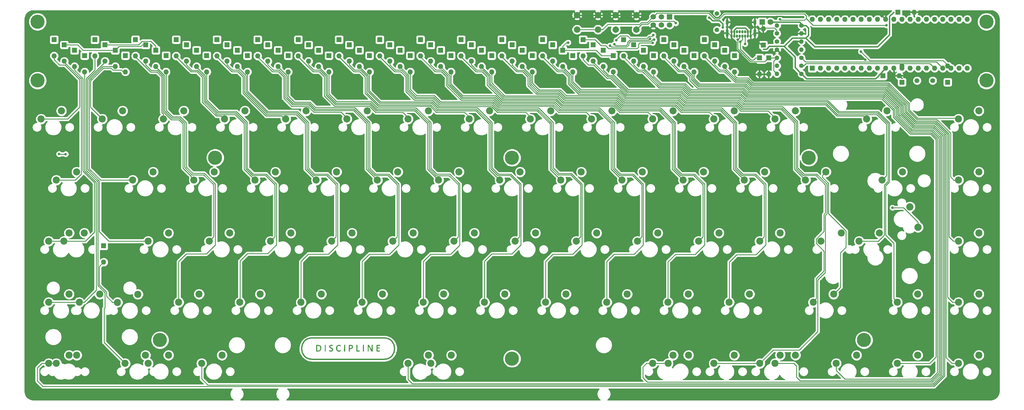
<source format=gbr>
G04 #@! TF.GenerationSoftware,KiCad,Pcbnew,(5.1.4)-1*
G04 #@! TF.CreationDate,2019-10-22T18:14:41+01:00*
G04 #@! TF.ProjectId,discipline-pcb,64697363-6970-46c6-996e-652d7063622e,rev?*
G04 #@! TF.SameCoordinates,Original*
G04 #@! TF.FileFunction,Copper,L1,Top*
G04 #@! TF.FilePolarity,Positive*
%FSLAX46Y46*%
G04 Gerber Fmt 4.6, Leading zero omitted, Abs format (unit mm)*
G04 Created by KiCad (PCBNEW (5.1.4)-1) date 2019-10-22 18:14:41*
%MOMM*%
%LPD*%
G04 APERTURE LIST*
%ADD10C,0.400000*%
%ADD11C,0.010000*%
%ADD12C,2.250000*%
%ADD13C,2.200000*%
%ADD14O,1.600000X1.600000*%
%ADD15R,1.600000X1.600000*%
%ADD16R,1.700000X1.700000*%
%ADD17C,1.700000*%
%ADD18C,1.500000*%
%ADD19C,1.400000*%
%ADD20O,1.400000X1.400000*%
%ADD21C,1.800000*%
%ADD22R,1.800000X1.800000*%
%ADD23O,0.650000X1.000000*%
%ADD24O,0.900000X2.400000*%
%ADD25O,0.900000X1.700000*%
%ADD26C,2.000000*%
%ADD27C,4.400000*%
%ADD28C,0.800000*%
%ADD29C,0.250000*%
%ADD30C,0.254000*%
G04 APERTURE END LIST*
D10*
X150813990Y-162401840D02*
X173113990Y-162401840D01*
X150833990Y-155721840D02*
X173113990Y-155721840D01*
X173103990Y-155721840D02*
G75*
G02X173103990Y-162401840I0J-3340000D01*
G01*
X150803990Y-162401840D02*
G75*
G02X150803990Y-155721840I0J3340000D01*
G01*
D11*
G36*
X171525606Y-157902998D02*
G01*
X171661305Y-157905555D01*
X171751613Y-157911244D01*
X171806479Y-157921237D01*
X171835853Y-157936700D01*
X171849685Y-157958804D01*
X171851142Y-157963102D01*
X171857555Y-158042149D01*
X171849849Y-158077369D01*
X171832544Y-158100096D01*
X171794076Y-158115465D01*
X171723696Y-158124827D01*
X171610656Y-158129532D01*
X171444208Y-158130930D01*
X171423462Y-158130940D01*
X171017632Y-158130940D01*
X171027019Y-158432933D01*
X171036406Y-158734925D01*
X171387370Y-158744191D01*
X171738334Y-158753458D01*
X171738334Y-158947136D01*
X171020082Y-158947136D01*
X171020082Y-159663437D01*
X171852602Y-159681711D01*
X171852602Y-159877598D01*
X171345720Y-159886552D01*
X171130265Y-159888577D01*
X170973635Y-159885689D01*
X170869519Y-159877530D01*
X170811606Y-159863741D01*
X170798869Y-159855537D01*
X170786502Y-159811212D01*
X170776229Y-159711935D01*
X170768056Y-159568014D01*
X170761986Y-159389754D01*
X170758024Y-159187464D01*
X170756173Y-158971448D01*
X170756439Y-158752016D01*
X170758825Y-158539472D01*
X170763336Y-158344125D01*
X170769976Y-158176281D01*
X170778748Y-158046246D01*
X170789659Y-157964329D01*
X170798077Y-157941583D01*
X170844332Y-157924195D01*
X170945226Y-157912039D01*
X171104216Y-157904861D01*
X171324758Y-157902409D01*
X171334566Y-157902406D01*
X171525606Y-157902998D01*
X171525606Y-157902998D01*
G37*
X171525606Y-157902998D02*
X171661305Y-157905555D01*
X171751613Y-157911244D01*
X171806479Y-157921237D01*
X171835853Y-157936700D01*
X171849685Y-157958804D01*
X171851142Y-157963102D01*
X171857555Y-158042149D01*
X171849849Y-158077369D01*
X171832544Y-158100096D01*
X171794076Y-158115465D01*
X171723696Y-158124827D01*
X171610656Y-158129532D01*
X171444208Y-158130930D01*
X171423462Y-158130940D01*
X171017632Y-158130940D01*
X171027019Y-158432933D01*
X171036406Y-158734925D01*
X171387370Y-158744191D01*
X171738334Y-158753458D01*
X171738334Y-158947136D01*
X171020082Y-158947136D01*
X171020082Y-159663437D01*
X171852602Y-159681711D01*
X171852602Y-159877598D01*
X171345720Y-159886552D01*
X171130265Y-159888577D01*
X170973635Y-159885689D01*
X170869519Y-159877530D01*
X170811606Y-159863741D01*
X170798869Y-159855537D01*
X170786502Y-159811212D01*
X170776229Y-159711935D01*
X170768056Y-159568014D01*
X170761986Y-159389754D01*
X170758024Y-159187464D01*
X170756173Y-158971448D01*
X170756439Y-158752016D01*
X170758825Y-158539472D01*
X170763336Y-158344125D01*
X170769976Y-158176281D01*
X170778748Y-158046246D01*
X170789659Y-157964329D01*
X170798077Y-157941583D01*
X170844332Y-157924195D01*
X170945226Y-157912039D01*
X171104216Y-157904861D01*
X171324758Y-157902409D01*
X171334566Y-157902406D01*
X171525606Y-157902998D01*
G36*
X169510603Y-158887898D02*
G01*
X169501959Y-159877598D01*
X169387692Y-159887213D01*
X169294135Y-159882196D01*
X169222011Y-159856968D01*
X169218693Y-159854566D01*
X169189031Y-159815762D01*
X169132731Y-159727413D01*
X169054394Y-159597308D01*
X168958626Y-159433238D01*
X168850029Y-159242992D01*
X168733208Y-159034362D01*
X168721390Y-159013039D01*
X168278819Y-158213776D01*
X168270080Y-159045687D01*
X168261342Y-159877598D01*
X168154755Y-159887865D01*
X168048168Y-159898131D01*
X168056811Y-158908430D01*
X168065455Y-157918729D01*
X168216873Y-157908928D01*
X168317663Y-157908369D01*
X168380040Y-157928909D01*
X168429084Y-157978202D01*
X168461233Y-158028191D01*
X168519369Y-158126778D01*
X168598460Y-158265100D01*
X168693478Y-158434296D01*
X168799393Y-158625502D01*
X168881651Y-158775629D01*
X169273424Y-159493981D01*
X169306072Y-157918729D01*
X169412659Y-157908463D01*
X169519247Y-157898197D01*
X169510603Y-158887898D01*
X169510603Y-158887898D01*
G37*
X169510603Y-158887898D02*
X169501959Y-159877598D01*
X169387692Y-159887213D01*
X169294135Y-159882196D01*
X169222011Y-159856968D01*
X169218693Y-159854566D01*
X169189031Y-159815762D01*
X169132731Y-159727413D01*
X169054394Y-159597308D01*
X168958626Y-159433238D01*
X168850029Y-159242992D01*
X168733208Y-159034362D01*
X168721390Y-159013039D01*
X168278819Y-158213776D01*
X168270080Y-159045687D01*
X168261342Y-159877598D01*
X168154755Y-159887865D01*
X168048168Y-159898131D01*
X168056811Y-158908430D01*
X168065455Y-157918729D01*
X168216873Y-157908928D01*
X168317663Y-157908369D01*
X168380040Y-157928909D01*
X168429084Y-157978202D01*
X168461233Y-158028191D01*
X168519369Y-158126778D01*
X168598460Y-158265100D01*
X168693478Y-158434296D01*
X168799393Y-158625502D01*
X168881651Y-158775629D01*
X169273424Y-159493981D01*
X169306072Y-157918729D01*
X169412659Y-157908463D01*
X169519247Y-157898197D01*
X169510603Y-158887898D01*
G36*
X166669761Y-157908597D02*
G01*
X166792190Y-157918729D01*
X166792190Y-159877598D01*
X166547332Y-159897864D01*
X166547332Y-157898464D01*
X166669761Y-157908597D01*
X166669761Y-157908597D01*
G37*
X166669761Y-157908597D02*
X166792190Y-157918729D01*
X166792190Y-159877598D01*
X166547332Y-159897864D01*
X166547332Y-157898464D01*
X166669761Y-157908597D01*
G36*
X164645597Y-157908597D02*
G01*
X164768026Y-157918729D01*
X164785412Y-159663259D01*
X165518926Y-159681711D01*
X165518926Y-159877598D01*
X165043648Y-159886597D01*
X164873642Y-159888312D01*
X164727342Y-159886945D01*
X164616934Y-159882829D01*
X164554604Y-159876298D01*
X164545769Y-159872994D01*
X164540084Y-159835835D01*
X164534922Y-159741624D01*
X164530472Y-159598604D01*
X164526919Y-159415017D01*
X164524450Y-159199108D01*
X164523252Y-158959118D01*
X164523167Y-158874428D01*
X164523167Y-157898464D01*
X164645597Y-157908597D01*
X164645597Y-157908597D01*
G37*
X164645597Y-157908597D02*
X164768026Y-157918729D01*
X164785412Y-159663259D01*
X165518926Y-159681711D01*
X165518926Y-159877598D01*
X165043648Y-159886597D01*
X164873642Y-159888312D01*
X164727342Y-159886945D01*
X164616934Y-159882829D01*
X164554604Y-159876298D01*
X164545769Y-159872994D01*
X164540084Y-159835835D01*
X164534922Y-159741624D01*
X164530472Y-159598604D01*
X164526919Y-159415017D01*
X164524450Y-159199108D01*
X164523252Y-158959118D01*
X164523167Y-158874428D01*
X164523167Y-157898464D01*
X164645597Y-157908597D01*
G36*
X162640184Y-157908341D02*
G01*
X162810327Y-157916645D01*
X162930874Y-157928155D01*
X163017527Y-157945751D01*
X163085985Y-157972314D01*
X163133137Y-157998805D01*
X163259726Y-158098816D01*
X163337737Y-158219075D01*
X163374510Y-158374201D01*
X163379835Y-158490066D01*
X163356125Y-158701607D01*
X163284980Y-158870024D01*
X163165006Y-158996624D01*
X162994806Y-159082710D01*
X162772987Y-159129590D01*
X162688909Y-159136639D01*
X162433707Y-159151412D01*
X162433707Y-159893922D01*
X162324881Y-159893922D01*
X162244211Y-159887949D01*
X162195764Y-159873442D01*
X162194290Y-159872157D01*
X162188708Y-159835128D01*
X162183655Y-159741216D01*
X162179323Y-159598833D01*
X162175902Y-159416390D01*
X162173583Y-159202298D01*
X162172558Y-158964970D01*
X162172525Y-158913044D01*
X162172962Y-158635039D01*
X162174506Y-158415351D01*
X162177508Y-158247009D01*
X162182010Y-158130940D01*
X162433707Y-158130940D01*
X162433707Y-158517273D01*
X162435448Y-158669998D01*
X162440184Y-158798078D01*
X162447187Y-158887837D01*
X162455472Y-158925370D01*
X162507472Y-158942316D01*
X162600909Y-158945923D01*
X162713444Y-158936853D01*
X162822735Y-158915767D01*
X162827905Y-158914355D01*
X162966837Y-158850165D01*
X163058215Y-158745225D01*
X163106038Y-158594273D01*
X163112426Y-158540007D01*
X163118002Y-158433191D01*
X163106160Y-158363664D01*
X163067531Y-158303920D01*
X163012292Y-158245926D01*
X162947913Y-158185586D01*
X162891638Y-158151167D01*
X162821604Y-158135420D01*
X162715950Y-158131096D01*
X162665507Y-158130940D01*
X162433707Y-158130940D01*
X162182010Y-158130940D01*
X162182317Y-158123038D01*
X162189283Y-158036466D01*
X162198757Y-157980320D01*
X162211089Y-157947626D01*
X162221624Y-157934948D01*
X162269752Y-157915880D01*
X162361979Y-157905900D01*
X162506005Y-157904517D01*
X162640184Y-157908341D01*
X162640184Y-157908341D01*
G37*
X162640184Y-157908341D02*
X162810327Y-157916645D01*
X162930874Y-157928155D01*
X163017527Y-157945751D01*
X163085985Y-157972314D01*
X163133137Y-157998805D01*
X163259726Y-158098816D01*
X163337737Y-158219075D01*
X163374510Y-158374201D01*
X163379835Y-158490066D01*
X163356125Y-158701607D01*
X163284980Y-158870024D01*
X163165006Y-158996624D01*
X162994806Y-159082710D01*
X162772987Y-159129590D01*
X162688909Y-159136639D01*
X162433707Y-159151412D01*
X162433707Y-159893922D01*
X162324881Y-159893922D01*
X162244211Y-159887949D01*
X162195764Y-159873442D01*
X162194290Y-159872157D01*
X162188708Y-159835128D01*
X162183655Y-159741216D01*
X162179323Y-159598833D01*
X162175902Y-159416390D01*
X162173583Y-159202298D01*
X162172558Y-158964970D01*
X162172525Y-158913044D01*
X162172962Y-158635039D01*
X162174506Y-158415351D01*
X162177508Y-158247009D01*
X162182010Y-158130940D01*
X162433707Y-158130940D01*
X162433707Y-158517273D01*
X162435448Y-158669998D01*
X162440184Y-158798078D01*
X162447187Y-158887837D01*
X162455472Y-158925370D01*
X162507472Y-158942316D01*
X162600909Y-158945923D01*
X162713444Y-158936853D01*
X162822735Y-158915767D01*
X162827905Y-158914355D01*
X162966837Y-158850165D01*
X163058215Y-158745225D01*
X163106038Y-158594273D01*
X163112426Y-158540007D01*
X163118002Y-158433191D01*
X163106160Y-158363664D01*
X163067531Y-158303920D01*
X163012292Y-158245926D01*
X162947913Y-158185586D01*
X162891638Y-158151167D01*
X162821604Y-158135420D01*
X162715950Y-158131096D01*
X162665507Y-158130940D01*
X162433707Y-158130940D01*
X162182010Y-158130940D01*
X162182317Y-158123038D01*
X162189283Y-158036466D01*
X162198757Y-157980320D01*
X162211089Y-157947626D01*
X162221624Y-157934948D01*
X162269752Y-157915880D01*
X162361979Y-157905900D01*
X162506005Y-157904517D01*
X162640184Y-157908341D01*
G36*
X160931908Y-159893922D02*
G01*
X160816616Y-159893922D01*
X160735729Y-159883371D01*
X160688121Y-159857493D01*
X160685511Y-159852715D01*
X160681755Y-159810581D01*
X160678910Y-159711752D01*
X160677039Y-159564824D01*
X160676203Y-159378391D01*
X160676465Y-159161048D01*
X160677886Y-158921391D01*
X160678374Y-158865119D01*
X160687049Y-157918729D01*
X160809478Y-157908597D01*
X160931908Y-157898464D01*
X160931908Y-159893922D01*
X160931908Y-159893922D01*
G37*
X160931908Y-159893922D02*
X160816616Y-159893922D01*
X160735729Y-159883371D01*
X160688121Y-159857493D01*
X160685511Y-159852715D01*
X160681755Y-159810581D01*
X160678910Y-159711752D01*
X160677039Y-159564824D01*
X160676203Y-159378391D01*
X160676465Y-159161048D01*
X160677886Y-158921391D01*
X160678374Y-158865119D01*
X160687049Y-157918729D01*
X160809478Y-157908597D01*
X160931908Y-157898464D01*
X160931908Y-159893922D01*
G36*
X154908386Y-159877598D02*
G01*
X154802056Y-159887846D01*
X154716056Y-159882785D01*
X154679113Y-159854800D01*
X154675152Y-159812115D01*
X154672121Y-159712760D01*
X154670091Y-159565354D01*
X154669130Y-159378517D01*
X154669307Y-159160868D01*
X154670693Y-158921028D01*
X154671176Y-158865119D01*
X154679851Y-157918729D01*
X154908386Y-157918729D01*
X154908386Y-159877598D01*
X154908386Y-159877598D01*
G37*
X154908386Y-159877598D02*
X154802056Y-159887846D01*
X154716056Y-159882785D01*
X154679113Y-159854800D01*
X154675152Y-159812115D01*
X154672121Y-159712760D01*
X154670091Y-159565354D01*
X154669130Y-159378517D01*
X154669307Y-159160868D01*
X154670693Y-158921028D01*
X154671176Y-158865119D01*
X154679851Y-157918729D01*
X154908386Y-157918729D01*
X154908386Y-159877598D01*
G36*
X152621326Y-157911161D02*
G01*
X152834435Y-157935264D01*
X153011029Y-157984087D01*
X153163961Y-158060087D01*
X153171114Y-158064580D01*
X153322727Y-158198165D01*
X153436579Y-158377780D01*
X153509514Y-158594083D01*
X153538374Y-158837731D01*
X153520265Y-159097732D01*
X153457946Y-159345797D01*
X153356482Y-159544101D01*
X153212534Y-159697489D01*
X153031136Y-159807044D01*
X152939960Y-159835845D01*
X152811893Y-159859870D01*
X152660751Y-159878431D01*
X152500353Y-159890842D01*
X152344516Y-159896415D01*
X152207057Y-159894464D01*
X152101793Y-159884301D01*
X152042543Y-159865240D01*
X152035316Y-159856561D01*
X152031181Y-159813410D01*
X152027993Y-159713610D01*
X152025829Y-159565801D01*
X152024762Y-159378622D01*
X152024869Y-159160716D01*
X152026223Y-158920722D01*
X152026703Y-158865119D01*
X152033432Y-158130940D01*
X152280237Y-158130940D01*
X152280237Y-159665388D01*
X152534501Y-159665388D01*
X152691709Y-159659976D01*
X152809169Y-159640693D01*
X152911761Y-159602971D01*
X152934437Y-159591930D01*
X153072327Y-159494221D01*
X153169397Y-159357567D01*
X153229022Y-159175494D01*
X153252686Y-158981965D01*
X153251505Y-158750547D01*
X153216269Y-158564508D01*
X153143869Y-158411730D01*
X153087406Y-158337859D01*
X152980725Y-158237453D01*
X152861506Y-158173665D01*
X152712803Y-158140248D01*
X152526144Y-158130940D01*
X152280237Y-158130940D01*
X152033432Y-158130940D01*
X152035378Y-157918729D01*
X152358850Y-157909323D01*
X152621326Y-157911161D01*
X152621326Y-157911161D01*
G37*
X152621326Y-157911161D02*
X152834435Y-157935264D01*
X153011029Y-157984087D01*
X153163961Y-158060087D01*
X153171114Y-158064580D01*
X153322727Y-158198165D01*
X153436579Y-158377780D01*
X153509514Y-158594083D01*
X153538374Y-158837731D01*
X153520265Y-159097732D01*
X153457946Y-159345797D01*
X153356482Y-159544101D01*
X153212534Y-159697489D01*
X153031136Y-159807044D01*
X152939960Y-159835845D01*
X152811893Y-159859870D01*
X152660751Y-159878431D01*
X152500353Y-159890842D01*
X152344516Y-159896415D01*
X152207057Y-159894464D01*
X152101793Y-159884301D01*
X152042543Y-159865240D01*
X152035316Y-159856561D01*
X152031181Y-159813410D01*
X152027993Y-159713610D01*
X152025829Y-159565801D01*
X152024762Y-159378622D01*
X152024869Y-159160716D01*
X152026223Y-158920722D01*
X152026703Y-158865119D01*
X152033432Y-158130940D01*
X152280237Y-158130940D01*
X152280237Y-159665388D01*
X152534501Y-159665388D01*
X152691709Y-159659976D01*
X152809169Y-159640693D01*
X152911761Y-159602971D01*
X152934437Y-159591930D01*
X153072327Y-159494221D01*
X153169397Y-159357567D01*
X153229022Y-159175494D01*
X153252686Y-158981965D01*
X153251505Y-158750547D01*
X153216269Y-158564508D01*
X153143869Y-158411730D01*
X153087406Y-158337859D01*
X152980725Y-158237453D01*
X152861506Y-158173665D01*
X152712803Y-158140248D01*
X152526144Y-158130940D01*
X152280237Y-158130940D01*
X152033432Y-158130940D01*
X152035378Y-157918729D01*
X152358850Y-157909323D01*
X152621326Y-157911161D01*
G36*
X159184920Y-157883589D02*
G01*
X159397778Y-157937749D01*
X159456496Y-157964508D01*
X159561021Y-158031974D01*
X159613290Y-158108246D01*
X159625995Y-158196979D01*
X159611023Y-158260323D01*
X159563263Y-158274142D01*
X159478455Y-158238661D01*
X159428299Y-158207488D01*
X159290124Y-158138788D01*
X159129475Y-158108433D01*
X159108840Y-158106974D01*
X158919596Y-158119816D01*
X158766117Y-158186177D01*
X158642921Y-158309195D01*
X158583183Y-158407741D01*
X158544599Y-158490045D01*
X158520024Y-158567936D01*
X158506411Y-158659900D01*
X158500715Y-158784423D01*
X158499808Y-158913782D01*
X158501851Y-159077888D01*
X158509607Y-159194326D01*
X158525791Y-159280651D01*
X158553119Y-159354423D01*
X158574582Y-159397324D01*
X158685067Y-159540939D01*
X158831334Y-159637992D01*
X159001139Y-159686157D01*
X159182237Y-159683109D01*
X159362383Y-159626521D01*
X159464352Y-159566307D01*
X159535970Y-159522292D01*
X159587914Y-159502264D01*
X159590225Y-159502149D01*
X159621023Y-159527916D01*
X159626450Y-159590716D01*
X159609555Y-159668796D01*
X159573390Y-159740406D01*
X159553656Y-159762886D01*
X159432981Y-159838884D01*
X159269784Y-159891589D01*
X159083739Y-159917589D01*
X158894516Y-159913477D01*
X158788846Y-159895426D01*
X158601335Y-159818810D01*
X158445405Y-159689520D01*
X158324378Y-159513747D01*
X158241573Y-159297680D01*
X158200312Y-159047508D01*
X158201293Y-158800220D01*
X158242898Y-158547718D01*
X158324011Y-158325698D01*
X158439775Y-158144708D01*
X158552618Y-158037609D01*
X158744479Y-157934963D01*
X158961200Y-157883142D01*
X159184920Y-157883589D01*
X159184920Y-157883589D01*
G37*
X159184920Y-157883589D02*
X159397778Y-157937749D01*
X159456496Y-157964508D01*
X159561021Y-158031974D01*
X159613290Y-158108246D01*
X159625995Y-158196979D01*
X159611023Y-158260323D01*
X159563263Y-158274142D01*
X159478455Y-158238661D01*
X159428299Y-158207488D01*
X159290124Y-158138788D01*
X159129475Y-158108433D01*
X159108840Y-158106974D01*
X158919596Y-158119816D01*
X158766117Y-158186177D01*
X158642921Y-158309195D01*
X158583183Y-158407741D01*
X158544599Y-158490045D01*
X158520024Y-158567936D01*
X158506411Y-158659900D01*
X158500715Y-158784423D01*
X158499808Y-158913782D01*
X158501851Y-159077888D01*
X158509607Y-159194326D01*
X158525791Y-159280651D01*
X158553119Y-159354423D01*
X158574582Y-159397324D01*
X158685067Y-159540939D01*
X158831334Y-159637992D01*
X159001139Y-159686157D01*
X159182237Y-159683109D01*
X159362383Y-159626521D01*
X159464352Y-159566307D01*
X159535970Y-159522292D01*
X159587914Y-159502264D01*
X159590225Y-159502149D01*
X159621023Y-159527916D01*
X159626450Y-159590716D01*
X159609555Y-159668796D01*
X159573390Y-159740406D01*
X159553656Y-159762886D01*
X159432981Y-159838884D01*
X159269784Y-159891589D01*
X159083739Y-159917589D01*
X158894516Y-159913477D01*
X158788846Y-159895426D01*
X158601335Y-159818810D01*
X158445405Y-159689520D01*
X158324378Y-159513747D01*
X158241573Y-159297680D01*
X158200312Y-159047508D01*
X158201293Y-158800220D01*
X158242898Y-158547718D01*
X158324011Y-158325698D01*
X158439775Y-158144708D01*
X158552618Y-158037609D01*
X158744479Y-157934963D01*
X158961200Y-157883142D01*
X159184920Y-157883589D01*
G36*
X156835154Y-157897780D02*
G01*
X156958225Y-157931926D01*
X157050714Y-157976184D01*
X157092940Y-158021021D01*
X157110806Y-158105393D01*
X157104023Y-158179225D01*
X157084294Y-158209575D01*
X157040635Y-158206546D01*
X156963950Y-158178530D01*
X156930476Y-158162531D01*
X156772547Y-158105881D01*
X156623463Y-158095194D01*
X156494131Y-158126604D01*
X156395457Y-158196247D01*
X156338348Y-158300259D01*
X156328566Y-158375799D01*
X156351955Y-158488627D01*
X156425827Y-158587788D01*
X156555738Y-158679089D01*
X156675154Y-158737984D01*
X156902368Y-158853928D01*
X157065686Y-158972400D01*
X157149054Y-159067479D01*
X157191253Y-159175462D01*
X157208959Y-159316397D01*
X157201480Y-159462430D01*
X157168123Y-159585708D01*
X157162258Y-159597824D01*
X157052884Y-159741399D01*
X156899291Y-159846020D01*
X156712278Y-159907895D01*
X156502645Y-159923233D01*
X156312242Y-159896250D01*
X156195653Y-159857725D01*
X156093505Y-159806223D01*
X156029707Y-159753981D01*
X156027073Y-159750282D01*
X156005764Y-159684803D01*
X156006386Y-159608687D01*
X156027990Y-159555989D01*
X156032584Y-159552450D01*
X156077249Y-159555165D01*
X156155647Y-159583565D01*
X156199342Y-159604625D01*
X156373513Y-159671717D01*
X156541162Y-159693686D01*
X156692305Y-159673816D01*
X156816959Y-159615391D01*
X156905141Y-159521694D01*
X156946867Y-159396008D01*
X156948874Y-159358100D01*
X156927387Y-159268890D01*
X156859403Y-159179720D01*
X156739639Y-159085674D01*
X156562812Y-158981836D01*
X156520851Y-158959831D01*
X156336913Y-158856057D01*
X156207810Y-158759087D01*
X156125335Y-158658725D01*
X156081279Y-158544774D01*
X156067433Y-158407039D01*
X156067383Y-158396560D01*
X156093057Y-158209429D01*
X156169712Y-158062966D01*
X156296795Y-157957737D01*
X156473754Y-157894311D01*
X156570012Y-157879507D01*
X156699688Y-157878666D01*
X156835154Y-157897780D01*
X156835154Y-157897780D01*
G37*
X156835154Y-157897780D02*
X156958225Y-157931926D01*
X157050714Y-157976184D01*
X157092940Y-158021021D01*
X157110806Y-158105393D01*
X157104023Y-158179225D01*
X157084294Y-158209575D01*
X157040635Y-158206546D01*
X156963950Y-158178530D01*
X156930476Y-158162531D01*
X156772547Y-158105881D01*
X156623463Y-158095194D01*
X156494131Y-158126604D01*
X156395457Y-158196247D01*
X156338348Y-158300259D01*
X156328566Y-158375799D01*
X156351955Y-158488627D01*
X156425827Y-158587788D01*
X156555738Y-158679089D01*
X156675154Y-158737984D01*
X156902368Y-158853928D01*
X157065686Y-158972400D01*
X157149054Y-159067479D01*
X157191253Y-159175462D01*
X157208959Y-159316397D01*
X157201480Y-159462430D01*
X157168123Y-159585708D01*
X157162258Y-159597824D01*
X157052884Y-159741399D01*
X156899291Y-159846020D01*
X156712278Y-159907895D01*
X156502645Y-159923233D01*
X156312242Y-159896250D01*
X156195653Y-159857725D01*
X156093505Y-159806223D01*
X156029707Y-159753981D01*
X156027073Y-159750282D01*
X156005764Y-159684803D01*
X156006386Y-159608687D01*
X156027990Y-159555989D01*
X156032584Y-159552450D01*
X156077249Y-159555165D01*
X156155647Y-159583565D01*
X156199342Y-159604625D01*
X156373513Y-159671717D01*
X156541162Y-159693686D01*
X156692305Y-159673816D01*
X156816959Y-159615391D01*
X156905141Y-159521694D01*
X156946867Y-159396008D01*
X156948874Y-159358100D01*
X156927387Y-159268890D01*
X156859403Y-159179720D01*
X156739639Y-159085674D01*
X156562812Y-158981836D01*
X156520851Y-158959831D01*
X156336913Y-158856057D01*
X156207810Y-158759087D01*
X156125335Y-158658725D01*
X156081279Y-158544774D01*
X156067433Y-158407039D01*
X156067383Y-158396560D01*
X156093057Y-158209429D01*
X156169712Y-158062966D01*
X156296795Y-157957737D01*
X156473754Y-157894311D01*
X156570012Y-157879507D01*
X156699688Y-157878666D01*
X156835154Y-157897780D01*
D12*
X336931000Y-114858800D03*
X339471000Y-121208800D03*
D13*
X75031600Y-142087600D03*
X68681600Y-144627600D03*
X309194200Y-125577600D03*
X315544200Y-123037600D03*
X96469200Y-142113000D03*
X90119200Y-144653000D03*
X282242740Y-161141380D03*
X275892740Y-163681380D03*
X263187418Y-161131250D03*
X256837418Y-163671250D03*
D14*
X85826600Y-132105400D03*
D15*
X85826600Y-127025400D03*
D14*
X333597596Y-73964046D03*
D15*
X328517596Y-73964046D03*
D14*
X338252064Y-54173808D03*
D15*
X333172064Y-54173808D03*
D14*
X291254210Y-59302496D03*
D15*
X291254210Y-64382496D03*
D14*
X334456772Y-70903670D03*
D15*
X334456772Y-75983670D03*
D14*
X348682646Y-70903670D03*
D15*
X348682646Y-75983670D03*
X306529964Y-71636812D03*
D14*
X354789964Y-56396812D03*
X309069964Y-71636812D03*
X352249964Y-56396812D03*
X311609964Y-71636812D03*
X349709964Y-56396812D03*
X314149964Y-71636812D03*
X347169964Y-56396812D03*
X316689964Y-71636812D03*
X344629964Y-56396812D03*
X319229964Y-71636812D03*
X342089964Y-56396812D03*
X321769964Y-71636812D03*
X339549964Y-56396812D03*
X324309964Y-71636812D03*
X337009964Y-56396812D03*
X326849964Y-71636812D03*
X334469964Y-56396812D03*
X329389964Y-71636812D03*
X331929964Y-56396812D03*
X331929964Y-71636812D03*
X329389964Y-56396812D03*
X334469964Y-71636812D03*
X326849964Y-56396812D03*
X337009964Y-71636812D03*
X324309964Y-56396812D03*
X339549964Y-71636812D03*
X321769964Y-56396812D03*
X342089964Y-71636812D03*
X319229964Y-56396812D03*
X344629964Y-71636812D03*
X316689964Y-56396812D03*
X347169964Y-71636812D03*
X314149964Y-56396812D03*
X349709964Y-71636812D03*
X311609964Y-56396812D03*
X352249964Y-71636812D03*
X309069964Y-56396812D03*
X354789964Y-71636812D03*
X306529964Y-56396812D03*
D13*
X290166662Y-163681380D03*
X296516662Y-161141380D03*
X261610470Y-163681380D03*
X267960470Y-161141380D03*
X186984107Y-161149270D03*
X180634107Y-163689270D03*
X99669565Y-163677449D03*
X106019565Y-161137449D03*
X71070234Y-163671250D03*
X77420234Y-161131250D03*
X75039034Y-123031250D03*
X68689034Y-125571250D03*
D16*
X262070364Y-55598500D03*
D17*
X262070364Y-58138500D03*
X259530364Y-55598500D03*
X259530364Y-58138500D03*
X256990364Y-55598500D03*
X256990364Y-58138500D03*
D13*
X329832784Y-84941380D03*
X323482784Y-87481380D03*
X321101784Y-125581380D03*
X327451784Y-123041380D03*
X78213984Y-144631380D03*
X84563984Y-142091380D03*
X75038984Y-161131250D03*
X68688984Y-163671250D03*
X98851584Y-161141380D03*
X92501584Y-163681380D03*
X122663984Y-161131250D03*
X116313984Y-163671250D03*
X79801584Y-123031250D03*
X73451584Y-125571250D03*
X313163784Y-142091380D03*
X306813784Y-144631380D03*
X71070284Y-106531380D03*
X77420284Y-103991380D03*
X328244784Y-106531380D03*
X334594784Y-103991380D03*
X301257784Y-84941380D03*
X294907784Y-87481380D03*
X139332784Y-103991380D03*
X132982784Y-106531380D03*
X72657784Y-84941380D03*
X66307784Y-87481380D03*
X91707784Y-84941380D03*
X85357784Y-87481380D03*
X110757784Y-84941380D03*
X104407784Y-87481380D03*
X129807784Y-84941380D03*
X123457784Y-87481380D03*
X148857784Y-84941380D03*
X142507784Y-87481380D03*
X167907784Y-84941380D03*
X161557784Y-87481380D03*
X186957784Y-84941380D03*
X180607784Y-87481380D03*
X206007784Y-84941380D03*
X199657784Y-87481380D03*
X225057784Y-84941380D03*
X218707784Y-87481380D03*
X244107784Y-84941380D03*
X237757784Y-87481380D03*
X263157784Y-84941380D03*
X256807784Y-87481380D03*
X282207784Y-84941380D03*
X275857784Y-87481380D03*
X358407784Y-84941380D03*
X352057784Y-87481380D03*
X101232784Y-103991380D03*
X94882784Y-106531380D03*
X120282784Y-103991380D03*
X113932784Y-106531380D03*
X158382784Y-103991380D03*
X152032784Y-106531380D03*
X177432784Y-103991380D03*
X171082784Y-106531380D03*
X196482784Y-103991380D03*
X190132784Y-106531380D03*
X215532784Y-103991380D03*
X209182784Y-106531380D03*
X234582784Y-103991380D03*
X228232784Y-106531380D03*
X253632784Y-103991380D03*
X247282784Y-106531380D03*
X272682784Y-103991380D03*
X266332784Y-106531380D03*
X291732784Y-103991380D03*
X285382784Y-106531380D03*
X310782784Y-103991380D03*
X304432784Y-106531380D03*
X358407784Y-103991380D03*
X352057784Y-106531380D03*
X105995284Y-123041380D03*
X99645284Y-125581380D03*
X125045284Y-123041380D03*
X118695284Y-125581380D03*
X144095284Y-123041380D03*
X137745284Y-125581380D03*
X163144784Y-123041380D03*
X156794784Y-125581380D03*
X182194784Y-123041380D03*
X175844784Y-125581380D03*
X201244784Y-123041380D03*
X194894784Y-125581380D03*
X220294784Y-123041380D03*
X213944784Y-125581380D03*
X239344784Y-123041380D03*
X232994784Y-125581380D03*
X258394784Y-123041380D03*
X252044784Y-125581380D03*
X277444784Y-123041380D03*
X271094784Y-125581380D03*
X296494784Y-123041380D03*
X290144784Y-125581380D03*
X358407784Y-123041380D03*
X352057784Y-125581380D03*
X115520284Y-142091380D03*
X109170284Y-144631380D03*
X134570284Y-142091380D03*
X128220284Y-144631380D03*
X153620284Y-142091380D03*
X147270284Y-144631380D03*
X172670784Y-142091380D03*
X166320784Y-144631380D03*
X191720784Y-142091380D03*
X185370784Y-144631380D03*
X210770784Y-142091380D03*
X204420784Y-144631380D03*
X229820784Y-142091380D03*
X223470784Y-144631380D03*
X248870784Y-142091380D03*
X242520784Y-144631380D03*
X267920784Y-142091380D03*
X261570784Y-144631380D03*
X286970784Y-142091380D03*
X280620784Y-144631380D03*
X339357784Y-142091380D03*
X333007784Y-144631380D03*
X358407784Y-142091380D03*
X352057784Y-144631380D03*
X194101784Y-161141380D03*
X187751784Y-163681380D03*
X320307784Y-161141380D03*
X313957784Y-163681380D03*
X339357784Y-161141380D03*
X333007784Y-163681380D03*
X358407784Y-161141380D03*
X352057784Y-163681380D03*
X301298062Y-161131250D03*
X294948062Y-163671250D03*
D18*
X344028178Y-75503870D03*
X339148178Y-75503870D03*
D19*
X303152850Y-70893147D03*
D20*
X295532850Y-70893147D03*
D19*
X303152850Y-68399682D03*
D20*
X295532850Y-68399682D03*
D19*
X303152850Y-73386612D03*
D20*
X295532850Y-73386612D03*
D19*
X295532850Y-65827841D03*
D20*
X303152850Y-65827841D03*
D19*
X295532850Y-63308129D03*
D20*
X303152850Y-63308129D03*
D19*
X295532850Y-60814664D03*
D20*
X303152850Y-60814664D03*
D19*
X303152850Y-58320834D03*
D20*
X295532850Y-58320834D03*
D21*
X293444250Y-57218460D03*
D22*
X290904250Y-57218460D03*
D23*
X285600002Y-61638652D03*
X287300002Y-61638652D03*
X286450002Y-61638652D03*
X284750002Y-61638652D03*
X283900002Y-61638652D03*
X283050002Y-61638652D03*
X282200002Y-61638652D03*
X281350002Y-61638652D03*
X287300002Y-60313652D03*
X286445002Y-60313652D03*
X285595002Y-60313652D03*
X284745002Y-60313652D03*
X283895002Y-60313652D03*
X283045002Y-60313652D03*
X282195002Y-60313652D03*
X281345002Y-60313652D03*
D24*
X288650002Y-60658652D03*
X280000002Y-60658652D03*
D25*
X288650002Y-57278652D03*
X280000002Y-57278652D03*
D19*
X276824148Y-54598468D03*
X276824148Y-59698468D03*
D26*
X251762266Y-55083704D03*
X251762266Y-59583704D03*
X245262266Y-55083704D03*
X245262266Y-59583704D03*
X239762266Y-55083704D03*
X239762266Y-59583704D03*
X233262266Y-55083704D03*
X233262266Y-59583704D03*
D14*
X70376818Y-67803242D03*
D15*
X70376818Y-62723242D03*
D14*
X79885207Y-72763829D03*
D15*
X79885207Y-67683829D03*
D14*
X92563059Y-72763829D03*
D15*
X92563059Y-67683829D03*
D14*
X95732522Y-67803242D03*
D15*
X95732522Y-62723242D03*
D14*
X108410374Y-67803242D03*
D15*
X108410374Y-62723242D03*
D14*
X121088226Y-67803242D03*
D15*
X121088226Y-62723242D03*
D14*
X133766078Y-67803242D03*
D15*
X133766078Y-62723242D03*
D14*
X146443930Y-67803242D03*
D15*
X146443930Y-62723242D03*
D14*
X159121782Y-67803242D03*
D15*
X159121782Y-62723242D03*
D14*
X171799634Y-67803242D03*
D15*
X171799634Y-62723242D03*
D14*
X184477486Y-67803242D03*
D15*
X184477486Y-62723242D03*
D14*
X197155338Y-67803242D03*
D15*
X197155338Y-62723242D03*
D14*
X209833190Y-67803242D03*
D15*
X209833190Y-62723242D03*
D14*
X222511042Y-67803242D03*
D15*
X222511042Y-62723242D03*
D14*
X235118910Y-67803242D03*
D15*
X235118910Y-62723242D03*
D14*
X282318463Y-72763829D03*
D15*
X282318463Y-67683829D03*
D14*
X73546281Y-69456771D03*
D15*
X73546281Y-64376771D03*
D14*
X89393596Y-71110300D03*
D15*
X89393596Y-66030300D03*
D14*
X98901985Y-69456771D03*
D15*
X98901985Y-64376771D03*
D14*
X111579837Y-69456771D03*
D15*
X111579837Y-64376771D03*
D14*
X124257689Y-69456771D03*
D15*
X124257689Y-64376771D03*
D14*
X136935541Y-69456771D03*
D15*
X136935541Y-64376771D03*
D14*
X149613393Y-69456771D03*
D15*
X149613393Y-64376771D03*
D14*
X162291245Y-69456771D03*
D15*
X162291245Y-64376771D03*
D14*
X174969097Y-69456771D03*
D15*
X174969097Y-64376771D03*
D14*
X187646949Y-69456771D03*
D15*
X187646949Y-64376771D03*
D14*
X200324801Y-69456771D03*
D15*
X200324801Y-64376771D03*
D14*
X213002653Y-69456771D03*
D15*
X213002653Y-64376771D03*
D14*
X225663009Y-69456771D03*
D15*
X225663009Y-64376771D03*
D14*
X238269683Y-69456771D03*
D15*
X238269683Y-64376771D03*
D14*
X279229739Y-71110300D03*
D15*
X279229739Y-66030300D03*
D14*
X76715744Y-71110300D03*
D15*
X76715744Y-66030300D03*
D14*
X86224133Y-69456771D03*
D15*
X86224133Y-64376771D03*
D14*
X102071448Y-71110300D03*
D15*
X102071448Y-66030300D03*
D14*
X114749300Y-71110300D03*
D15*
X114749300Y-66030300D03*
D14*
X127427152Y-71110300D03*
D15*
X127427152Y-66030300D03*
D14*
X140105004Y-71110300D03*
D15*
X140105004Y-66030300D03*
D14*
X152782856Y-71110300D03*
D15*
X152782856Y-66030300D03*
D14*
X165460708Y-71110300D03*
D15*
X165460708Y-66030300D03*
D14*
X178138560Y-71110300D03*
D15*
X178138560Y-66030300D03*
D14*
X190816412Y-71110300D03*
D15*
X190816412Y-66030300D03*
D14*
X203494264Y-71110300D03*
D15*
X203494264Y-66030300D03*
D14*
X216172116Y-71110300D03*
D15*
X216172116Y-66030300D03*
D14*
X241420456Y-71110300D03*
D15*
X241420456Y-66030300D03*
D14*
X276141015Y-69456771D03*
D15*
X276141015Y-64376771D03*
D14*
X105240911Y-72763829D03*
D15*
X105240911Y-67683829D03*
D14*
X117918763Y-72763829D03*
D15*
X117918763Y-67683829D03*
D14*
X130596615Y-72763829D03*
D15*
X130596615Y-67683829D03*
D14*
X143274467Y-72763829D03*
D15*
X143274467Y-67683829D03*
D14*
X155952319Y-72763829D03*
D15*
X155952319Y-67683829D03*
D14*
X168630171Y-72763829D03*
D15*
X168630171Y-67683829D03*
D14*
X181308023Y-72763829D03*
D15*
X181308023Y-67683829D03*
D14*
X193985875Y-72763829D03*
D15*
X193985875Y-67683829D03*
D14*
X206663727Y-72763829D03*
D15*
X206663727Y-67683829D03*
D14*
X219341579Y-72763829D03*
D15*
X219341579Y-67683829D03*
D14*
X228814976Y-71110300D03*
D15*
X228814976Y-66030300D03*
D14*
X244571229Y-72763829D03*
D15*
X244571229Y-67683829D03*
D14*
X272866140Y-67803242D03*
D15*
X272866140Y-62723242D03*
D14*
X266564592Y-71110300D03*
D15*
X266564592Y-66030300D03*
D14*
X83054670Y-67803242D03*
D15*
X83054670Y-62723242D03*
D14*
X263413818Y-69456771D03*
D15*
X263413818Y-64376771D03*
D14*
X260263045Y-67803242D03*
D15*
X260263045Y-62723242D03*
D14*
X257112272Y-72763829D03*
D15*
X257112272Y-67683829D03*
D14*
X231966943Y-72763829D03*
D15*
X231966943Y-67683829D03*
D14*
X250872775Y-69456771D03*
D15*
X250872775Y-64376771D03*
D14*
X247722002Y-67803242D03*
D15*
X247722002Y-62723242D03*
D14*
X269715366Y-72763829D03*
D15*
X269715366Y-67683829D03*
D14*
X253961499Y-71110300D03*
D15*
X253961499Y-66030300D03*
D14*
X292951516Y-73489826D03*
D15*
X292951516Y-68409826D03*
D14*
X290081844Y-73489826D03*
D15*
X290081844Y-68409826D03*
D27*
X212989879Y-162205740D03*
X212989879Y-99550624D03*
X305448502Y-99550624D03*
X120531257Y-99550624D03*
X322637337Y-156394590D03*
X103342422Y-156394590D03*
X360747255Y-75468873D03*
X360747255Y-57147160D03*
X65232504Y-57147160D03*
X65232504Y-75468873D03*
D28*
X324062960Y-142906166D03*
X134052178Y-173090216D03*
X261385124Y-116781652D03*
X281945274Y-117219102D03*
X111672236Y-119423850D03*
X331219642Y-87927450D03*
X323765494Y-83237986D03*
X340108626Y-164761168D03*
X290204330Y-168330760D03*
X296486112Y-168470744D03*
X283380110Y-168243270D03*
X256730656Y-168453246D03*
X349347570Y-89087536D03*
X310292034Y-84200376D03*
X64375142Y-81715660D03*
X305375096Y-73596588D03*
X283590086Y-57278652D03*
X256048234Y-65687492D03*
X241822360Y-60735558D03*
X323065574Y-73491600D03*
X219214944Y-173370184D03*
X269814020Y-59579555D03*
X269079118Y-55485101D03*
X293015926Y-60629415D03*
X324406740Y-66508631D03*
X323041922Y-68952036D03*
X324406740Y-61364317D03*
X326716432Y-66508631D03*
X329236096Y-66508631D03*
X321852079Y-61364317D03*
X319297420Y-61364317D03*
X316742761Y-61364317D03*
X314188102Y-61364317D03*
X311633443Y-61364317D03*
X309078784Y-61364317D03*
X295115646Y-55747566D03*
X278626442Y-58880770D03*
X274426922Y-55853616D03*
X256857000Y-63715359D03*
X257237692Y-62720424D03*
X243502168Y-64575212D03*
X331495400Y-115112800D03*
X244849514Y-64182664D03*
X255979321Y-62494715D03*
X256975628Y-61260498D03*
X245496940Y-62887812D03*
X230501154Y-63640226D03*
X73964800Y-98425000D03*
X71932784Y-98374200D03*
X285602150Y-64045335D03*
X329662320Y-58250842D03*
X296427971Y-56418460D03*
X283311370Y-62720946D03*
X284043485Y-63445956D03*
X321648236Y-66439906D03*
X264025821Y-57598790D03*
D29*
X281350002Y-60318652D02*
X281345002Y-60313652D01*
D10*
X281345002Y-61633652D02*
X281350002Y-61638652D01*
X281345002Y-60313652D02*
X281345002Y-61633652D01*
X287300002Y-60313652D02*
X287300002Y-61638652D01*
D29*
X280000002Y-59208652D02*
X280000002Y-57278652D01*
X280000002Y-60658652D02*
X280000002Y-59208652D01*
X280700002Y-57278652D02*
X283590086Y-57278652D01*
X280000002Y-57278652D02*
X280700002Y-57278652D01*
X288650002Y-58378652D02*
X288650002Y-60658652D01*
X288650002Y-57278652D02*
X288650002Y-58378652D01*
X288280002Y-60658652D02*
X287300002Y-61638652D01*
X288650002Y-60658652D02*
X288280002Y-60658652D01*
X280370002Y-60658652D02*
X281350002Y-61638652D01*
X280000002Y-60658652D02*
X280370002Y-60658652D01*
D10*
X288650002Y-62258652D02*
X288650002Y-60658652D01*
X288650002Y-62396816D02*
X288650002Y-62258652D01*
X290405682Y-64152496D02*
X288650002Y-62396816D01*
X291254210Y-64152496D02*
X290405682Y-64152496D01*
X290186832Y-73507324D02*
X290186832Y-73229130D01*
X287019694Y-74366500D02*
X288209558Y-75556364D01*
D29*
X283590086Y-57278652D02*
X288650002Y-57278652D01*
D10*
X292951516Y-73489826D02*
X290081844Y-73489826D01*
X287019694Y-71559046D02*
X287019694Y-71076876D01*
X287019694Y-70061992D02*
X287019694Y-71076876D01*
X287019694Y-71076876D02*
X287019694Y-74366500D01*
X330655278Y-75556364D02*
X332247596Y-73964046D01*
X288209558Y-75556364D02*
X330655278Y-75556364D01*
X333667148Y-73964046D02*
X334456772Y-74753670D01*
X332247596Y-73964046D02*
X333667148Y-73964046D01*
X285957755Y-69000053D02*
X285954689Y-69000053D01*
X281350002Y-62098271D02*
X281350002Y-61638652D01*
X285954689Y-69000053D02*
X282767680Y-65813044D01*
X282767680Y-63515949D02*
X281350002Y-62098271D01*
X282767680Y-65813044D02*
X282767680Y-63515949D01*
X255412391Y-55083704D02*
X251762266Y-55083704D01*
X256638277Y-53857818D02*
X255412391Y-55083704D01*
X274443394Y-53857818D02*
X256638277Y-53857818D01*
X276351702Y-55766126D02*
X274443394Y-53857818D01*
X327941949Y-54948797D02*
X305135201Y-54948797D01*
X329389964Y-56396812D02*
X327941949Y-54948797D01*
X305135201Y-54948797D02*
X304290220Y-54103816D01*
X304290220Y-54103816D02*
X278946802Y-54103816D01*
X278946802Y-54103816D02*
X277284492Y-55766126D01*
X277284492Y-55766126D02*
X276351702Y-55766126D01*
X250348053Y-55083704D02*
X245262266Y-55083704D01*
X251762266Y-55083704D02*
X250348053Y-55083704D01*
X243848053Y-55083704D02*
X239762266Y-55083704D01*
X245262266Y-55083704D02*
X243848053Y-55083704D01*
X238348053Y-55083704D02*
X233262266Y-55083704D01*
X239762266Y-55083704D02*
X238348053Y-55083704D01*
X290081844Y-72358456D02*
X290076318Y-72352930D01*
X290081844Y-73489826D02*
X290081844Y-72358456D01*
X290076318Y-72352930D02*
X290076318Y-71128015D01*
X290076318Y-71128015D02*
X289025638Y-70077335D01*
X287035037Y-70077335D02*
X286821752Y-69864050D01*
X289025638Y-70077335D02*
X287035037Y-70077335D01*
X287019694Y-70061992D02*
X286821752Y-69864050D01*
X286821752Y-69864050D02*
X285957755Y-69000053D01*
X295378111Y-55485101D02*
X295115646Y-55747566D01*
X297267859Y-55485101D02*
X295378111Y-55485101D01*
X282195002Y-61633652D02*
X282200002Y-61638652D01*
X282195002Y-60313652D02*
X282195002Y-61633652D01*
X286445002Y-61633652D02*
X286450002Y-61638652D01*
X286445002Y-60313652D02*
X286445002Y-61633652D01*
X286445002Y-59854033D02*
X286445002Y-60313652D01*
X285664217Y-59073248D02*
X286445002Y-59854033D01*
X282925162Y-59073248D02*
X285664217Y-59073248D01*
X282195002Y-60313652D02*
X282195002Y-59803408D01*
X282195002Y-59803408D02*
X282925162Y-59073248D01*
X275161838Y-56588532D02*
X274426922Y-55853616D01*
X275406810Y-56833504D02*
X275161838Y-56588532D01*
X277629056Y-56833504D02*
X275406810Y-56833504D01*
X278626442Y-57830890D02*
X277629056Y-56833504D01*
X278626442Y-58880770D02*
X278626442Y-57830890D01*
D29*
X252376984Y-64179334D02*
X252840959Y-63715359D01*
X252376984Y-65057564D02*
X252376984Y-64179334D01*
X235118910Y-62723242D02*
X238840612Y-62723242D01*
X238840612Y-62723242D02*
X240737484Y-64620114D01*
X252840959Y-63715359D02*
X256857000Y-63715359D01*
X242195272Y-64620114D02*
X243076930Y-65501772D01*
X243076930Y-65501772D02*
X251932776Y-65501772D01*
X240737484Y-64620114D02*
X242195272Y-64620114D01*
X251932776Y-65501772D02*
X252376984Y-65057564D01*
X70376818Y-67803242D02*
X70376818Y-67962094D01*
X74584648Y-87481380D02*
X66307784Y-87481380D01*
X70376818Y-68934612D02*
X72029138Y-70586932D01*
X72029138Y-70586932D02*
X73771568Y-70586932D01*
X73771568Y-70586932D02*
X78355754Y-75171118D01*
X78355754Y-75171118D02*
X78355754Y-83710274D01*
X70376818Y-67803242D02*
X70376818Y-68934612D01*
X78355754Y-83710274D02*
X74584648Y-87481380D01*
X91871645Y-72763829D02*
X91357058Y-72249242D01*
X81715660Y-75538866D02*
X81715660Y-83839256D01*
X92563059Y-72763829D02*
X91871645Y-72763829D01*
X91357058Y-72249242D02*
X88767354Y-72249242D01*
X81715660Y-83839256D02*
X85357784Y-87481380D01*
X88767354Y-72249242D02*
X88102430Y-71584318D01*
X88102430Y-71584318D02*
X85670208Y-71584318D01*
X85670208Y-71584318D02*
X81715660Y-75538866D01*
X103867352Y-81610554D02*
X103867352Y-82975372D01*
X103867352Y-81610554D02*
X103867352Y-80508201D01*
X105486245Y-87481380D02*
X104407784Y-87481380D01*
X105547128Y-87542263D02*
X105486245Y-87481380D01*
X104407784Y-85925746D02*
X104407784Y-87481380D01*
X103867352Y-85385314D02*
X104407784Y-85925746D01*
X103867352Y-82765400D02*
X103867352Y-85385314D01*
X103867352Y-82765400D02*
X103867352Y-82975372D01*
X103867352Y-80508201D02*
X103867352Y-81015740D01*
X103867352Y-81015740D02*
X103867352Y-82765400D01*
X103867352Y-77069442D02*
X103867352Y-81015740D01*
X103867352Y-74278234D02*
X103867352Y-77069442D01*
X102363300Y-72774182D02*
X103867352Y-74278234D01*
X100438520Y-72774182D02*
X102363300Y-72774182D01*
X95732522Y-68068184D02*
X100438520Y-72774182D01*
X95732522Y-67803242D02*
X95732522Y-68068184D01*
X108410374Y-67803242D02*
X108410374Y-68112480D01*
X108410374Y-67803242D02*
X108410374Y-67937500D01*
X123333865Y-87481380D02*
X123457784Y-87481380D01*
X122397381Y-86544896D02*
X123333865Y-87481380D01*
X120921083Y-86544896D02*
X122397381Y-86544896D01*
X108410374Y-67803242D02*
X108410374Y-68059986D01*
X108410374Y-68059986D02*
X113072076Y-72721688D01*
X113072076Y-72721688D02*
X114874370Y-72721688D01*
X114874370Y-72721688D02*
X116554178Y-74401496D01*
X116554178Y-74401496D02*
X116554178Y-82177991D01*
X116554178Y-82177991D02*
X120921083Y-86544896D01*
X142178852Y-87481380D02*
X142507784Y-87481380D01*
X141242368Y-86544896D02*
X142178852Y-87481380D01*
X136360519Y-86544896D02*
X141242368Y-86544896D01*
X129221471Y-79405848D02*
X129501515Y-79685892D01*
X129501515Y-79685892D02*
X136360519Y-86544896D01*
X129222730Y-79407107D02*
X129501515Y-79685892D01*
X129222730Y-74314006D02*
X129222730Y-79407107D01*
X127612914Y-72704190D02*
X129222730Y-74314006D01*
X125723130Y-72704190D02*
X127612914Y-72704190D01*
X121088226Y-67803242D02*
X121088226Y-68069286D01*
X121088226Y-68069286D02*
X125723130Y-72704190D01*
X133766078Y-67803242D02*
X133766078Y-68078586D01*
X161557784Y-87122944D02*
X161557784Y-87481380D01*
X149499846Y-83516379D02*
X151321024Y-85337557D01*
X144460518Y-83516379D02*
X149499846Y-83516379D01*
X159772397Y-85337557D02*
X161557784Y-87122944D01*
X151321024Y-85337557D02*
X159772397Y-85337557D01*
X133766078Y-68061088D02*
X138409180Y-72704190D01*
X133766078Y-67803242D02*
X133766078Y-68061088D01*
X138409180Y-72704190D02*
X140298964Y-72704190D01*
X140298964Y-72704190D02*
X141908780Y-74314006D01*
X141908780Y-74314006D02*
X141908780Y-80964641D01*
X141908780Y-80964641D02*
X144460518Y-83516379D01*
X170526968Y-85390050D02*
X178984835Y-85390050D01*
X178984835Y-85390050D02*
X180607784Y-87012999D01*
X157777663Y-83447809D02*
X168584727Y-83447809D01*
X168584727Y-83447809D02*
X170526968Y-85390050D01*
X146443930Y-68070388D02*
X151077732Y-72704190D01*
X146443930Y-67803242D02*
X146443930Y-68070388D01*
X180607784Y-87012999D02*
X180607784Y-87481380D01*
X151077732Y-72704190D02*
X153002512Y-72704190D01*
X153002512Y-72704190D02*
X154559834Y-74261512D01*
X154559834Y-74261512D02*
X154559834Y-80229980D01*
X154559834Y-80229980D02*
X157777663Y-83447809D01*
X199657784Y-86798068D02*
X199657784Y-87481380D01*
X198249766Y-85390050D02*
X199657784Y-86798068D01*
X171320857Y-83500302D02*
X187534700Y-83500302D01*
X159121782Y-68062190D02*
X163763782Y-72704190D01*
X189424448Y-85390050D02*
X198249766Y-85390050D01*
X159121782Y-67803242D02*
X159121782Y-68062190D01*
X163763782Y-72704190D02*
X165671064Y-72704190D01*
X187534700Y-83500302D02*
X189424448Y-85390050D01*
X165671064Y-72704190D02*
X167263382Y-74296508D01*
X167263382Y-74296508D02*
X167263382Y-79442827D01*
X167263382Y-79442827D02*
X171320857Y-83500302D01*
X218707784Y-86793109D02*
X218707784Y-87481380D01*
X217304725Y-85390050D02*
X218707784Y-86793109D01*
X190181921Y-83516379D02*
X206638746Y-83516379D01*
X188276096Y-81610554D02*
X190181921Y-83516379D01*
X171799634Y-68071490D02*
X176432334Y-72704190D01*
X206638746Y-83516379D02*
X208512417Y-85390050D01*
X171799634Y-67803242D02*
X171799634Y-68071490D01*
X176432334Y-72704190D02*
X178357114Y-72704190D01*
X178357114Y-72704190D02*
X179914436Y-74261512D01*
X182659345Y-81610554D02*
X188276096Y-81610554D01*
X179914436Y-74261512D02*
X179914436Y-78865645D01*
X208512417Y-85390050D02*
X217304725Y-85390050D01*
X179914436Y-78865645D02*
X182659345Y-81610554D01*
X225651112Y-83500302D02*
X227540860Y-85390050D01*
X207278562Y-81610554D02*
X209168310Y-83500302D01*
X209168310Y-83500302D02*
X225651112Y-83500302D01*
X197180421Y-81610554D02*
X207278562Y-81610554D01*
X227540860Y-85390050D02*
X236149712Y-85390050D01*
X236149712Y-85390050D02*
X237757784Y-86998122D01*
X237757784Y-86998122D02*
X237757784Y-87481380D01*
X192635842Y-77065975D02*
X192845458Y-77275591D01*
X192845458Y-77275591D02*
X197180421Y-81610554D01*
X192617984Y-77048117D02*
X192845458Y-77275591D01*
X192617984Y-74296508D02*
X192617984Y-77048117D01*
X191025666Y-72704190D02*
X192617984Y-74296508D01*
X189118384Y-72704190D02*
X191025666Y-72704190D01*
X184477486Y-67803242D02*
X184477486Y-68063292D01*
X184477486Y-68063292D02*
X189118384Y-72704190D01*
X256807784Y-86783191D02*
X256807784Y-87481380D01*
X255414643Y-85390050D02*
X256807784Y-86783191D01*
X246589325Y-85390050D02*
X255414643Y-85390050D01*
X228433241Y-83500302D02*
X244699577Y-83500302D01*
X226565920Y-81632981D02*
X228433241Y-83500302D01*
X210030625Y-81632981D02*
X226565920Y-81632981D01*
X244699577Y-83500302D02*
X246589325Y-85390050D01*
X197155338Y-68055094D02*
X201804434Y-72704190D01*
X197155338Y-67803242D02*
X197155338Y-68055094D01*
X201804434Y-72704190D02*
X203694218Y-72704190D01*
X203694218Y-72704190D02*
X205269038Y-74279010D01*
X205269038Y-74279010D02*
X205269038Y-76871394D01*
X205269038Y-76871394D02*
X210030625Y-81632981D01*
X265703271Y-85390050D02*
X274522095Y-85390050D01*
X263813523Y-83500302D02*
X265703271Y-85390050D01*
X274522095Y-85390050D02*
X275857784Y-86725739D01*
X229266635Y-81610554D02*
X245431604Y-81610554D01*
X227429380Y-79773299D02*
X229266635Y-81610554D01*
X220716770Y-79773299D02*
X227429380Y-79773299D01*
X245431604Y-81610554D02*
X247321352Y-83500302D01*
X209833190Y-68064394D02*
X214490484Y-72721688D01*
X209833190Y-67803242D02*
X209833190Y-68064394D01*
X214490484Y-72721688D02*
X216380268Y-72721688D01*
X216380268Y-72721688D02*
X217972586Y-74314006D01*
X275857784Y-86725739D02*
X275857784Y-87481380D01*
X247321352Y-83500302D02*
X263813523Y-83500302D01*
X217972586Y-74314006D02*
X217972586Y-77029115D01*
X217972586Y-77029115D02*
X220716770Y-79773299D01*
X294907784Y-87481380D02*
X294828496Y-87481380D01*
X282809495Y-83500302D02*
X284279299Y-84970106D01*
X266543159Y-83500302D02*
X282809495Y-83500302D01*
X248065623Y-81610554D02*
X264653411Y-81610554D01*
X292789659Y-84970106D02*
X294907784Y-87088231D01*
X246175875Y-79720806D02*
X248065623Y-81610554D01*
X233787527Y-79720806D02*
X246175875Y-79720806D01*
X284279299Y-84970106D02*
X292789659Y-84970106D01*
X222511042Y-68073694D02*
X227141538Y-72704190D01*
X222511042Y-67803242D02*
X222511042Y-68073694D01*
X264653411Y-81610554D02*
X266543159Y-83500302D01*
X227141538Y-72704190D02*
X229013824Y-72704190D01*
X230571146Y-74261512D02*
X230571146Y-76504425D01*
X294907784Y-87088231D02*
X294907784Y-87481380D01*
X229013824Y-72704190D02*
X230571146Y-74261512D01*
X230571146Y-76504425D02*
X233787527Y-79720806D01*
X285073188Y-83080358D02*
X283603384Y-81610554D01*
X323482784Y-87474490D02*
X322553190Y-86544896D01*
X314206803Y-86544896D02*
X310742265Y-83080358D01*
X283603384Y-81610554D02*
X267383047Y-81610554D01*
X323482784Y-87481380D02*
X323482784Y-87474490D01*
X267383047Y-81610554D02*
X265493299Y-79720806D01*
X310742265Y-83080358D02*
X285073188Y-83080358D01*
X322553190Y-86544896D02*
X314206803Y-86544896D01*
X265493299Y-79720806D02*
X248721517Y-79720806D01*
X248721517Y-79720806D02*
X246709329Y-77708618D01*
X235118910Y-68934612D02*
X236771230Y-70586932D01*
X235118910Y-67803242D02*
X235118910Y-68934612D01*
X236771230Y-70586932D02*
X238480242Y-70586932D01*
X238480242Y-70586932D02*
X242697260Y-74803950D01*
X242697260Y-74803950D02*
X243782136Y-74803950D01*
X246686804Y-77708618D02*
X246709329Y-77708618D01*
X243782136Y-74803950D02*
X246686804Y-77708618D01*
X283104728Y-74681464D02*
X284132524Y-74681464D01*
X282318463Y-73895199D02*
X283104728Y-74681464D01*
X282318463Y-72763829D02*
X282318463Y-73895199D01*
X283835058Y-74681464D02*
X284132524Y-74681464D01*
X286564746Y-74681464D02*
X284132524Y-74681464D01*
X288034578Y-76151296D02*
X286564746Y-74681464D01*
X330246236Y-76151296D02*
X288034578Y-76151296D01*
X336749010Y-82654070D02*
X330246236Y-76151296D01*
X336749010Y-84637826D02*
X336749010Y-82654070D01*
X339286220Y-87175036D02*
X336749010Y-84637826D01*
X351751440Y-87175036D02*
X339286220Y-87175036D01*
X352057784Y-87481380D02*
X351751440Y-87175036D01*
X89439430Y-66030300D02*
X89393596Y-66030300D01*
X90604644Y-64865086D02*
X89439430Y-66030300D01*
X97363670Y-64865086D02*
X90604644Y-64865086D01*
X98901985Y-64376771D02*
X97851985Y-64376771D01*
X97851985Y-64376771D02*
X97363670Y-64865086D01*
X249359061Y-64386562D02*
X249359061Y-63826625D01*
X248710494Y-65035129D02*
X249359061Y-64386562D01*
X256295270Y-63251770D02*
X256826616Y-62720424D01*
X249359061Y-63826625D02*
X249933916Y-63251770D01*
X256826616Y-62720424D02*
X257237692Y-62720424D01*
X243502168Y-64575212D02*
X243962085Y-65035129D01*
X249933916Y-63251770D02*
X256295270Y-63251770D01*
X243962085Y-65035129D02*
X248710494Y-65035129D01*
X89393596Y-66030300D02*
X79363776Y-66030300D01*
X77710247Y-64376771D02*
X73546281Y-64376771D01*
X79363776Y-66030300D02*
X77710247Y-64376771D01*
X73546281Y-69714219D02*
X78828191Y-74996129D01*
X73546281Y-69456771D02*
X73546281Y-69714219D01*
X78828191Y-74996129D02*
X78828191Y-98773473D01*
X78828191Y-98773473D02*
X78845285Y-98790567D01*
X78845285Y-98790567D02*
X78845285Y-104675381D01*
X76989286Y-106531380D02*
X71070284Y-106531380D01*
X78845285Y-104675381D02*
X76989286Y-106531380D01*
X94882784Y-106531380D02*
X84851537Y-106531380D01*
X84851537Y-106531380D02*
X81680843Y-103360686D01*
X81680843Y-103360686D02*
X81295362Y-102975205D01*
X86912566Y-71110300D02*
X89393596Y-71110300D01*
X85496800Y-71110300D02*
X86912566Y-71110300D01*
X81260712Y-75346388D02*
X85496800Y-71110300D01*
X81260712Y-102940555D02*
X81260712Y-75346388D01*
X81680843Y-103360686D02*
X81260712Y-102940555D01*
X113932784Y-106531380D02*
X113053627Y-105652223D01*
X113053627Y-105652223D02*
X113053627Y-105284897D01*
X113053627Y-105284897D02*
X110542785Y-102774055D01*
X110542785Y-102774055D02*
X110542785Y-89005383D01*
X110542785Y-89005383D02*
X109233781Y-87696379D01*
X109233781Y-87696379D02*
X106856090Y-87696379D01*
X106856090Y-87696379D02*
X104567449Y-85407738D01*
X104567449Y-85407738D02*
X104340889Y-85181178D01*
X104323076Y-85163365D02*
X104567449Y-85407738D01*
X104323076Y-74086532D02*
X104323076Y-85163365D01*
X102555778Y-72319234D02*
X104323076Y-74086532D01*
X100633078Y-72319234D02*
X102555778Y-72319234D01*
X98901985Y-70588141D02*
X100633078Y-72319234D01*
X98901985Y-69456771D02*
X98901985Y-70588141D01*
X121068976Y-86056379D02*
X126743785Y-86056379D01*
X131882785Y-105431381D02*
X132982784Y-106531380D01*
X129592785Y-88905379D02*
X129592785Y-103141381D01*
X129592785Y-103141381D02*
X131882785Y-105431381D01*
X126743785Y-86056379D02*
X129592785Y-88905379D01*
X117166608Y-82154011D02*
X121068976Y-86056379D01*
X117009126Y-81996529D02*
X117166608Y-82154011D01*
X117009126Y-74209018D02*
X117009126Y-81996529D01*
X115066848Y-72266740D02*
X117009126Y-74209018D01*
X113258436Y-72266740D02*
X115066848Y-72266740D01*
X111579837Y-70588141D02*
X113258436Y-72266740D01*
X111579837Y-69456771D02*
X111579837Y-70588141D01*
X145786685Y-86056379D02*
X136593914Y-86056379D01*
X152032784Y-106531380D02*
X148642785Y-103141381D01*
X148642785Y-88912479D02*
X145786685Y-86056379D01*
X148642785Y-103141381D02*
X148642785Y-88912479D01*
X124257689Y-70588141D02*
X125918790Y-72249242D01*
X124257689Y-69456771D02*
X124257689Y-70588141D01*
X125918790Y-72249242D02*
X127805392Y-72249242D01*
X127805392Y-72249242D02*
X129677678Y-74121528D01*
X129677678Y-79140143D02*
X129905152Y-79367617D01*
X129677678Y-74121528D02*
X129677678Y-79140143D01*
X136593914Y-86056379D02*
X129905152Y-79367617D01*
X129905152Y-79367617D02*
X129696593Y-79159058D01*
X144692916Y-83066368D02*
X149686246Y-83066368D01*
X151484998Y-84865120D02*
X151478503Y-84858625D01*
X167692785Y-103141381D02*
X167692785Y-88905379D01*
X149686246Y-83066368D02*
X151478503Y-84858625D01*
X167692785Y-88905379D02*
X163652526Y-84865120D01*
X171082784Y-106531380D02*
X167692785Y-103141381D01*
X163652526Y-84865120D02*
X151484998Y-84865120D01*
X136935541Y-70588141D02*
X138596642Y-72249242D01*
X136935541Y-69456771D02*
X136935541Y-70588141D01*
X138596642Y-72249242D02*
X140491442Y-72249242D01*
X140491442Y-72249242D02*
X142363728Y-74121528D01*
X142363728Y-80737180D02*
X142747276Y-81120728D01*
X142363728Y-74121528D02*
X142363728Y-80737180D01*
X142747276Y-81120728D02*
X144692916Y-83066368D01*
X186742785Y-103141381D02*
X190132784Y-106531380D01*
X186742785Y-88905379D02*
X186742785Y-103141381D01*
X170690941Y-84917613D02*
X182755019Y-84917613D01*
X157981140Y-82975372D02*
X168748700Y-82975372D01*
X149613393Y-70588141D02*
X151274494Y-72249242D01*
X149613393Y-69456771D02*
X149613393Y-70588141D01*
X168748700Y-82975372D02*
X170690941Y-84917613D01*
X151274494Y-72249242D02*
X153194990Y-72249242D01*
X153194990Y-72249242D02*
X155014782Y-74069034D01*
X155014782Y-74069034D02*
X155014782Y-80009014D01*
X182755019Y-84917613D02*
X186742785Y-88905379D01*
X155014782Y-80009014D02*
X157981140Y-82975372D01*
X205861251Y-103209847D02*
X205861251Y-88973845D01*
X209182784Y-106531380D02*
X205861251Y-103209847D01*
X205861251Y-88973845D02*
X201805019Y-84917613D01*
X201805019Y-84917613D02*
X189588421Y-84917613D01*
X189588421Y-84917613D02*
X187676247Y-83005439D01*
X187676247Y-83005439D02*
X171508403Y-83005439D01*
X162291245Y-70588141D02*
X163952346Y-72249242D01*
X162291245Y-69456771D02*
X162291245Y-70588141D01*
X163952346Y-72249242D02*
X165863542Y-72249242D01*
X165863542Y-72249242D02*
X167718330Y-74104030D01*
X167718330Y-79215366D02*
X167873892Y-79370928D01*
X167718330Y-74104030D02*
X167718330Y-79215366D01*
X171508403Y-83005439D02*
X167873892Y-79370928D01*
X224863717Y-103162313D02*
X228232784Y-106531380D01*
X224863717Y-88926311D02*
X224863717Y-103162313D01*
X220855019Y-84917613D02*
X224863717Y-88926311D01*
X208676391Y-84917613D02*
X220855019Y-84917613D01*
X190369322Y-83027865D02*
X206786643Y-83027865D01*
X188479574Y-81138117D02*
X190369322Y-83027865D01*
X182869317Y-81138117D02*
X188479574Y-81138117D01*
X174969097Y-70588141D02*
X176630198Y-72249242D01*
X206786643Y-83027865D02*
X208676391Y-84917613D01*
X174969097Y-69456771D02*
X174969097Y-70588141D01*
X176630198Y-72249242D02*
X178549592Y-72249242D01*
X178549592Y-72249242D02*
X180369384Y-74069034D01*
X180369384Y-74069034D02*
X180369384Y-78638184D01*
X180369384Y-78638184D02*
X182869317Y-81138117D01*
X243892785Y-88905379D02*
X243892785Y-103141381D01*
X239905019Y-84917613D02*
X243892785Y-88905379D01*
X197344395Y-81138117D02*
X207488534Y-81138117D01*
X227750832Y-84917613D02*
X239905019Y-84917613D01*
X207488534Y-81138117D02*
X209378282Y-83027865D01*
X243892785Y-103141381D02*
X247282784Y-106531380D01*
X209378282Y-83027865D02*
X225861084Y-83027865D01*
X225861084Y-83027865D02*
X227750832Y-84917613D01*
X187646949Y-70588141D02*
X189308050Y-72249242D01*
X187646949Y-69456771D02*
X187646949Y-70588141D01*
X189308050Y-72249242D02*
X191218144Y-72249242D01*
X191218144Y-72249242D02*
X193072932Y-74104030D01*
X193072932Y-76866654D02*
X193109988Y-76903710D01*
X193072932Y-74104030D02*
X193072932Y-76866654D01*
X193085853Y-76879575D02*
X193109988Y-76903710D01*
X193109988Y-76903710D02*
X197344395Y-81138117D01*
X262943568Y-103142164D02*
X266332784Y-106531380D01*
X262943568Y-88906162D02*
X262943568Y-103142164D01*
X258955019Y-84917613D02*
X262943568Y-88906162D01*
X246753298Y-84917613D02*
X258955019Y-84917613D01*
X244863550Y-83027865D02*
X246753298Y-84917613D01*
X228643213Y-83027865D02*
X244863550Y-83027865D01*
X226761106Y-81145758D02*
X228643213Y-83027865D01*
X200324801Y-69456771D02*
X200324801Y-70588141D01*
X201985902Y-72249242D02*
X203904194Y-72249242D01*
X203904194Y-72249242D02*
X205723986Y-74069034D01*
X200324801Y-70588141D02*
X201985902Y-72249242D01*
X205723986Y-74069034D02*
X205723986Y-76643933D01*
X210225811Y-81145758D02*
X226761106Y-81145758D01*
X205723986Y-76643933D02*
X210225811Y-81145758D01*
X281992785Y-103141381D02*
X285382784Y-106531380D01*
X281992785Y-91636717D02*
X281992785Y-103141381D01*
X281992785Y-91636717D02*
X281992785Y-91830005D01*
X265913243Y-84917613D02*
X278005019Y-84917613D01*
X245598452Y-81138117D02*
X247488200Y-83027865D01*
X278005019Y-84917613D02*
X281992785Y-88905379D01*
X229430608Y-81138117D02*
X245598452Y-81138117D01*
X227593353Y-79300862D02*
X229430608Y-81138117D01*
X247488200Y-83027865D02*
X264023495Y-83027865D01*
X220926742Y-79300862D02*
X227593353Y-79300862D01*
X281992785Y-88905379D02*
X281992785Y-91636717D01*
X264023495Y-83027865D02*
X265913243Y-84917613D01*
X213002653Y-70588141D02*
X214681252Y-72266740D01*
X213002653Y-69456771D02*
X213002653Y-70588141D01*
X214681252Y-72266740D02*
X216572746Y-72266740D01*
X216572746Y-72266740D02*
X218427534Y-74121528D01*
X218427534Y-76801654D02*
X220926742Y-79300862D01*
X218427534Y-74121528D02*
X218427534Y-76801654D01*
X296831620Y-84497669D02*
X295939239Y-84497669D01*
X301053486Y-88719535D02*
X296831620Y-84497669D01*
X301053486Y-103152082D02*
X301053486Y-88719535D01*
X304432784Y-106531380D02*
X301053486Y-103152082D01*
X296635075Y-84497669D02*
X295939239Y-84497669D01*
X225663009Y-70588141D02*
X225663009Y-69456771D01*
X229206302Y-72249242D02*
X227324110Y-72249242D01*
X231026094Y-74069034D02*
X229206302Y-72249242D01*
X231026094Y-76276964D02*
X231026094Y-74069034D01*
X233997499Y-79248369D02*
X231026094Y-76276964D01*
X246339848Y-79248369D02*
X233997499Y-79248369D01*
X284443272Y-84497669D02*
X282973468Y-83027865D01*
X227324110Y-72249242D02*
X225663009Y-70588141D01*
X295939239Y-84497669D02*
X284443272Y-84497669D01*
X282973468Y-83027865D02*
X266753131Y-83027865D01*
X266753131Y-83027865D02*
X264863383Y-81138117D01*
X264863383Y-81138117D02*
X248229596Y-81138117D01*
X248229596Y-81138117D02*
X246339848Y-79248369D01*
X329639745Y-89071054D02*
X329639745Y-105136419D01*
X326625070Y-86056379D02*
X329639745Y-89071054D01*
X314400695Y-86056379D02*
X326625070Y-86056379D01*
X310952237Y-82607921D02*
X314400695Y-86056379D01*
X285283160Y-82607921D02*
X310952237Y-82607921D01*
X283813356Y-81138117D02*
X285283160Y-82607921D01*
X329639745Y-105136419D02*
X328244784Y-106531380D01*
X267593019Y-81138117D02*
X283813356Y-81138117D01*
X248885490Y-79248369D02*
X265703271Y-79248369D01*
X238269683Y-69728947D02*
X242889738Y-74349002D01*
X238269683Y-69456771D02*
X238269683Y-69728947D01*
X243974614Y-74349002D02*
X246884221Y-77258609D01*
X265703271Y-79248369D02*
X267593019Y-81138117D01*
X246884221Y-77258609D02*
X246895730Y-77258609D01*
X242889738Y-74349002D02*
X243974614Y-74349002D01*
X246895730Y-77258609D02*
X248885490Y-79248369D01*
X334965990Y-115112800D02*
X331495400Y-115112800D01*
X339471000Y-121208800D02*
X339471000Y-119617810D01*
X339471000Y-119617810D02*
X334965990Y-115112800D01*
X352026344Y-106562820D02*
X352057784Y-106531380D01*
X350659920Y-106562820D02*
X352026344Y-106562820D01*
X349575044Y-105477944D02*
X350659920Y-106562820D01*
X349575044Y-91881998D02*
X349575044Y-105477944D01*
X345323030Y-87629984D02*
X349575044Y-91881998D01*
X336294062Y-84830304D02*
X339093742Y-87629984D01*
X336294062Y-82835532D02*
X336294062Y-84830304D01*
X279229739Y-71458487D02*
X282907664Y-75136412D01*
X282907664Y-75136412D02*
X286372268Y-75136412D01*
X286372268Y-75136412D02*
X287842100Y-76606244D01*
X287842100Y-76606244D02*
X330064774Y-76606244D01*
X339093742Y-87629984D02*
X345323030Y-87629984D01*
X279229739Y-71110300D02*
X279229739Y-71458487D01*
X330064774Y-76606244D02*
X336294062Y-82835532D01*
X68712544Y-125581380D02*
X68698695Y-125567531D01*
X73451584Y-125581380D02*
X68712544Y-125581380D01*
X80158824Y-125581380D02*
X73451584Y-125581380D01*
X76715744Y-71110300D02*
X76715744Y-72241670D01*
X76715744Y-72241670D02*
X79353121Y-74879047D01*
X79353121Y-74879047D02*
X79353121Y-103710107D01*
X79353121Y-103710107D02*
X83027631Y-107384617D01*
X83027631Y-107384617D02*
X83027631Y-122712573D01*
X83027631Y-122712573D02*
X80158824Y-125581380D01*
X97841984Y-63251770D02*
X100557506Y-63251770D01*
X86224133Y-64376771D02*
X96716983Y-64376771D01*
X96716983Y-64376771D02*
X97841984Y-63251770D01*
X102071448Y-64765712D02*
X102071448Y-66030300D01*
X100557506Y-63251770D02*
X102071448Y-64765712D01*
X248909050Y-63587732D02*
X249696460Y-62800322D01*
X249696460Y-62800322D02*
X255673714Y-62800322D01*
X244849514Y-64182664D02*
X245249513Y-64582663D01*
X248526549Y-64582663D02*
X248909050Y-64200162D01*
X248909050Y-64200162D02*
X248909050Y-63587732D01*
X245249513Y-64582663D02*
X248526549Y-64582663D01*
X255673714Y-62800322D02*
X255979321Y-62494715D01*
X90061693Y-125581380D02*
X99645284Y-125581380D01*
X87418735Y-125581380D02*
X90061693Y-125581380D01*
X84444942Y-122607587D02*
X87418735Y-125581380D01*
X84444942Y-106807194D02*
X84444942Y-122607587D01*
X80822925Y-103185177D02*
X80945748Y-103308000D01*
X80945748Y-103308000D02*
X84444942Y-106807194D01*
X80805764Y-103168016D02*
X80945748Y-103308000D01*
X80805764Y-75153910D02*
X80805764Y-103168016D01*
X86224133Y-69735541D02*
X80805764Y-75153910D01*
X86224133Y-69456771D02*
X86224133Y-69735541D01*
X120067785Y-124208879D02*
X118695284Y-125581380D01*
X120067785Y-107955379D02*
X120067785Y-124208879D01*
X113316092Y-104864953D02*
X116977359Y-104864953D01*
X111006400Y-102555261D02*
X113316092Y-104864953D01*
X111006400Y-88802095D02*
X111006400Y-102555261D01*
X102071448Y-71187478D02*
X104790900Y-73906930D01*
X102071448Y-71110300D02*
X102071448Y-71187478D01*
X104790900Y-73906930D02*
X104790900Y-84948780D01*
X104790900Y-84948780D02*
X107069425Y-87227305D01*
X107069425Y-87227305D02*
X109431610Y-87227305D01*
X116977359Y-104864953D02*
X120067785Y-107955379D01*
X109431610Y-87227305D02*
X111006400Y-88802095D01*
X132207078Y-105074925D02*
X136237331Y-105074925D01*
X139117785Y-107955379D02*
X139117785Y-124208879D01*
X138845283Y-124481381D02*
X137745284Y-125581380D01*
X139117785Y-124208879D02*
X138845283Y-124481381D01*
X126970618Y-85606368D02*
X130061359Y-88697109D01*
X136237331Y-105074925D02*
X139117785Y-107955379D01*
X130061359Y-88697109D02*
X130061359Y-102929206D01*
X121301374Y-85606368D02*
X126970618Y-85606368D01*
X130061359Y-102929206D02*
X132207078Y-105074925D01*
X117463039Y-81768033D02*
X117603144Y-81908138D01*
X117603144Y-81908138D02*
X121301374Y-85606368D01*
X117464074Y-81769068D02*
X117603144Y-81908138D01*
X117464074Y-74016540D02*
X117464074Y-81769068D01*
X114749300Y-71301766D02*
X117464074Y-74016540D01*
X114749300Y-71110300D02*
X114749300Y-71301766D01*
X158167785Y-124208379D02*
X156794784Y-125581380D01*
X155287331Y-105074925D02*
X158167785Y-107955379D01*
X151216038Y-105074925D02*
X155287331Y-105074925D01*
X149116318Y-102975205D02*
X151216038Y-105074925D01*
X149116318Y-88749602D02*
X149116318Y-102975205D01*
X127427152Y-71223576D02*
X130132626Y-73929050D01*
X158167785Y-107955379D02*
X158167785Y-124208379D01*
X130132626Y-73929050D02*
X130132626Y-78958680D01*
X130132626Y-78958680D02*
X136780314Y-85606368D01*
X136780314Y-85606368D02*
X145973084Y-85606368D01*
X127427152Y-71110300D02*
X127427152Y-71223576D01*
X145973084Y-85606368D02*
X149116318Y-88749602D01*
X168171277Y-88747460D02*
X163816500Y-84392683D01*
X163816500Y-84392683D02*
X151648971Y-84392683D01*
X151648971Y-84392683D02*
X149872646Y-82616357D01*
X149872646Y-82616357D02*
X144925314Y-82616357D01*
X168171277Y-102975205D02*
X168171277Y-88747460D01*
X174337331Y-105074925D02*
X170270997Y-105074925D01*
X177217785Y-107955379D02*
X174337331Y-105074925D01*
X177217785Y-124208379D02*
X177217785Y-107955379D01*
X170270997Y-105074925D02*
X168171277Y-102975205D01*
X175844784Y-125581380D02*
X177217785Y-124208379D01*
X144925314Y-82616357D02*
X143063648Y-80754691D01*
X143063648Y-80754691D02*
X142817158Y-80508201D01*
X142818676Y-80509719D02*
X143063648Y-80754691D01*
X142818676Y-73929050D02*
X142818676Y-80509719D01*
X140105004Y-71110300D02*
X140105004Y-71215378D01*
X140105004Y-71215378D02*
X142818676Y-73929050D01*
X196267785Y-124208379D02*
X194894784Y-125581380D01*
X189349528Y-105104992D02*
X193417398Y-105104992D01*
X187226236Y-102981699D02*
X189349528Y-105104992D01*
X187226236Y-88752419D02*
X187226236Y-102981699D01*
X196267785Y-107955379D02*
X196267785Y-124208379D01*
X170894419Y-84445176D02*
X182918993Y-84445176D01*
X152782856Y-71189682D02*
X155467971Y-73874797D01*
X152782856Y-71110300D02*
X152782856Y-71189682D01*
X155467971Y-73874797D02*
X155467971Y-79825792D01*
X193417398Y-105104992D02*
X196267785Y-107955379D01*
X155467971Y-79825792D02*
X158145114Y-82502935D01*
X158145114Y-82502935D02*
X168952178Y-82502935D01*
X182918993Y-84445176D02*
X187226236Y-88752419D01*
X168952178Y-82502935D02*
X170894419Y-84445176D01*
X215317785Y-124208379D02*
X213944784Y-125581380D01*
X212437331Y-105074925D02*
X215317785Y-107955379D01*
X208433408Y-105074925D02*
X212437331Y-105074925D01*
X206333688Y-102975205D02*
X208433408Y-105074925D01*
X206333688Y-88809871D02*
X206333688Y-102975205D01*
X201968993Y-84445176D02*
X206333688Y-88809871D01*
X189752394Y-84445176D02*
X201968993Y-84445176D01*
X187862648Y-82555430D02*
X189752394Y-84445176D01*
X165460708Y-71198982D02*
X168171277Y-73909551D01*
X165460708Y-71110300D02*
X165460708Y-71198982D01*
X168171277Y-73909551D02*
X168171277Y-78939906D01*
X168171277Y-78939906D02*
X171786799Y-82555428D01*
X171786799Y-82555428D02*
X181137048Y-82555428D01*
X215317785Y-107955379D02*
X215317785Y-124208379D01*
X181137048Y-82555428D02*
X187862648Y-82555430D01*
X234367785Y-124208379D02*
X232994784Y-125581380D01*
X234367785Y-107955379D02*
X234367785Y-124208379D01*
X227330888Y-104917446D02*
X231329852Y-104917446D01*
X225336154Y-88749602D02*
X225336154Y-102922712D01*
X221031728Y-84445176D02*
X225336154Y-88749602D01*
X206950616Y-82555428D02*
X208840364Y-84445176D01*
X208840364Y-84445176D02*
X221031728Y-84445176D01*
X190533295Y-82555428D02*
X206950616Y-82555428D01*
X178138560Y-71190784D02*
X180822090Y-73874314D01*
X178138560Y-71110300D02*
X178138560Y-71190784D01*
X180822090Y-73874314D02*
X180822090Y-78408481D01*
X180822090Y-78408481D02*
X183079289Y-80665680D01*
X225336154Y-102922712D02*
X227330888Y-104917446D01*
X183079289Y-80665680D02*
X188643547Y-80665680D01*
X231329852Y-104917446D02*
X234367785Y-107955379D01*
X188643547Y-80665680D02*
X190533295Y-82555428D01*
X253417785Y-107955379D02*
X253417785Y-124208379D01*
X250537331Y-105074925D02*
X253417785Y-107955379D01*
X253417785Y-124208379D02*
X252044784Y-125581380D01*
X246490833Y-105074925D02*
X250537331Y-105074925D01*
X244391113Y-102975205D02*
X246490833Y-105074925D01*
X240086687Y-84445176D02*
X244391113Y-88749602D01*
X227960804Y-84445176D02*
X240086687Y-84445176D01*
X226071056Y-82555428D02*
X227960804Y-84445176D01*
X209588254Y-82555428D02*
X226071056Y-82555428D01*
X190816412Y-71200084D02*
X193535864Y-73919536D01*
X193535864Y-73919536D02*
X193535864Y-76693175D01*
X193535864Y-76693175D02*
X197508369Y-80665680D01*
X190816412Y-71110300D02*
X190816412Y-71200084D01*
X197508369Y-80665680D02*
X207698506Y-80665680D01*
X244391113Y-88749602D02*
X244391113Y-102975205D01*
X207698506Y-80665680D02*
X209588254Y-82555428D01*
X272467785Y-124208379D02*
X271094784Y-125581380D01*
X265545792Y-105074925D02*
X269587331Y-105074925D01*
X263393579Y-88719762D02*
X263393579Y-102922712D01*
X269587331Y-105074925D02*
X272467785Y-107955379D01*
X259118993Y-84445176D02*
X263393579Y-88719762D01*
X245073522Y-82555428D02*
X246963270Y-84445176D01*
X228853185Y-82555428D02*
X245073522Y-82555428D01*
X272467785Y-107955379D02*
X272467785Y-124208379D01*
X246963270Y-84445176D02*
X259118993Y-84445176D01*
X203494264Y-71191886D02*
X206176209Y-73873831D01*
X263393579Y-102922712D02*
X265545792Y-105074925D01*
X203494264Y-71110300D02*
X203494264Y-71191886D01*
X206176209Y-73873831D02*
X206176209Y-76413747D01*
X206176209Y-76413747D02*
X210458209Y-80695747D01*
X210458209Y-80695747D02*
X226993504Y-80695747D01*
X226993504Y-80695747D02*
X228853185Y-82555428D01*
X291517785Y-124208379D02*
X290144784Y-125581380D01*
X227803325Y-78828425D02*
X229640580Y-80665680D01*
X221136714Y-78828425D02*
X227803325Y-78828425D01*
X264233467Y-82555428D02*
X266123215Y-84445176D01*
X288637331Y-105074925D02*
X291517785Y-107955379D01*
X218879515Y-73926083D02*
X218879515Y-76571226D01*
X216172116Y-71110300D02*
X216172116Y-71218684D01*
X216172116Y-71218684D02*
X218879515Y-73926083D01*
X229640580Y-80665680D02*
X245808424Y-80665680D01*
X291517785Y-107955379D02*
X291517785Y-124208379D01*
X266123215Y-84445176D02*
X278168993Y-84445176D01*
X245808424Y-80665680D02*
X247698172Y-82555428D01*
X247698172Y-82555428D02*
X264233467Y-82555428D01*
X278168993Y-84445176D02*
X282448538Y-88724721D01*
X218879515Y-76571226D02*
X221136714Y-78828425D01*
X282448538Y-88724721D02*
X282448538Y-102922712D01*
X282448538Y-102922712D02*
X284600751Y-105074925D01*
X284600751Y-105074925D02*
X288637331Y-105074925D01*
X326984170Y-125581380D02*
X321101784Y-125581380D01*
X327002478Y-125599688D02*
X326984170Y-125581380D01*
X265913243Y-78775932D02*
X267802991Y-80665680D01*
X311162209Y-82135484D02*
X314626747Y-85600022D01*
X267802991Y-80665680D02*
X284023328Y-80665680D01*
X284023328Y-80665680D02*
X285493132Y-82135484D01*
X314626747Y-85600022D02*
X326805123Y-85600022D01*
X328927269Y-123674897D02*
X327002478Y-125599688D01*
X285493132Y-82135484D02*
X311162209Y-82135484D01*
X326805123Y-85600022D02*
X330112182Y-88907081D01*
X330112182Y-88907081D02*
X330112182Y-106936570D01*
X328927269Y-108121482D02*
X328927269Y-123674897D01*
X330112182Y-106936570D02*
X328927269Y-108121482D01*
X249049463Y-78775932D02*
X265913243Y-78775932D01*
X247037257Y-76763726D02*
X249049463Y-78775932D01*
X241420456Y-72241670D02*
X243072840Y-73894054D01*
X241420456Y-71110300D02*
X241420456Y-72241670D01*
X243072840Y-73894054D02*
X244167092Y-73894054D01*
X247036764Y-76763726D02*
X247037257Y-76763726D01*
X244167092Y-73894054D02*
X247036764Y-76763726D01*
X350465676Y-125581380D02*
X352057784Y-125581380D01*
X349120096Y-124235800D02*
X350465676Y-125581380D01*
X349120096Y-92074476D02*
X349120096Y-124235800D01*
X345130552Y-88084932D02*
X349120096Y-92074476D01*
X329872296Y-77061192D02*
X335839114Y-83028010D01*
X287649622Y-77061192D02*
X329872296Y-77061192D01*
X276141015Y-70588141D02*
X277802116Y-72249242D01*
X335839114Y-85057778D02*
X338866268Y-88084932D01*
X276141015Y-69456771D02*
X276141015Y-70588141D01*
X335839114Y-83028010D02*
X335839114Y-85057778D01*
X277802116Y-72249242D02*
X279373068Y-72249242D01*
X338866268Y-88084932D02*
X345130552Y-88084932D01*
X279373068Y-72249242D02*
X282715186Y-75591360D01*
X282715186Y-75591360D02*
X286179790Y-75591360D01*
X286179790Y-75591360D02*
X287649622Y-77061192D01*
X229864976Y-66030300D02*
X228814976Y-66030300D01*
X239235454Y-66030300D02*
X229864976Y-66030300D01*
X240888983Y-67683829D02*
X239235454Y-66030300D01*
X244571229Y-67683829D02*
X240888983Y-67683829D01*
X228814976Y-64980300D02*
X228814976Y-66030300D01*
X228814976Y-64760719D02*
X228814976Y-64980300D01*
X229935469Y-63640226D02*
X228814976Y-64760719D01*
X230501154Y-63640226D02*
X229935469Y-63640226D01*
X256538178Y-61697948D02*
X256975628Y-61260498D01*
X255750768Y-61697948D02*
X256538178Y-61697948D01*
X245496940Y-62763302D02*
X246719776Y-61540466D01*
X245496940Y-62887812D02*
X245496940Y-62763302D01*
X246719776Y-61540466D02*
X248961544Y-61540466D01*
X248961544Y-61540466D02*
X249766452Y-62345374D01*
X249766452Y-62345374D02*
X255103342Y-62345374D01*
X255103342Y-62345374D02*
X255750768Y-61697948D01*
X73964800Y-98425000D02*
X71983584Y-98425000D01*
X71983584Y-98425000D02*
X71932784Y-98374200D01*
X83516585Y-107236499D02*
X79885207Y-103605121D01*
X83516585Y-140884413D02*
X83516585Y-107236499D01*
X79769618Y-144631380D02*
X83516585Y-140884413D01*
X78213984Y-144631380D02*
X79769618Y-144631380D01*
X79885207Y-72763829D02*
X79885207Y-74226516D01*
X79885207Y-74226516D02*
X79885207Y-103605121D01*
X78210204Y-144627600D02*
X78213984Y-144631380D01*
X68681600Y-144627600D02*
X78210204Y-144627600D01*
X105240911Y-81873019D02*
X105240911Y-82354197D01*
X109618010Y-86777295D02*
X107301824Y-86777295D01*
X107301824Y-86777295D02*
X105240911Y-84716382D01*
X109648076Y-86807361D02*
X109618010Y-86777295D01*
X109694075Y-86807361D02*
X109648076Y-86807361D01*
X111531330Y-88644616D02*
X109694075Y-86807361D01*
X111531330Y-102397782D02*
X111531330Y-88644616D01*
X113526064Y-104392516D02*
X111531330Y-102397782D01*
X117148081Y-104392516D02*
X113526064Y-104392516D01*
X109170284Y-144631380D02*
X109170284Y-131897709D01*
X111560324Y-129507669D02*
X117777997Y-129507669D01*
X117777997Y-129507669D02*
X120560126Y-126725540D01*
X109170284Y-131897709D02*
X111560324Y-129507669D01*
X120560126Y-126725540D02*
X120560126Y-107804561D01*
X120560126Y-107804561D02*
X117148081Y-104392516D01*
X105240911Y-72763829D02*
X105240911Y-82118114D01*
X105240911Y-84716382D02*
X105240911Y-82118114D01*
X105240911Y-82118114D02*
X105240911Y-81873019D01*
X117918763Y-81541348D02*
X117918763Y-72763829D01*
X121533772Y-85156357D02*
X117918763Y-81541348D01*
X132371051Y-104602488D02*
X130533796Y-102765233D01*
X130533796Y-88487137D02*
X127203016Y-85156357D01*
X130533796Y-102765233D02*
X130533796Y-88487137D01*
X136413012Y-104602488D02*
X132371051Y-104602488D01*
X127203016Y-85156357D02*
X121533772Y-85156357D01*
X128267818Y-131750148D02*
X130562790Y-129455176D01*
X130562790Y-129455176D02*
X136880490Y-129455176D01*
X128267818Y-144473901D02*
X128267818Y-131750148D01*
X136880490Y-129455176D02*
X139615085Y-126720581D01*
X139615085Y-126720581D02*
X139615085Y-107804561D01*
X139615085Y-107804561D02*
X136413012Y-104602488D01*
X155782929Y-129612655D02*
X149565256Y-129612655D01*
X155782929Y-129602237D02*
X155782929Y-129612655D01*
X158670044Y-126715122D02*
X155782929Y-129602237D01*
X158670044Y-107804561D02*
X158670044Y-126715122D01*
X155467971Y-104602488D02*
X158670044Y-107804561D01*
X151426010Y-104602488D02*
X155467971Y-104602488D01*
X136966714Y-85156357D02*
X146205482Y-85156357D01*
X146205482Y-85156357D02*
X149588755Y-88539630D01*
X149588755Y-88539630D02*
X149588755Y-102765233D01*
X149565256Y-129612655D02*
X147270284Y-131907627D01*
X130596615Y-78786258D02*
X136966714Y-85156357D01*
X149588755Y-102765233D02*
X151426010Y-104602488D01*
X147270284Y-131907627D02*
X147270284Y-144631380D01*
X130596615Y-78786258D02*
X130596615Y-72763829D01*
X166325243Y-131907627D02*
X166325243Y-144631380D01*
X174837888Y-129612655D02*
X168620215Y-129612655D01*
X177725003Y-126725540D02*
X174837888Y-129612655D01*
X174575423Y-104602488D02*
X177725003Y-107752068D01*
X177725003Y-107752068D02*
X177725003Y-126725540D01*
X170480969Y-104602488D02*
X174575423Y-104602488D01*
X168643714Y-102765233D02*
X170480969Y-104602488D01*
X168643714Y-88583486D02*
X168643714Y-102765233D01*
X143274467Y-80230608D02*
X145210205Y-82166346D01*
X168620215Y-129612655D02*
X166325243Y-131907627D01*
X145210205Y-82166346D02*
X150059046Y-82166346D01*
X150059046Y-82166346D02*
X151812946Y-83920246D01*
X151812946Y-83920246D02*
X163980474Y-83920246D01*
X163980474Y-83920246D02*
X168643714Y-88583486D01*
X143274467Y-80230608D02*
X143274467Y-72763829D01*
X187675174Y-129612655D02*
X185380202Y-131907627D01*
X193892847Y-129612655D02*
X187675174Y-129612655D01*
X196727469Y-126778033D02*
X193892847Y-129612655D01*
X185380202Y-131907627D02*
X185380202Y-144631380D01*
X196727469Y-107752068D02*
X196727469Y-126778033D01*
X193630382Y-104654981D02*
X196727469Y-107752068D01*
X187698673Y-102817726D02*
X189535928Y-104654981D01*
X155952319Y-79627731D02*
X158355086Y-82030498D01*
X187698673Y-88588445D02*
X187698673Y-102817726D01*
X158355086Y-82030498D02*
X169116151Y-82030498D01*
X169116151Y-82030498D02*
X171058392Y-83972739D01*
X189535928Y-104654981D02*
X193630382Y-104654981D01*
X171058392Y-83972739D02*
X183082967Y-83972739D01*
X183082967Y-83972739D02*
X187698673Y-88588445D01*
X155952319Y-79627731D02*
X155952319Y-72763829D01*
X206730133Y-129560162D02*
X204435161Y-131855134D01*
X212947806Y-129560162D02*
X206730133Y-129560162D01*
X204435161Y-131855134D02*
X204435161Y-144578887D01*
X188013631Y-82082991D02*
X171950773Y-82082991D01*
X188036060Y-82105420D02*
X188013631Y-82082991D01*
X189916367Y-83972739D02*
X188049049Y-82105421D01*
X202239234Y-83972739D02*
X189916367Y-83972739D01*
X206806125Y-88539630D02*
X202239234Y-83972739D01*
X206806125Y-102712740D02*
X206806125Y-88539630D01*
X215782428Y-107752068D02*
X212632848Y-104602488D01*
X171950773Y-82082991D02*
X168630171Y-78762389D01*
X188049049Y-82105421D02*
X188036060Y-82105420D01*
X212632848Y-104602488D02*
X208695873Y-104602488D01*
X215782428Y-126752738D02*
X215782428Y-107752068D01*
X208695873Y-104602488D02*
X206806125Y-102712740D01*
X215755230Y-126752738D02*
X212947806Y-129560162D01*
X215782428Y-126752738D02*
X215755230Y-126752738D01*
X168630171Y-78762389D02*
X168630171Y-72763829D01*
X225732599Y-129612655D02*
X223437627Y-131907627D01*
X231950272Y-129612655D02*
X225732599Y-129612655D01*
X223437627Y-131907627D02*
X223437627Y-144631380D01*
X231530328Y-104445009D02*
X227593353Y-104445009D01*
X234837387Y-126747779D02*
X234837387Y-107752068D01*
X225808591Y-102660247D02*
X225808591Y-88539630D01*
X225808591Y-88539630D02*
X221241700Y-83972739D01*
X209004337Y-83972739D02*
X207114589Y-82082991D01*
X227593353Y-104445009D02*
X225808591Y-102660247D01*
X207114589Y-82082991D02*
X190743267Y-82082991D01*
X234837387Y-107752068D02*
X231530328Y-104445009D01*
X221241700Y-83972739D02*
X209004337Y-83972739D01*
X190743267Y-82082991D02*
X188853519Y-80193243D01*
X188853519Y-80193243D02*
X183289261Y-80193243D01*
X183289261Y-80193243D02*
X181294527Y-78198509D01*
X234815148Y-126747779D02*
X231950272Y-129612655D01*
X234837387Y-126747779D02*
X234815148Y-126747779D01*
X181308023Y-78185013D02*
X181308023Y-72763829D01*
X181294527Y-78198509D02*
X181308023Y-78185013D01*
X244787558Y-129612655D02*
X242492586Y-131907627D01*
X242492586Y-131907627D02*
X242492586Y-144631380D01*
X253892346Y-107752068D02*
X253892346Y-126742820D01*
X244863550Y-102765233D02*
X246700805Y-104602488D01*
X244863550Y-88585629D02*
X244863550Y-102765233D01*
X250742766Y-104602488D02*
X253892346Y-107752068D01*
X240250660Y-83972739D02*
X244863550Y-88585629D01*
X228223269Y-83972739D02*
X240250660Y-83972739D01*
X193985875Y-76506776D02*
X197672342Y-80193243D01*
X197672342Y-80193243D02*
X207908478Y-80193243D01*
X207908478Y-80193243D02*
X209798226Y-82082991D01*
X246700805Y-104602488D02*
X250742766Y-104602488D01*
X209798226Y-82082991D02*
X226333521Y-82082991D01*
X226333521Y-82082991D02*
X228223269Y-83972739D01*
X251022511Y-129612655D02*
X250900245Y-129612655D01*
X253892346Y-126742820D02*
X251022511Y-129612655D01*
X251005231Y-129612655D02*
X250900245Y-129612655D01*
X250900245Y-129612655D02*
X244787558Y-129612655D01*
X193985875Y-76506776D02*
X193985875Y-72763829D01*
X263895010Y-129665148D02*
X261600038Y-131960120D01*
X261600038Y-131960120D02*
X261600038Y-144683873D01*
X270020018Y-129665148D02*
X269797725Y-129665148D01*
X227225902Y-80245736D02*
X229063157Y-82082991D01*
X245267631Y-82082991D02*
X247157379Y-83972739D01*
X210690607Y-80245736D02*
X227225902Y-80245736D01*
X206663727Y-76218856D02*
X210690607Y-80245736D01*
X247157379Y-83972739D02*
X259282967Y-83972739D01*
X269797725Y-104602488D02*
X272947305Y-107752068D01*
X263866016Y-102712740D02*
X265755764Y-104602488D01*
X270007697Y-129665148D02*
X269797725Y-129665148D01*
X259282967Y-83972739D02*
X263866016Y-88555788D01*
X269797725Y-129665148D02*
X263895010Y-129665148D01*
X229063157Y-82082991D02*
X245267631Y-82082991D01*
X265755764Y-104602488D02*
X269797725Y-104602488D01*
X272947305Y-126737861D02*
X270020018Y-129665148D01*
X263866016Y-88555788D02*
X263866016Y-102712740D01*
X272947305Y-107752068D02*
X272947305Y-126737861D01*
X206663727Y-76218856D02*
X206663727Y-72763829D01*
X280654997Y-132065106D02*
X280654997Y-144788859D01*
X282949969Y-129770134D02*
X280654997Y-132065106D01*
X246011902Y-80193243D02*
X247901650Y-82082991D01*
X229850552Y-80193243D02*
X246011902Y-80193243D01*
X221399179Y-78355988D02*
X228013297Y-78355988D01*
X282920975Y-102712740D02*
X284810723Y-104602488D01*
X292002264Y-126732902D02*
X288965032Y-129770134D01*
X284810723Y-104602488D02*
X288852684Y-104602488D01*
X247901650Y-82082991D02*
X264443439Y-82082991D01*
X219341579Y-76298388D02*
X221399179Y-78355988D01*
X264443439Y-82082991D02*
X266333187Y-83972739D01*
X266333187Y-83972739D02*
X278332967Y-83972739D01*
X278332967Y-83972739D02*
X282920975Y-88560747D01*
X282920975Y-88560747D02*
X282920975Y-102712740D01*
X288965032Y-129770134D02*
X282949969Y-129770134D01*
X228013297Y-78355988D02*
X229850552Y-80193243D01*
X288852684Y-104602488D02*
X292002264Y-107752068D01*
X292002264Y-107752068D02*
X292002264Y-126732902D01*
X219341579Y-76298388D02*
X219341579Y-72763829D01*
X246700805Y-78972916D02*
X246526252Y-78798363D01*
X246503821Y-78775932D02*
X246700805Y-78972916D01*
X234207471Y-78775932D02*
X246503821Y-78775932D01*
X231477835Y-76046296D02*
X234207471Y-78775932D01*
X231477835Y-73873349D02*
X231477835Y-76046296D01*
X228814976Y-71110300D02*
X228814976Y-71210490D01*
X228814976Y-71210490D02*
X231477835Y-73873349D01*
X248393569Y-80665680D02*
X246700805Y-78972916D01*
X265073355Y-80665680D02*
X248393569Y-80665680D01*
X266963103Y-82555428D02*
X265073355Y-80665680D01*
X283183440Y-82555428D02*
X266963103Y-82555428D01*
X284653244Y-84025232D02*
X283183440Y-82555428D01*
X296995594Y-84025232D02*
X284653244Y-84025232D01*
X310169191Y-128661593D02*
X307769199Y-126261601D01*
X310169191Y-134838809D02*
X310169191Y-128661593D01*
X307750164Y-143394815D02*
X307750164Y-137257836D01*
X306813784Y-144631380D02*
X306813784Y-144331195D01*
X306813784Y-144331195D02*
X307750164Y-143394815D01*
X307769199Y-126261601D02*
X307769199Y-124919801D01*
X307769199Y-124919801D02*
X310169191Y-122519809D01*
X310169191Y-122519809D02*
X310169191Y-117211209D01*
X307687331Y-105074925D02*
X303655710Y-105074925D01*
X301503497Y-102922712D02*
X301503497Y-88533135D01*
X310169191Y-117211209D02*
X310607213Y-116773187D01*
X310607213Y-116773187D02*
X310607213Y-107994807D01*
X310607213Y-107994807D02*
X307687331Y-105074925D01*
X303655710Y-105074925D02*
X301503497Y-102922712D01*
X307750164Y-137257836D02*
X310169191Y-134838809D01*
X301503497Y-88533135D02*
X296995594Y-84025232D01*
X311372181Y-81663047D02*
X285703104Y-81663047D01*
X285703104Y-81663047D02*
X284233300Y-80193243D01*
X330584619Y-88697109D02*
X327015095Y-85127585D01*
X284233300Y-80193243D02*
X268012963Y-80193243D01*
X268012963Y-80193243D02*
X266123215Y-78303495D01*
X249213436Y-78303495D02*
X244574811Y-73664870D01*
X266123215Y-78303495D02*
X249213436Y-78303495D01*
X314836719Y-85127585D02*
X311372181Y-81663047D01*
X327015095Y-85127585D02*
X314836719Y-85127585D01*
X331907785Y-143531381D02*
X331907785Y-126187952D01*
X330584619Y-107100543D02*
X330584619Y-88697109D01*
X329377280Y-108307882D02*
X330584619Y-107100543D01*
X329377280Y-123657447D02*
X329377280Y-108307882D01*
X331907785Y-126187952D02*
X329377280Y-123657447D01*
X333007784Y-144631380D02*
X331907785Y-143531381D01*
X244574811Y-72767411D02*
X244571229Y-72763829D01*
X244574811Y-73664870D02*
X244574811Y-72767411D01*
X344938074Y-88539880D02*
X348665148Y-92266954D01*
X335384166Y-83220488D02*
X335384166Y-85250256D01*
X329679818Y-77516140D02*
X335384166Y-83220488D01*
X335384166Y-85250256D02*
X338673790Y-88539880D01*
X287457144Y-77516140D02*
X329679818Y-77516140D01*
X338673790Y-88539880D02*
X344938074Y-88539880D01*
X272866140Y-67803242D02*
X272866140Y-67964560D01*
X350180386Y-144631380D02*
X352057784Y-144631380D01*
X272866140Y-67964560D02*
X277605770Y-72704190D01*
X277605770Y-72704190D02*
X279180590Y-72704190D01*
X348665148Y-92266954D02*
X348665148Y-143116142D01*
X279180590Y-72704190D02*
X282522708Y-76046308D01*
X282522708Y-76046308D02*
X285987312Y-76046308D01*
X348665148Y-143116142D02*
X350180386Y-144631380D01*
X285987312Y-76046308D02*
X287457144Y-77516140D01*
X71066303Y-163681380D02*
X71070234Y-163677449D01*
X68688984Y-163681380D02*
X71066303Y-163681380D01*
X66579890Y-163681380D02*
X68688984Y-163681380D01*
X65162552Y-165098718D02*
X66579890Y-163681380D01*
X271201502Y-76956204D02*
X285602356Y-76956204D01*
X269259224Y-75013926D02*
X271201502Y-76956204D01*
X269259224Y-73929050D02*
X269259224Y-75013926D01*
X266564592Y-71110300D02*
X266564592Y-71234418D01*
X65162552Y-169153166D02*
X65162552Y-165098718D01*
X338271336Y-89449776D02*
X344553118Y-89449776D01*
X287072188Y-78426036D02*
X329294862Y-78426036D01*
X329294862Y-78426036D02*
X334456772Y-83587946D01*
X334456772Y-83587946D02*
X334456772Y-85635212D01*
X334456772Y-85635212D02*
X338271336Y-89449776D01*
X285602356Y-76956204D02*
X287072188Y-78426036D01*
X66877356Y-170867970D02*
X65162552Y-169153166D01*
X344553118Y-89449776D02*
X347755252Y-92651910D01*
X347755252Y-167578346D02*
X344465628Y-170867970D01*
X266564592Y-71234418D02*
X269259224Y-73929050D01*
X347755252Y-92651910D02*
X347755252Y-167578346D01*
X344465628Y-170867970D02*
X66877356Y-170867970D01*
X253961499Y-66410300D02*
X254111499Y-66410300D01*
X80350488Y-103395149D02*
X80560792Y-103605453D01*
X80350816Y-103395477D02*
X80560792Y-103605453D01*
X80350816Y-74926436D02*
X80350816Y-103395477D01*
X83054670Y-72222582D02*
X80350816Y-74926436D01*
X83054670Y-67803242D02*
X83054670Y-72222582D01*
X91401585Y-162581381D02*
X92501584Y-163681380D01*
X85928983Y-157108779D02*
X91401585Y-162581381D01*
X86233000Y-146303362D02*
X85928983Y-146607379D01*
X86233000Y-141651394D02*
X86233000Y-146303362D01*
X85928983Y-146607379D02*
X85928983Y-157108779D01*
X83972505Y-139390899D02*
X86233000Y-141651394D01*
X83972505Y-107017166D02*
X83972505Y-139390899D01*
X80560792Y-103605453D02*
X83972505Y-107017166D01*
X99673496Y-163681380D02*
X99669565Y-163677449D01*
X116313984Y-168510518D02*
X116313984Y-163681380D01*
X118216488Y-170413022D02*
X116313984Y-168510518D01*
X268804276Y-74121528D02*
X268804276Y-75206404D01*
X268804276Y-75206404D02*
X271009024Y-77411152D01*
X334001824Y-85827690D02*
X338078858Y-89904724D01*
X266949488Y-72266740D02*
X268804276Y-74121528D01*
X265092417Y-72266740D02*
X266949488Y-72266740D01*
X347300304Y-92844388D02*
X347300304Y-167385868D01*
X263413818Y-69456771D02*
X263413818Y-70588141D01*
X263413818Y-70588141D02*
X265092417Y-72266740D01*
X344273150Y-170413022D02*
X118216488Y-170413022D01*
X285409878Y-77411152D02*
X286879710Y-78880984D01*
X286879710Y-78880984D02*
X329102384Y-78880984D01*
X334001824Y-83780424D02*
X334001824Y-85827690D01*
X329102384Y-78880984D02*
X334001824Y-83780424D01*
X338078858Y-89904724D02*
X344360640Y-89904724D01*
X271009024Y-77411152D02*
X285409878Y-77411152D01*
X344360640Y-89904724D02*
X347300304Y-92844388D01*
X347300304Y-167385868D02*
X344273150Y-170413022D01*
X184918864Y-169958074D02*
X182311662Y-169958074D01*
X180634107Y-165244904D02*
X180631854Y-165247157D01*
X180634107Y-163689270D02*
X180634107Y-165244904D01*
X180631854Y-168628226D02*
X181961702Y-169958074D01*
X180631854Y-165247157D02*
X180631854Y-168628226D01*
X181961702Y-169958074D02*
X184918864Y-169958074D01*
X343783206Y-169958074D02*
X184918864Y-169958074D01*
X344080672Y-169958074D02*
X343783206Y-169958074D01*
X268349328Y-74314006D02*
X268349328Y-75398882D01*
X337886380Y-90359672D02*
X344168162Y-90359672D01*
X266757010Y-72721688D02*
X268349328Y-74314006D01*
X264902222Y-72721688D02*
X266757010Y-72721688D01*
X270816546Y-77866100D02*
X285217400Y-77866100D01*
X260263045Y-67803242D02*
X260263045Y-68082511D01*
X260263045Y-68082511D02*
X264902222Y-72721688D01*
X285217400Y-77866100D02*
X286687232Y-79335932D01*
X286687232Y-79335932D02*
X328909906Y-79335932D01*
X328909906Y-79335932D02*
X333546876Y-83972902D01*
X344168162Y-90359672D02*
X346845356Y-93036866D01*
X333546876Y-86020168D02*
X337886380Y-90359672D01*
X346845356Y-93036866D02*
X346845356Y-167193390D01*
X268349328Y-75398882D02*
X270816546Y-77866100D01*
X333546876Y-83972902D02*
X333546876Y-86020168D01*
X346845356Y-167193390D02*
X344080672Y-169958074D01*
X256837418Y-163681380D02*
X259217146Y-163681380D01*
X259217146Y-163681380D02*
X261610470Y-163681380D01*
X254870780Y-163681380D02*
X256837418Y-163681380D01*
X253738498Y-164813662D02*
X254870780Y-163681380D01*
X253738498Y-168103286D02*
X253738498Y-164813662D01*
X268821774Y-78338546D02*
X285042420Y-78338546D01*
X266931990Y-76448762D02*
X268821774Y-78338546D01*
X333091928Y-84165380D02*
X333091928Y-86212646D01*
X343975684Y-90814620D02*
X346390408Y-93229344D01*
X257112272Y-74118188D02*
X259442846Y-76448762D01*
X257112272Y-72763829D02*
X257112272Y-74118188D01*
X286512252Y-79808378D02*
X328734926Y-79808378D01*
X328734926Y-79808378D02*
X333091928Y-84165380D01*
X333091928Y-86212646D02*
X337693902Y-90814620D01*
X346390408Y-167000912D02*
X343888194Y-169503126D01*
X337693902Y-90814620D02*
X343975684Y-90814620D01*
X285042420Y-78338546D02*
X286512252Y-79808378D01*
X346390408Y-93229344D02*
X346390408Y-167000912D01*
X259442846Y-76448762D02*
X266931990Y-76448762D01*
X255138338Y-169503126D02*
X253738498Y-168103286D01*
X343888194Y-169503126D02*
X255138338Y-169503126D01*
X301975934Y-88329658D02*
X297199071Y-83552795D01*
X284863216Y-83552795D02*
X283393412Y-82082991D01*
X303865682Y-104602488D02*
X301975934Y-102712740D01*
X307855150Y-104602488D02*
X303865682Y-104602488D01*
X311057223Y-107804561D02*
X307855150Y-104602488D01*
X297199071Y-83552795D02*
X284863216Y-83552795D01*
X301975934Y-102712740D02*
X301975934Y-88329658D01*
X283393412Y-82082991D02*
X267173075Y-82082991D01*
X265283327Y-80193243D02*
X248557544Y-80193243D01*
X267173075Y-82082991D02*
X265283327Y-80193243D01*
X248557544Y-80193243D02*
X246667796Y-78303495D01*
X246667796Y-78303495D02*
X234417443Y-78303495D01*
X234417443Y-78303495D02*
X231966943Y-75852995D01*
X288611028Y-163681380D02*
X283001784Y-163681380D01*
X290166662Y-163681380D02*
X288611028Y-163681380D01*
X281493788Y-163681380D02*
X275892740Y-163681380D01*
X283049422Y-163681380D02*
X281493788Y-163681380D01*
X308238785Y-137693377D02*
X308238785Y-153778407D01*
X308238785Y-153778407D02*
X302540420Y-159476772D01*
X294371270Y-159476772D02*
X290166662Y-163681380D01*
X302540420Y-159476772D02*
X294371270Y-159476772D01*
X231966943Y-75852995D02*
X231966943Y-72763829D01*
X310619201Y-117497799D02*
X311057223Y-117059777D01*
X308238785Y-137693377D02*
X310619201Y-135312961D01*
X310619201Y-135312961D02*
X310619201Y-117497799D01*
X311057223Y-117059777D02*
X311057223Y-107804561D01*
X316696857Y-168591455D02*
X313957784Y-165852382D01*
X345480512Y-166614181D02*
X343503238Y-168591455D01*
X345480512Y-93614300D02*
X345480512Y-166614181D01*
X258800357Y-77118623D02*
X258806840Y-77118623D01*
X313957784Y-165852382D02*
X313957784Y-163681380D01*
X253917035Y-72235301D02*
X258800357Y-77118623D01*
X328354990Y-80718173D02*
X332181835Y-84545018D01*
X252519935Y-72235301D02*
X253917035Y-72235301D01*
X284653244Y-79248369D02*
X286123048Y-80718173D01*
X258806840Y-77118623D02*
X259046838Y-77358621D01*
X250872775Y-69456771D02*
X250872775Y-70588141D01*
X266543159Y-77358621D02*
X268432907Y-79248369D01*
X332181835Y-84545018D02*
X332181835Y-86619815D01*
X343503238Y-168591455D02*
X316696857Y-168591455D01*
X259046838Y-77358621D02*
X266543159Y-77358621D01*
X268432907Y-79248369D02*
X284653244Y-79248369D01*
X286123048Y-80718173D02*
X328354990Y-80718173D01*
X332181835Y-86619815D02*
X337303723Y-91741703D01*
X250872775Y-70588141D02*
X252519935Y-72235301D01*
X337303723Y-91741703D02*
X343607915Y-91741703D01*
X343607915Y-91741703D02*
X345480512Y-93614300D01*
X333524227Y-88644616D02*
X333734199Y-88854588D01*
X337093751Y-92214140D02*
X333524227Y-88644616D01*
X343432926Y-92214140D02*
X337093751Y-92214140D01*
X345025564Y-93806778D02*
X343432926Y-92214140D01*
X345025564Y-161734014D02*
X345025564Y-93806778D01*
X343078198Y-163681380D02*
X345025564Y-161734014D01*
X333007784Y-163681380D02*
X343078198Y-163681380D01*
X331731824Y-86852213D02*
X333524227Y-88644616D01*
X328171785Y-81171379D02*
X331731824Y-84731418D01*
X285893845Y-81171379D02*
X328171785Y-81171379D01*
X284443272Y-79720806D02*
X285893845Y-81171379D01*
X268222935Y-79720806D02*
X284443272Y-79720806D01*
X266333187Y-77831058D02*
X268222935Y-79720806D01*
X258859697Y-77831058D02*
X266333187Y-77831058D01*
X247722002Y-67803242D02*
X247722002Y-68087534D01*
X331731824Y-84731418D02*
X331731824Y-86852213D01*
X252321160Y-72686692D02*
X253721000Y-72686692D01*
X253721000Y-72686692D02*
X258573660Y-77539352D01*
X247722002Y-68087534D02*
X252321160Y-72686692D01*
X258573660Y-77539352D02*
X258573660Y-77545021D01*
X258573660Y-77545021D02*
X258859697Y-77831058D01*
X350035080Y-163681380D02*
X352057784Y-163681380D01*
X348210200Y-161856500D02*
X350035080Y-163681380D01*
X344745596Y-88994828D02*
X348210200Y-92459432D01*
X334911720Y-85442734D02*
X338463814Y-88994828D01*
X269715366Y-74822642D02*
X271393980Y-76501256D01*
X269715366Y-72763829D02*
X269715366Y-74822642D01*
X334911720Y-83395468D02*
X334911720Y-85442734D01*
X271393980Y-76501256D02*
X285794834Y-76501256D01*
X285794834Y-76501256D02*
X287264666Y-77971088D01*
X348210200Y-92459432D02*
X348210200Y-161856500D01*
X287264666Y-77971088D02*
X329487340Y-77971088D01*
X338463814Y-88994828D02*
X344745596Y-88994828D01*
X329487340Y-77971088D02*
X334911720Y-83395468D01*
X309682785Y-105091379D02*
X309682785Y-105644585D01*
X310782784Y-103991380D02*
X309682785Y-105091379D01*
X311507233Y-107469033D02*
X311507233Y-107618161D01*
X309682785Y-105644585D02*
X311507233Y-107469033D01*
X314263783Y-140991381D02*
X313163784Y-142091380D01*
X315336785Y-139918379D02*
X314263783Y-140991381D01*
X315336785Y-129126013D02*
X315336785Y-139918379D01*
X316992000Y-127470798D02*
X315336785Y-129126013D01*
X316992000Y-122376398D02*
X316992000Y-127470798D01*
X311507233Y-116891631D02*
X316992000Y-122376398D01*
X311507233Y-107469033D02*
X311507233Y-116891631D01*
X285600002Y-64043187D02*
X285602150Y-64045335D01*
X285602150Y-63827962D02*
X285602150Y-64045335D01*
X285600002Y-61638652D02*
X285600002Y-64043187D01*
X285534632Y-63760444D02*
X285602150Y-63827962D01*
X256660664Y-74314006D02*
X256835644Y-74488986D01*
X256662261Y-74315603D02*
X256835644Y-74488986D01*
X253961499Y-71110300D02*
X253961499Y-71614841D01*
X253961499Y-71614841D02*
X256662261Y-74315603D01*
X300790620Y-163681380D02*
X296503696Y-163681380D01*
X337501424Y-91269568D02*
X343783206Y-91269568D01*
X256835644Y-74488986D02*
X259250368Y-76903710D01*
X301595528Y-164486288D02*
X300790620Y-163681380D01*
X284849942Y-78793494D02*
X286319774Y-80263326D01*
X343695716Y-169048178D02*
X302680404Y-169048178D01*
X268629296Y-78793494D02*
X284849942Y-78793494D01*
X343783206Y-91269568D02*
X345935460Y-93421822D01*
X266739512Y-76903710D02*
X268629296Y-78793494D01*
X259250368Y-76903710D02*
X266739512Y-76903710D01*
X328542448Y-80263326D02*
X332636980Y-84357858D01*
X332636980Y-84357858D02*
X332636980Y-86405124D01*
X332636980Y-86405124D02*
X337501424Y-91269568D01*
X296503696Y-163681380D02*
X294948062Y-163681380D01*
X345935460Y-93421822D02*
X345935460Y-166808434D01*
X301595528Y-167963302D02*
X301595528Y-164486288D01*
X345935460Y-166808434D02*
X343695716Y-169048178D01*
X286319774Y-80263326D02*
X328542448Y-80263326D01*
X302680404Y-169048178D02*
X301595528Y-167963302D01*
X329096635Y-58250842D02*
X329079137Y-58233344D01*
X329662320Y-58250842D02*
X329096635Y-58250842D01*
X277799813Y-55993281D02*
X277681550Y-56111544D01*
X304040497Y-54646254D02*
X294170772Y-54646254D01*
X304639101Y-55244858D02*
X304040497Y-54646254D01*
X294473842Y-54646254D02*
X294170772Y-54646254D01*
X302937103Y-56639947D02*
X296649458Y-56639947D01*
X296649458Y-56639947D02*
X296427971Y-56418460D01*
X304639101Y-56092795D02*
X304091949Y-56639947D01*
X304639101Y-55800059D02*
X304639101Y-56092795D01*
X304091949Y-56639947D02*
X302937103Y-56639947D01*
X304639101Y-55800059D02*
X304639101Y-55244858D01*
X304639101Y-55800059D02*
X304639101Y-56137239D01*
X306735206Y-58233344D02*
X307294022Y-58233344D01*
X304639101Y-56137239D02*
X306735206Y-58233344D01*
X329079137Y-58233344D02*
X307294022Y-58233344D01*
X279146840Y-54646254D02*
X279042895Y-54750199D01*
X294170772Y-54646254D02*
X279146840Y-54646254D01*
X279042895Y-54750199D02*
X277681550Y-56111544D01*
X257840363Y-54748501D02*
X256990364Y-55598500D01*
X258165365Y-54423499D02*
X257840363Y-54748501D01*
X274256661Y-54423499D02*
X258165365Y-54423499D01*
X276124298Y-56291136D02*
X274256661Y-54423499D01*
X277501958Y-56291136D02*
X276124298Y-56291136D01*
X277681550Y-56111544D02*
X277501958Y-56291136D01*
X233262266Y-59583704D02*
X239762266Y-59583704D01*
X255161522Y-57427342D02*
X253278725Y-57427342D01*
X241176479Y-59583704D02*
X239762266Y-59583704D01*
X242807911Y-57952272D02*
X241176479Y-59583704D01*
X252753795Y-57952272D02*
X242807911Y-57952272D01*
X253278725Y-57427342D02*
X252753795Y-57952272D01*
X256990364Y-55598500D02*
X255161522Y-57427342D01*
D10*
X331929964Y-54201708D02*
X331902064Y-54173808D01*
X327247596Y-73779180D02*
X329389964Y-71636812D01*
X327247596Y-73964046D02*
X327247596Y-73779180D01*
X326512680Y-74698962D02*
X327247596Y-73964046D01*
X326267708Y-74943934D02*
X326512680Y-74698962D01*
X304710172Y-74943934D02*
X326267708Y-74943934D01*
X303152850Y-73386612D02*
X304710172Y-74943934D01*
X292254210Y-65652496D02*
X291254210Y-65652496D01*
X293178866Y-64727840D02*
X292254210Y-65652496D01*
X303152850Y-58320834D02*
X303152850Y-57800568D01*
X302570742Y-57218460D02*
X302359680Y-57218460D01*
X303152850Y-57800568D02*
X302570742Y-57218460D01*
X302359680Y-57218460D02*
X293444250Y-57218460D01*
X303152850Y-58320834D02*
X303410651Y-58320834D01*
X297744267Y-64727840D02*
X301152341Y-68135914D01*
X301152341Y-71386103D02*
X303152850Y-73386612D01*
X301152341Y-68135914D02*
X301152341Y-71386103D01*
X297215366Y-64727840D02*
X297744267Y-64727840D01*
X293178866Y-64727840D02*
X297215366Y-64727840D01*
X304565497Y-58320834D02*
X303152850Y-58320834D01*
X297788818Y-64727840D02*
X300308530Y-62208128D01*
X297215366Y-64727840D02*
X297788818Y-64727840D01*
X304507970Y-62208128D02*
X305351781Y-61364317D01*
X305351781Y-61364317D02*
X305351781Y-59107118D01*
X305351781Y-59107118D02*
X304565497Y-58320834D01*
X303829484Y-62208128D02*
X304507970Y-62208128D01*
X300308530Y-62208128D02*
X303829484Y-62208128D01*
X303829484Y-62208128D02*
X304515816Y-62208128D01*
X304515816Y-62208128D02*
X307241529Y-64933841D01*
X331902064Y-56368912D02*
X331929964Y-56396812D01*
X330600914Y-55474958D02*
X331902064Y-54173808D01*
X330600914Y-61206838D02*
X330600914Y-55474958D01*
X326873911Y-64933841D02*
X330600914Y-61206838D01*
X307241529Y-64933841D02*
X326873911Y-64933841D01*
D29*
X303179097Y-70866900D02*
X303152850Y-70893147D01*
X303870268Y-70866900D02*
X303179097Y-70866900D01*
X304544020Y-70193148D02*
X303870268Y-70866900D01*
X344629964Y-71636812D02*
X343186300Y-70193148D01*
X343186300Y-70193148D02*
X304544020Y-70193148D01*
X345210188Y-69677036D02*
X347169964Y-71636812D01*
X304430204Y-69677036D02*
X345210188Y-69677036D01*
X303152850Y-68399682D02*
X304430204Y-69677036D01*
X283711369Y-62320947D02*
X283311370Y-62720946D01*
X283900002Y-61638652D02*
X283900002Y-62132314D01*
X283900002Y-62132314D02*
X283711369Y-62320947D01*
X295505208Y-68427324D02*
X295532850Y-68399682D01*
X295522706Y-68409826D02*
X295532850Y-68399682D01*
X292951516Y-68409826D02*
X295522706Y-68409826D01*
X294832851Y-72686613D02*
X295532850Y-73386612D01*
X294507849Y-72361611D02*
X294832851Y-72686613D01*
X294507849Y-69424683D02*
X294507849Y-72361611D01*
X295532850Y-68399682D02*
X294507849Y-69424683D01*
X283311370Y-62720946D02*
X283311370Y-63286631D01*
X283311370Y-63286631D02*
X283310118Y-63287883D01*
X283311370Y-63286631D02*
X283311370Y-65601254D01*
X292853882Y-68409826D02*
X291711383Y-69552325D01*
X291711383Y-69552325D02*
X287262441Y-69552325D01*
X283311370Y-65601254D02*
X287262441Y-69552325D01*
X292951516Y-68409826D02*
X292853882Y-68409826D01*
X290186832Y-68427324D02*
X289791732Y-68427324D01*
X284443484Y-63045957D02*
X284043485Y-63445956D01*
X284071188Y-63445956D02*
X284043485Y-63445956D01*
X284750002Y-61638652D02*
X284750002Y-62739439D01*
X284155246Y-63530014D02*
X284071188Y-63445956D01*
X284750002Y-62739439D02*
X284443484Y-63045957D01*
X284043485Y-63445956D02*
X284043485Y-65685943D01*
X284043485Y-65685943D02*
X287457144Y-69099602D01*
X288876346Y-68409826D02*
X290081844Y-68409826D01*
X288186570Y-69099602D02*
X288876346Y-68409826D01*
X287457144Y-69099602D02*
X288186570Y-69099602D01*
D10*
X295694736Y-60814664D02*
X295532850Y-60814664D01*
D29*
X290904250Y-58368460D02*
X290904250Y-57218460D01*
X291609038Y-59073248D02*
X290904250Y-58368460D01*
X294781383Y-59073248D02*
X291609038Y-59073248D01*
X295532850Y-59824715D02*
X294781383Y-59073248D01*
X295532850Y-60814664D02*
X295532850Y-59824715D01*
X347277742Y-69204590D02*
X349709964Y-71636812D01*
X324412920Y-69204590D02*
X347277742Y-69204590D01*
X321648236Y-66439906D02*
X324412920Y-69204590D01*
X263381936Y-56954905D02*
X256270826Y-56954905D01*
X264025821Y-57598790D02*
X263381936Y-56954905D01*
X255482974Y-57742300D02*
X255347922Y-57877352D01*
X256270826Y-56954905D02*
X255483431Y-57742300D01*
X255483431Y-57742300D02*
X255482974Y-57742300D01*
X253468618Y-57877352D02*
X251762266Y-59583704D01*
X255347922Y-57877352D02*
X253468618Y-57877352D01*
X88563566Y-144653000D02*
X86683010Y-142772444D01*
X90119200Y-144653000D02*
X88563566Y-144653000D01*
X86683010Y-142772444D02*
X86683009Y-141464993D01*
X86683009Y-141464993D02*
X84422515Y-139204499D01*
X84422515Y-133509485D02*
X85826600Y-132105400D01*
X84422515Y-139204499D02*
X84422515Y-133509485D01*
D30*
G36*
X287427002Y-61511652D02*
G01*
X287447002Y-61511652D01*
X287447002Y-61765652D01*
X287427002Y-61765652D01*
X287427002Y-61785652D01*
X287410002Y-61785652D01*
X287410002Y-61491652D01*
X287427002Y-61491652D01*
X287427002Y-61511652D01*
X287427002Y-61511652D01*
G37*
X287427002Y-61511652D02*
X287447002Y-61511652D01*
X287447002Y-61765652D01*
X287427002Y-61765652D01*
X287427002Y-61785652D01*
X287410002Y-61785652D01*
X287410002Y-61491652D01*
X287427002Y-61491652D01*
X287427002Y-61511652D01*
G36*
X281240002Y-61785652D02*
G01*
X281223002Y-61785652D01*
X281223002Y-61765652D01*
X281203002Y-61765652D01*
X281203002Y-61511652D01*
X281223002Y-61511652D01*
X281223002Y-61491652D01*
X281240002Y-61491652D01*
X281240002Y-61785652D01*
X281240002Y-61785652D01*
G37*
X281240002Y-61785652D02*
X281223002Y-61785652D01*
X281223002Y-61765652D01*
X281203002Y-61765652D01*
X281203002Y-61511652D01*
X281223002Y-61511652D01*
X281223002Y-61491652D01*
X281240002Y-61491652D01*
X281240002Y-61785652D01*
G36*
X288686969Y-60805652D02*
G01*
X288523002Y-60805652D01*
X288523002Y-60785652D01*
X288503002Y-60785652D01*
X288503002Y-60531652D01*
X288523002Y-60531652D01*
X288523002Y-58991150D01*
X288356001Y-58864244D01*
X288152805Y-58935950D01*
X287972594Y-59051638D01*
X287818415Y-59200261D01*
X287756000Y-59290060D01*
X287746833Y-59284055D01*
X287574296Y-59218672D01*
X287427002Y-59347531D01*
X287427002Y-60186652D01*
X287447002Y-60186652D01*
X287447002Y-60440652D01*
X287427002Y-60440652D01*
X287427002Y-60460652D01*
X287405002Y-60460652D01*
X287405002Y-60091491D01*
X287391112Y-59950459D01*
X287336218Y-59769498D01*
X287247075Y-59602724D01*
X287237979Y-59591640D01*
X287220174Y-59532946D01*
X287173002Y-59444694D01*
X287173002Y-59347531D01*
X287025708Y-59218672D01*
X287000183Y-59228345D01*
X286283662Y-58511826D01*
X286257508Y-58479957D01*
X286130363Y-58375612D01*
X285985304Y-58298076D01*
X285827906Y-58250330D01*
X285705236Y-58238248D01*
X285705235Y-58238248D01*
X285664217Y-58234208D01*
X285623199Y-58238248D01*
X282966180Y-58238248D01*
X282925161Y-58234208D01*
X282884143Y-58238248D01*
X282761473Y-58250330D01*
X282604075Y-58298076D01*
X282459016Y-58375612D01*
X282331871Y-58479957D01*
X282305720Y-58511822D01*
X281633576Y-59183967D01*
X281601712Y-59210117D01*
X281541033Y-59284055D01*
X281532056Y-59294993D01*
X281472002Y-59347531D01*
X281472002Y-59384715D01*
X281470435Y-59387648D01*
X281419830Y-59482321D01*
X281372084Y-59639719D01*
X281371842Y-59642175D01*
X281303786Y-59769498D01*
X281248892Y-59950459D01*
X281235002Y-60091490D01*
X281235002Y-60460652D01*
X281218002Y-60460652D01*
X281218002Y-60440652D01*
X281198002Y-60440652D01*
X281198002Y-60186652D01*
X281218002Y-60186652D01*
X281218002Y-59347531D01*
X281070708Y-59218672D01*
X280898171Y-59284055D01*
X280892440Y-59287809D01*
X280831589Y-59200261D01*
X280677410Y-59051638D01*
X280497199Y-58935950D01*
X280294003Y-58864244D01*
X280127002Y-58991150D01*
X280127002Y-60531652D01*
X280147002Y-60531652D01*
X280147002Y-60785652D01*
X280127002Y-60785652D01*
X280127002Y-60805652D01*
X279902522Y-60805652D01*
X279902522Y-57405652D01*
X280127002Y-57405652D01*
X280127002Y-58596154D01*
X280294003Y-58723060D01*
X280497199Y-58651354D01*
X280677410Y-58535666D01*
X280831589Y-58387043D01*
X280953811Y-58211197D01*
X281039378Y-58014885D01*
X281085002Y-57805652D01*
X281085002Y-57405652D01*
X287565002Y-57405652D01*
X287565002Y-57805652D01*
X287610626Y-58014885D01*
X287696193Y-58211197D01*
X287818415Y-58387043D01*
X287972594Y-58535666D01*
X288152805Y-58651354D01*
X288356001Y-58723060D01*
X288523002Y-58596154D01*
X288523002Y-57405652D01*
X287565002Y-57405652D01*
X281085002Y-57405652D01*
X280127002Y-57405652D01*
X279902522Y-57405652D01*
X279902522Y-55961150D01*
X280127002Y-55961150D01*
X280127002Y-57151652D01*
X281085002Y-57151652D01*
X281085002Y-56751652D01*
X287565002Y-56751652D01*
X287565002Y-57151652D01*
X288523002Y-57151652D01*
X288523002Y-55961150D01*
X288356001Y-55834244D01*
X288152805Y-55905950D01*
X287972594Y-56021638D01*
X287818415Y-56170261D01*
X287696193Y-56346107D01*
X287610626Y-56542419D01*
X287565002Y-56751652D01*
X281085002Y-56751652D01*
X281039378Y-56542419D01*
X280953811Y-56346107D01*
X280831589Y-56170261D01*
X280677410Y-56021638D01*
X280497199Y-55905950D01*
X280294003Y-55834244D01*
X280127002Y-55961150D01*
X279902522Y-55961150D01*
X279902522Y-55406254D01*
X288728186Y-55406254D01*
X288686969Y-60805652D01*
X288686969Y-60805652D01*
G37*
X288686969Y-60805652D02*
X288523002Y-60805652D01*
X288523002Y-60785652D01*
X288503002Y-60785652D01*
X288503002Y-60531652D01*
X288523002Y-60531652D01*
X288523002Y-58991150D01*
X288356001Y-58864244D01*
X288152805Y-58935950D01*
X287972594Y-59051638D01*
X287818415Y-59200261D01*
X287756000Y-59290060D01*
X287746833Y-59284055D01*
X287574296Y-59218672D01*
X287427002Y-59347531D01*
X287427002Y-60186652D01*
X287447002Y-60186652D01*
X287447002Y-60440652D01*
X287427002Y-60440652D01*
X287427002Y-60460652D01*
X287405002Y-60460652D01*
X287405002Y-60091491D01*
X287391112Y-59950459D01*
X287336218Y-59769498D01*
X287247075Y-59602724D01*
X287237979Y-59591640D01*
X287220174Y-59532946D01*
X287173002Y-59444694D01*
X287173002Y-59347531D01*
X287025708Y-59218672D01*
X287000183Y-59228345D01*
X286283662Y-58511826D01*
X286257508Y-58479957D01*
X286130363Y-58375612D01*
X285985304Y-58298076D01*
X285827906Y-58250330D01*
X285705236Y-58238248D01*
X285705235Y-58238248D01*
X285664217Y-58234208D01*
X285623199Y-58238248D01*
X282966180Y-58238248D01*
X282925161Y-58234208D01*
X282884143Y-58238248D01*
X282761473Y-58250330D01*
X282604075Y-58298076D01*
X282459016Y-58375612D01*
X282331871Y-58479957D01*
X282305720Y-58511822D01*
X281633576Y-59183967D01*
X281601712Y-59210117D01*
X281541033Y-59284055D01*
X281532056Y-59294993D01*
X281472002Y-59347531D01*
X281472002Y-59384715D01*
X281470435Y-59387648D01*
X281419830Y-59482321D01*
X281372084Y-59639719D01*
X281371842Y-59642175D01*
X281303786Y-59769498D01*
X281248892Y-59950459D01*
X281235002Y-60091490D01*
X281235002Y-60460652D01*
X281218002Y-60460652D01*
X281218002Y-60440652D01*
X281198002Y-60440652D01*
X281198002Y-60186652D01*
X281218002Y-60186652D01*
X281218002Y-59347531D01*
X281070708Y-59218672D01*
X280898171Y-59284055D01*
X280892440Y-59287809D01*
X280831589Y-59200261D01*
X280677410Y-59051638D01*
X280497199Y-58935950D01*
X280294003Y-58864244D01*
X280127002Y-58991150D01*
X280127002Y-60531652D01*
X280147002Y-60531652D01*
X280147002Y-60785652D01*
X280127002Y-60785652D01*
X280127002Y-60805652D01*
X279902522Y-60805652D01*
X279902522Y-57405652D01*
X280127002Y-57405652D01*
X280127002Y-58596154D01*
X280294003Y-58723060D01*
X280497199Y-58651354D01*
X280677410Y-58535666D01*
X280831589Y-58387043D01*
X280953811Y-58211197D01*
X281039378Y-58014885D01*
X281085002Y-57805652D01*
X281085002Y-57405652D01*
X287565002Y-57405652D01*
X287565002Y-57805652D01*
X287610626Y-58014885D01*
X287696193Y-58211197D01*
X287818415Y-58387043D01*
X287972594Y-58535666D01*
X288152805Y-58651354D01*
X288356001Y-58723060D01*
X288523002Y-58596154D01*
X288523002Y-57405652D01*
X287565002Y-57405652D01*
X281085002Y-57405652D01*
X280127002Y-57405652D01*
X279902522Y-57405652D01*
X279902522Y-55961150D01*
X280127002Y-55961150D01*
X280127002Y-57151652D01*
X281085002Y-57151652D01*
X281085002Y-56751652D01*
X287565002Y-56751652D01*
X287565002Y-57151652D01*
X288523002Y-57151652D01*
X288523002Y-55961150D01*
X288356001Y-55834244D01*
X288152805Y-55905950D01*
X287972594Y-56021638D01*
X287818415Y-56170261D01*
X287696193Y-56346107D01*
X287610626Y-56542419D01*
X287565002Y-56751652D01*
X281085002Y-56751652D01*
X281039378Y-56542419D01*
X280953811Y-56346107D01*
X280831589Y-56170261D01*
X280677410Y-56021638D01*
X280497199Y-55905950D01*
X280294003Y-55834244D01*
X280127002Y-55961150D01*
X279902522Y-55961150D01*
X279902522Y-55406254D01*
X288728186Y-55406254D01*
X288686969Y-60805652D01*
G36*
X288739789Y-53886254D02*
G01*
X279902522Y-53886254D01*
X279902522Y-53652380D01*
X288741574Y-53652380D01*
X288739789Y-53886254D01*
X288739789Y-53886254D01*
G37*
X288739789Y-53886254D02*
X279902522Y-53886254D01*
X279902522Y-53652380D01*
X288741574Y-53652380D01*
X288739789Y-53886254D01*
G36*
X139910953Y-171837988D02*
G01*
X139674676Y-172191600D01*
X139511927Y-172584513D01*
X139428957Y-173001627D01*
X139428957Y-173426913D01*
X139511927Y-173844027D01*
X139674676Y-174236940D01*
X139910953Y-174590552D01*
X140211675Y-174891274D01*
X140434032Y-175039849D01*
X128448032Y-175039849D01*
X128670389Y-174891274D01*
X128971111Y-174590552D01*
X129207388Y-174236940D01*
X129370137Y-173844027D01*
X129453107Y-173426913D01*
X129453107Y-173001627D01*
X129370137Y-172584513D01*
X129207388Y-172191600D01*
X128971111Y-171837988D01*
X128761093Y-171627970D01*
X140120971Y-171627970D01*
X139910953Y-171837988D01*
X139910953Y-171837988D01*
G37*
X139910953Y-171837988D02*
X139674676Y-172191600D01*
X139511927Y-172584513D01*
X139428957Y-173001627D01*
X139428957Y-173426913D01*
X139511927Y-173844027D01*
X139674676Y-174236940D01*
X139910953Y-174590552D01*
X140211675Y-174891274D01*
X140434032Y-175039849D01*
X128448032Y-175039849D01*
X128670389Y-174891274D01*
X128971111Y-174590552D01*
X129207388Y-174236940D01*
X129370137Y-173844027D01*
X129453107Y-173426913D01*
X129453107Y-173001627D01*
X129370137Y-172584513D01*
X129207388Y-172191600D01*
X128971111Y-171837988D01*
X128761093Y-171627970D01*
X140120971Y-171627970D01*
X139910953Y-171837988D01*
G36*
X336900818Y-53690721D02*
G01*
X336860160Y-53824769D01*
X336982149Y-54046808D01*
X338125064Y-54046808D01*
X338125064Y-54026808D01*
X338379064Y-54026808D01*
X338379064Y-54046808D01*
X339521979Y-54046808D01*
X339643968Y-53824769D01*
X339603310Y-53690721D01*
X339585188Y-53652380D01*
X362095065Y-53652380D01*
X362633557Y-53705179D01*
X363118151Y-53851488D01*
X363565092Y-54089129D01*
X363957361Y-54409057D01*
X364280023Y-54799090D01*
X364520777Y-55244355D01*
X364670463Y-55727910D01*
X364726843Y-56264336D01*
X364726844Y-172408051D01*
X364674044Y-172946563D01*
X364527735Y-173431157D01*
X364290095Y-173878095D01*
X363970165Y-174270368D01*
X363580136Y-174593028D01*
X363134870Y-174833783D01*
X362651311Y-174983469D01*
X362114887Y-175039849D01*
X242748032Y-175039849D01*
X242970389Y-174891274D01*
X243271111Y-174590552D01*
X243507388Y-174236940D01*
X243670137Y-173844027D01*
X243753107Y-173426913D01*
X243753107Y-173001627D01*
X243670137Y-172584513D01*
X243507388Y-172191600D01*
X243271111Y-171837988D01*
X243061093Y-171627970D01*
X344428306Y-171627970D01*
X344465628Y-171631646D01*
X344502950Y-171627970D01*
X344502961Y-171627970D01*
X344614614Y-171616973D01*
X344757875Y-171573516D01*
X344889904Y-171502944D01*
X345005629Y-171407971D01*
X345029432Y-171378967D01*
X348266255Y-168142145D01*
X348295253Y-168118347D01*
X348350151Y-168051454D01*
X348390226Y-168002623D01*
X348460798Y-167870593D01*
X348473608Y-167828364D01*
X348504255Y-167727332D01*
X348515252Y-167615679D01*
X348515252Y-167615669D01*
X348518928Y-167578346D01*
X348515252Y-167541023D01*
X348515252Y-163236353D01*
X349471280Y-164192382D01*
X349495079Y-164221381D01*
X349524077Y-164245179D01*
X349610803Y-164316354D01*
X349645764Y-164335041D01*
X349742833Y-164386926D01*
X349886094Y-164430383D01*
X349997747Y-164441380D01*
X349997756Y-164441380D01*
X350035079Y-164445056D01*
X350072402Y-164441380D01*
X350494636Y-164441380D01*
X350520247Y-164503211D01*
X350676045Y-164736380D01*
X350641524Y-164736380D01*
X350354626Y-164793448D01*
X350084373Y-164905390D01*
X349841152Y-165067905D01*
X349634309Y-165274748D01*
X349471794Y-165517969D01*
X349359852Y-165788222D01*
X349302784Y-166075120D01*
X349302784Y-166367640D01*
X349359852Y-166654538D01*
X349471794Y-166924791D01*
X349634309Y-167168012D01*
X349841152Y-167374855D01*
X350084373Y-167537370D01*
X350354626Y-167649312D01*
X350641524Y-167706380D01*
X350934044Y-167706380D01*
X351220942Y-167649312D01*
X351491195Y-167537370D01*
X351734416Y-167374855D01*
X351941259Y-167168012D01*
X352103774Y-166924791D01*
X352215716Y-166654538D01*
X352272784Y-166367640D01*
X352272784Y-166075120D01*
X352250255Y-165961855D01*
X353232784Y-165961855D01*
X353232784Y-166480905D01*
X353334045Y-166989981D01*
X353532677Y-167469521D01*
X353821046Y-167901095D01*
X354188069Y-168268118D01*
X354619643Y-168556487D01*
X355099183Y-168755119D01*
X355608259Y-168856380D01*
X356127309Y-168856380D01*
X356636385Y-168755119D01*
X357115925Y-168556487D01*
X357547499Y-168268118D01*
X357914522Y-167901095D01*
X358202891Y-167469521D01*
X358401523Y-166989981D01*
X358502784Y-166480905D01*
X358502784Y-166075120D01*
X359462784Y-166075120D01*
X359462784Y-166367640D01*
X359519852Y-166654538D01*
X359631794Y-166924791D01*
X359794309Y-167168012D01*
X360001152Y-167374855D01*
X360244373Y-167537370D01*
X360514626Y-167649312D01*
X360801524Y-167706380D01*
X361094044Y-167706380D01*
X361380942Y-167649312D01*
X361651195Y-167537370D01*
X361894416Y-167374855D01*
X362101259Y-167168012D01*
X362263774Y-166924791D01*
X362375716Y-166654538D01*
X362432784Y-166367640D01*
X362432784Y-166075120D01*
X362375716Y-165788222D01*
X362263774Y-165517969D01*
X362101259Y-165274748D01*
X361894416Y-165067905D01*
X361651195Y-164905390D01*
X361380942Y-164793448D01*
X361094044Y-164736380D01*
X360801524Y-164736380D01*
X360514626Y-164793448D01*
X360244373Y-164905390D01*
X360001152Y-165067905D01*
X359794309Y-165274748D01*
X359631794Y-165517969D01*
X359519852Y-165788222D01*
X359462784Y-166075120D01*
X358502784Y-166075120D01*
X358502784Y-165961855D01*
X358401523Y-165452779D01*
X358202891Y-164973239D01*
X357914522Y-164541665D01*
X357547499Y-164174642D01*
X357115925Y-163886273D01*
X356636385Y-163687641D01*
X356127309Y-163586380D01*
X355608259Y-163586380D01*
X355099183Y-163687641D01*
X354619643Y-163886273D01*
X354188069Y-164174642D01*
X353821046Y-164541665D01*
X353532677Y-164973239D01*
X353334045Y-165452779D01*
X353232784Y-165961855D01*
X352250255Y-165961855D01*
X352215716Y-165788222D01*
X352103774Y-165517969D01*
X352035894Y-165416380D01*
X352228667Y-165416380D01*
X352563865Y-165349705D01*
X352879615Y-165218917D01*
X353163782Y-165029043D01*
X353405447Y-164787378D01*
X353595321Y-164503211D01*
X353726109Y-164187461D01*
X353792784Y-163852263D01*
X353792784Y-163510497D01*
X353726109Y-163175299D01*
X353595321Y-162859549D01*
X353405447Y-162575382D01*
X353163782Y-162333717D01*
X352879615Y-162143843D01*
X352563865Y-162013055D01*
X352228667Y-161946380D01*
X351886901Y-161946380D01*
X351551703Y-162013055D01*
X351235953Y-162143843D01*
X350951786Y-162333717D01*
X350710121Y-162575382D01*
X350520247Y-162859549D01*
X350494636Y-162921380D01*
X350349882Y-162921380D01*
X348970200Y-161541699D01*
X348970200Y-160970497D01*
X356672784Y-160970497D01*
X356672784Y-161312263D01*
X356739459Y-161647461D01*
X356870247Y-161963211D01*
X357060121Y-162247378D01*
X357301786Y-162489043D01*
X357585953Y-162678917D01*
X357901703Y-162809705D01*
X358236901Y-162876380D01*
X358578667Y-162876380D01*
X358913865Y-162809705D01*
X359229615Y-162678917D01*
X359513782Y-162489043D01*
X359755447Y-162247378D01*
X359945321Y-161963211D01*
X360076109Y-161647461D01*
X360142784Y-161312263D01*
X360142784Y-160970497D01*
X360076109Y-160635299D01*
X359945321Y-160319549D01*
X359755447Y-160035382D01*
X359513782Y-159793717D01*
X359229615Y-159603843D01*
X358913865Y-159473055D01*
X358578667Y-159406380D01*
X358236901Y-159406380D01*
X357901703Y-159473055D01*
X357585953Y-159603843D01*
X357301786Y-159793717D01*
X357060121Y-160035382D01*
X356870247Y-160319549D01*
X356739459Y-160635299D01*
X356672784Y-160970497D01*
X348970200Y-160970497D01*
X348970200Y-144495996D01*
X349616587Y-145142383D01*
X349640385Y-145171381D01*
X349669383Y-145195179D01*
X349756109Y-145266354D01*
X349854316Y-145318847D01*
X349888139Y-145336926D01*
X350031400Y-145380383D01*
X350143053Y-145391380D01*
X350143062Y-145391380D01*
X350180385Y-145395056D01*
X350217708Y-145391380D01*
X350494636Y-145391380D01*
X350520247Y-145453211D01*
X350676045Y-145686380D01*
X350641524Y-145686380D01*
X350354626Y-145743448D01*
X350084373Y-145855390D01*
X349841152Y-146017905D01*
X349634309Y-146224748D01*
X349471794Y-146467969D01*
X349359852Y-146738222D01*
X349302784Y-147025120D01*
X349302784Y-147317640D01*
X349359852Y-147604538D01*
X349471794Y-147874791D01*
X349634309Y-148118012D01*
X349841152Y-148324855D01*
X350084373Y-148487370D01*
X350354626Y-148599312D01*
X350641524Y-148656380D01*
X350934044Y-148656380D01*
X351220942Y-148599312D01*
X351491195Y-148487370D01*
X351734416Y-148324855D01*
X351941259Y-148118012D01*
X352103774Y-147874791D01*
X352215716Y-147604538D01*
X352272784Y-147317640D01*
X352272784Y-147025120D01*
X352250255Y-146911855D01*
X353232784Y-146911855D01*
X353232784Y-147430905D01*
X353334045Y-147939981D01*
X353532677Y-148419521D01*
X353821046Y-148851095D01*
X354188069Y-149218118D01*
X354619643Y-149506487D01*
X355099183Y-149705119D01*
X355608259Y-149806380D01*
X356127309Y-149806380D01*
X356636385Y-149705119D01*
X357115925Y-149506487D01*
X357547499Y-149218118D01*
X357914522Y-148851095D01*
X358202891Y-148419521D01*
X358401523Y-147939981D01*
X358502784Y-147430905D01*
X358502784Y-147025120D01*
X359462784Y-147025120D01*
X359462784Y-147317640D01*
X359519852Y-147604538D01*
X359631794Y-147874791D01*
X359794309Y-148118012D01*
X360001152Y-148324855D01*
X360244373Y-148487370D01*
X360514626Y-148599312D01*
X360801524Y-148656380D01*
X361094044Y-148656380D01*
X361380942Y-148599312D01*
X361651195Y-148487370D01*
X361894416Y-148324855D01*
X362101259Y-148118012D01*
X362263774Y-147874791D01*
X362375716Y-147604538D01*
X362432784Y-147317640D01*
X362432784Y-147025120D01*
X362375716Y-146738222D01*
X362263774Y-146467969D01*
X362101259Y-146224748D01*
X361894416Y-146017905D01*
X361651195Y-145855390D01*
X361380942Y-145743448D01*
X361094044Y-145686380D01*
X360801524Y-145686380D01*
X360514626Y-145743448D01*
X360244373Y-145855390D01*
X360001152Y-146017905D01*
X359794309Y-146224748D01*
X359631794Y-146467969D01*
X359519852Y-146738222D01*
X359462784Y-147025120D01*
X358502784Y-147025120D01*
X358502784Y-146911855D01*
X358401523Y-146402779D01*
X358202891Y-145923239D01*
X357914522Y-145491665D01*
X357547499Y-145124642D01*
X357115925Y-144836273D01*
X356636385Y-144637641D01*
X356127309Y-144536380D01*
X355608259Y-144536380D01*
X355099183Y-144637641D01*
X354619643Y-144836273D01*
X354188069Y-145124642D01*
X353821046Y-145491665D01*
X353532677Y-145923239D01*
X353334045Y-146402779D01*
X353232784Y-146911855D01*
X352250255Y-146911855D01*
X352215716Y-146738222D01*
X352103774Y-146467969D01*
X352035894Y-146366380D01*
X352228667Y-146366380D01*
X352563865Y-146299705D01*
X352879615Y-146168917D01*
X353163782Y-145979043D01*
X353405447Y-145737378D01*
X353595321Y-145453211D01*
X353726109Y-145137461D01*
X353792784Y-144802263D01*
X353792784Y-144460497D01*
X353726109Y-144125299D01*
X353595321Y-143809549D01*
X353405447Y-143525382D01*
X353163782Y-143283717D01*
X352879615Y-143093843D01*
X352563865Y-142963055D01*
X352228667Y-142896380D01*
X351886901Y-142896380D01*
X351551703Y-142963055D01*
X351235953Y-143093843D01*
X350951786Y-143283717D01*
X350710121Y-143525382D01*
X350520247Y-143809549D01*
X350494797Y-143870990D01*
X349425148Y-142801341D01*
X349425148Y-141920497D01*
X356672784Y-141920497D01*
X356672784Y-142262263D01*
X356739459Y-142597461D01*
X356870247Y-142913211D01*
X357060121Y-143197378D01*
X357301786Y-143439043D01*
X357585953Y-143628917D01*
X357901703Y-143759705D01*
X358236901Y-143826380D01*
X358578667Y-143826380D01*
X358913865Y-143759705D01*
X359229615Y-143628917D01*
X359513782Y-143439043D01*
X359755447Y-143197378D01*
X359945321Y-142913211D01*
X360076109Y-142597461D01*
X360142784Y-142262263D01*
X360142784Y-141920497D01*
X360076109Y-141585299D01*
X359945321Y-141269549D01*
X359755447Y-140985382D01*
X359513782Y-140743717D01*
X359229615Y-140553843D01*
X358913865Y-140423055D01*
X358578667Y-140356380D01*
X358236901Y-140356380D01*
X357901703Y-140423055D01*
X357585953Y-140553843D01*
X357301786Y-140743717D01*
X357060121Y-140985382D01*
X356870247Y-141269549D01*
X356739459Y-141585299D01*
X356672784Y-141920497D01*
X349425148Y-141920497D01*
X349425148Y-128712177D01*
X349471794Y-128824791D01*
X349634309Y-129068012D01*
X349841152Y-129274855D01*
X350084373Y-129437370D01*
X350354626Y-129549312D01*
X350641524Y-129606380D01*
X350934044Y-129606380D01*
X351220942Y-129549312D01*
X351491195Y-129437370D01*
X351734416Y-129274855D01*
X351941259Y-129068012D01*
X352103774Y-128824791D01*
X352215716Y-128554538D01*
X352272784Y-128267640D01*
X352272784Y-127975120D01*
X352250255Y-127861855D01*
X353232784Y-127861855D01*
X353232784Y-128380905D01*
X353334045Y-128889981D01*
X353532677Y-129369521D01*
X353821046Y-129801095D01*
X354188069Y-130168118D01*
X354619643Y-130456487D01*
X355099183Y-130655119D01*
X355608259Y-130756380D01*
X356127309Y-130756380D01*
X356636385Y-130655119D01*
X357115925Y-130456487D01*
X357547499Y-130168118D01*
X357914522Y-129801095D01*
X358202891Y-129369521D01*
X358401523Y-128889981D01*
X358502784Y-128380905D01*
X358502784Y-127975120D01*
X359462784Y-127975120D01*
X359462784Y-128267640D01*
X359519852Y-128554538D01*
X359631794Y-128824791D01*
X359794309Y-129068012D01*
X360001152Y-129274855D01*
X360244373Y-129437370D01*
X360514626Y-129549312D01*
X360801524Y-129606380D01*
X361094044Y-129606380D01*
X361380942Y-129549312D01*
X361651195Y-129437370D01*
X361894416Y-129274855D01*
X362101259Y-129068012D01*
X362263774Y-128824791D01*
X362375716Y-128554538D01*
X362432784Y-128267640D01*
X362432784Y-127975120D01*
X362375716Y-127688222D01*
X362263774Y-127417969D01*
X362101259Y-127174748D01*
X361894416Y-126967905D01*
X361651195Y-126805390D01*
X361380942Y-126693448D01*
X361094044Y-126636380D01*
X360801524Y-126636380D01*
X360514626Y-126693448D01*
X360244373Y-126805390D01*
X360001152Y-126967905D01*
X359794309Y-127174748D01*
X359631794Y-127417969D01*
X359519852Y-127688222D01*
X359462784Y-127975120D01*
X358502784Y-127975120D01*
X358502784Y-127861855D01*
X358401523Y-127352779D01*
X358202891Y-126873239D01*
X357914522Y-126441665D01*
X357547499Y-126074642D01*
X357115925Y-125786273D01*
X356636385Y-125587641D01*
X356127309Y-125486380D01*
X355608259Y-125486380D01*
X355099183Y-125587641D01*
X354619643Y-125786273D01*
X354188069Y-126074642D01*
X353821046Y-126441665D01*
X353532677Y-126873239D01*
X353334045Y-127352779D01*
X353232784Y-127861855D01*
X352250255Y-127861855D01*
X352215716Y-127688222D01*
X352103774Y-127417969D01*
X352035894Y-127316380D01*
X352228667Y-127316380D01*
X352563865Y-127249705D01*
X352879615Y-127118917D01*
X353163782Y-126929043D01*
X353405447Y-126687378D01*
X353595321Y-126403211D01*
X353726109Y-126087461D01*
X353792784Y-125752263D01*
X353792784Y-125410497D01*
X353726109Y-125075299D01*
X353595321Y-124759549D01*
X353405447Y-124475382D01*
X353163782Y-124233717D01*
X352879615Y-124043843D01*
X352563865Y-123913055D01*
X352228667Y-123846380D01*
X351886901Y-123846380D01*
X351551703Y-123913055D01*
X351235953Y-124043843D01*
X350951786Y-124233717D01*
X350710121Y-124475382D01*
X350599715Y-124640617D01*
X349880096Y-123920999D01*
X349880096Y-122870497D01*
X356672784Y-122870497D01*
X356672784Y-123212263D01*
X356739459Y-123547461D01*
X356870247Y-123863211D01*
X357060121Y-124147378D01*
X357301786Y-124389043D01*
X357585953Y-124578917D01*
X357901703Y-124709705D01*
X358236901Y-124776380D01*
X358578667Y-124776380D01*
X358913865Y-124709705D01*
X359229615Y-124578917D01*
X359513782Y-124389043D01*
X359755447Y-124147378D01*
X359945321Y-123863211D01*
X360076109Y-123547461D01*
X360142784Y-123212263D01*
X360142784Y-122870497D01*
X360076109Y-122535299D01*
X359945321Y-122219549D01*
X359755447Y-121935382D01*
X359513782Y-121693717D01*
X359229615Y-121503843D01*
X358913865Y-121373055D01*
X358578667Y-121306380D01*
X358236901Y-121306380D01*
X357901703Y-121373055D01*
X357585953Y-121503843D01*
X357301786Y-121693717D01*
X357060121Y-121935382D01*
X356870247Y-122219549D01*
X356739459Y-122535299D01*
X356672784Y-122870497D01*
X349880096Y-122870497D01*
X349880096Y-110250877D01*
X350084373Y-110387370D01*
X350354626Y-110499312D01*
X350641524Y-110556380D01*
X350934044Y-110556380D01*
X351220942Y-110499312D01*
X351491195Y-110387370D01*
X351734416Y-110224855D01*
X351941259Y-110018012D01*
X352103774Y-109774791D01*
X352215716Y-109504538D01*
X352272784Y-109217640D01*
X352272784Y-108925120D01*
X352250255Y-108811855D01*
X353232784Y-108811855D01*
X353232784Y-109330905D01*
X353334045Y-109839981D01*
X353532677Y-110319521D01*
X353821046Y-110751095D01*
X354188069Y-111118118D01*
X354619643Y-111406487D01*
X355099183Y-111605119D01*
X355608259Y-111706380D01*
X356127309Y-111706380D01*
X356636385Y-111605119D01*
X357115925Y-111406487D01*
X357547499Y-111118118D01*
X357914522Y-110751095D01*
X358202891Y-110319521D01*
X358401523Y-109839981D01*
X358502784Y-109330905D01*
X358502784Y-108925120D01*
X359462784Y-108925120D01*
X359462784Y-109217640D01*
X359519852Y-109504538D01*
X359631794Y-109774791D01*
X359794309Y-110018012D01*
X360001152Y-110224855D01*
X360244373Y-110387370D01*
X360514626Y-110499312D01*
X360801524Y-110556380D01*
X361094044Y-110556380D01*
X361380942Y-110499312D01*
X361651195Y-110387370D01*
X361894416Y-110224855D01*
X362101259Y-110018012D01*
X362263774Y-109774791D01*
X362375716Y-109504538D01*
X362432784Y-109217640D01*
X362432784Y-108925120D01*
X362375716Y-108638222D01*
X362263774Y-108367969D01*
X362101259Y-108124748D01*
X361894416Y-107917905D01*
X361651195Y-107755390D01*
X361380942Y-107643448D01*
X361094044Y-107586380D01*
X360801524Y-107586380D01*
X360514626Y-107643448D01*
X360244373Y-107755390D01*
X360001152Y-107917905D01*
X359794309Y-108124748D01*
X359631794Y-108367969D01*
X359519852Y-108638222D01*
X359462784Y-108925120D01*
X358502784Y-108925120D01*
X358502784Y-108811855D01*
X358401523Y-108302779D01*
X358202891Y-107823239D01*
X357914522Y-107391665D01*
X357547499Y-107024642D01*
X357115925Y-106736273D01*
X356636385Y-106537641D01*
X356127309Y-106436380D01*
X355608259Y-106436380D01*
X355099183Y-106537641D01*
X354619643Y-106736273D01*
X354188069Y-107024642D01*
X353821046Y-107391665D01*
X353532677Y-107823239D01*
X353334045Y-108302779D01*
X353232784Y-108811855D01*
X352250255Y-108811855D01*
X352215716Y-108638222D01*
X352103774Y-108367969D01*
X352035894Y-108266380D01*
X352228667Y-108266380D01*
X352563865Y-108199705D01*
X352879615Y-108068917D01*
X353163782Y-107879043D01*
X353405447Y-107637378D01*
X353595321Y-107353211D01*
X353726109Y-107037461D01*
X353792784Y-106702263D01*
X353792784Y-106360497D01*
X353726109Y-106025299D01*
X353595321Y-105709549D01*
X353405447Y-105425382D01*
X353163782Y-105183717D01*
X352879615Y-104993843D01*
X352563865Y-104863055D01*
X352228667Y-104796380D01*
X351886901Y-104796380D01*
X351551703Y-104863055D01*
X351235953Y-104993843D01*
X350951786Y-105183717D01*
X350710121Y-105425382D01*
X350664925Y-105493023D01*
X350335044Y-105163143D01*
X350335044Y-103820497D01*
X356672784Y-103820497D01*
X356672784Y-104162263D01*
X356739459Y-104497461D01*
X356870247Y-104813211D01*
X357060121Y-105097378D01*
X357301786Y-105339043D01*
X357585953Y-105528917D01*
X357901703Y-105659705D01*
X358236901Y-105726380D01*
X358578667Y-105726380D01*
X358913865Y-105659705D01*
X359229615Y-105528917D01*
X359513782Y-105339043D01*
X359755447Y-105097378D01*
X359945321Y-104813211D01*
X360076109Y-104497461D01*
X360142784Y-104162263D01*
X360142784Y-103820497D01*
X360076109Y-103485299D01*
X359945321Y-103169549D01*
X359755447Y-102885382D01*
X359513782Y-102643717D01*
X359229615Y-102453843D01*
X358913865Y-102323055D01*
X358578667Y-102256380D01*
X358236901Y-102256380D01*
X357901703Y-102323055D01*
X357585953Y-102453843D01*
X357301786Y-102643717D01*
X357060121Y-102885382D01*
X356870247Y-103169549D01*
X356739459Y-103485299D01*
X356672784Y-103820497D01*
X350335044Y-103820497D01*
X350335044Y-91919321D01*
X350338720Y-91881998D01*
X350335044Y-91844675D01*
X350335044Y-91844665D01*
X350324047Y-91733012D01*
X350280590Y-91589751D01*
X350210018Y-91457722D01*
X350125088Y-91354235D01*
X350354626Y-91449312D01*
X350641524Y-91506380D01*
X350934044Y-91506380D01*
X351220942Y-91449312D01*
X351491195Y-91337370D01*
X351734416Y-91174855D01*
X351941259Y-90968012D01*
X352103774Y-90724791D01*
X352215716Y-90454538D01*
X352272784Y-90167640D01*
X352272784Y-89875120D01*
X352250255Y-89761855D01*
X353232784Y-89761855D01*
X353232784Y-90280905D01*
X353334045Y-90789981D01*
X353532677Y-91269521D01*
X353821046Y-91701095D01*
X354188069Y-92068118D01*
X354619643Y-92356487D01*
X355099183Y-92555119D01*
X355608259Y-92656380D01*
X356127309Y-92656380D01*
X356636385Y-92555119D01*
X357115925Y-92356487D01*
X357547499Y-92068118D01*
X357914522Y-91701095D01*
X358202891Y-91269521D01*
X358401523Y-90789981D01*
X358502784Y-90280905D01*
X358502784Y-89875120D01*
X359462784Y-89875120D01*
X359462784Y-90167640D01*
X359519852Y-90454538D01*
X359631794Y-90724791D01*
X359794309Y-90968012D01*
X360001152Y-91174855D01*
X360244373Y-91337370D01*
X360514626Y-91449312D01*
X360801524Y-91506380D01*
X361094044Y-91506380D01*
X361380942Y-91449312D01*
X361651195Y-91337370D01*
X361894416Y-91174855D01*
X362101259Y-90968012D01*
X362263774Y-90724791D01*
X362375716Y-90454538D01*
X362432784Y-90167640D01*
X362432784Y-89875120D01*
X362375716Y-89588222D01*
X362263774Y-89317969D01*
X362101259Y-89074748D01*
X361894416Y-88867905D01*
X361651195Y-88705390D01*
X361380942Y-88593448D01*
X361094044Y-88536380D01*
X360801524Y-88536380D01*
X360514626Y-88593448D01*
X360244373Y-88705390D01*
X360001152Y-88867905D01*
X359794309Y-89074748D01*
X359631794Y-89317969D01*
X359519852Y-89588222D01*
X359462784Y-89875120D01*
X358502784Y-89875120D01*
X358502784Y-89761855D01*
X358401523Y-89252779D01*
X358202891Y-88773239D01*
X357914522Y-88341665D01*
X357547499Y-87974642D01*
X357115925Y-87686273D01*
X356636385Y-87487641D01*
X356127309Y-87386380D01*
X355608259Y-87386380D01*
X355099183Y-87487641D01*
X354619643Y-87686273D01*
X354188069Y-87974642D01*
X353821046Y-88341665D01*
X353532677Y-88773239D01*
X353334045Y-89252779D01*
X353232784Y-89761855D01*
X352250255Y-89761855D01*
X352215716Y-89588222D01*
X352103774Y-89317969D01*
X352035894Y-89216380D01*
X352228667Y-89216380D01*
X352563865Y-89149705D01*
X352879615Y-89018917D01*
X353163782Y-88829043D01*
X353405447Y-88587378D01*
X353595321Y-88303211D01*
X353726109Y-87987461D01*
X353792784Y-87652263D01*
X353792784Y-87310497D01*
X353726109Y-86975299D01*
X353595321Y-86659549D01*
X353405447Y-86375382D01*
X353163782Y-86133717D01*
X352879615Y-85943843D01*
X352563865Y-85813055D01*
X352228667Y-85746380D01*
X351886901Y-85746380D01*
X351551703Y-85813055D01*
X351235953Y-85943843D01*
X350951786Y-86133717D01*
X350710121Y-86375382D01*
X350683625Y-86415036D01*
X339601022Y-86415036D01*
X338024659Y-84838673D01*
X338169640Y-84935547D01*
X338562735Y-85098372D01*
X338980043Y-85181380D01*
X339405525Y-85181380D01*
X339822833Y-85098372D01*
X340215928Y-84935547D01*
X340462942Y-84770497D01*
X356672784Y-84770497D01*
X356672784Y-85112263D01*
X356739459Y-85447461D01*
X356870247Y-85763211D01*
X357060121Y-86047378D01*
X357301786Y-86289043D01*
X357585953Y-86478917D01*
X357901703Y-86609705D01*
X358236901Y-86676380D01*
X358578667Y-86676380D01*
X358913865Y-86609705D01*
X359229615Y-86478917D01*
X359513782Y-86289043D01*
X359755447Y-86047378D01*
X359945321Y-85763211D01*
X360076109Y-85447461D01*
X360142784Y-85112263D01*
X360142784Y-84770497D01*
X360076109Y-84435299D01*
X359945321Y-84119549D01*
X359755447Y-83835382D01*
X359513782Y-83593717D01*
X359229615Y-83403843D01*
X358913865Y-83273055D01*
X358578667Y-83206380D01*
X358236901Y-83206380D01*
X357901703Y-83273055D01*
X357585953Y-83403843D01*
X357301786Y-83593717D01*
X357060121Y-83835382D01*
X356870247Y-84119549D01*
X356739459Y-84435299D01*
X356672784Y-84770497D01*
X340462942Y-84770497D01*
X340569704Y-84699161D01*
X340870565Y-84398300D01*
X341106951Y-84044524D01*
X341269776Y-83651429D01*
X341352784Y-83234121D01*
X341352784Y-82808639D01*
X341269776Y-82391331D01*
X341106951Y-81998236D01*
X340870565Y-81644460D01*
X340569704Y-81343599D01*
X340215928Y-81107213D01*
X339822833Y-80944388D01*
X339405525Y-80861380D01*
X338980043Y-80861380D01*
X338562735Y-80944388D01*
X338169640Y-81107213D01*
X337815864Y-81343599D01*
X337515003Y-81644460D01*
X337278617Y-81998236D01*
X337246212Y-82076470D01*
X330810040Y-75640299D01*
X330786237Y-75611295D01*
X330670512Y-75516322D01*
X330538483Y-75445750D01*
X330395222Y-75402293D01*
X330283569Y-75391296D01*
X330283558Y-75391296D01*
X330246236Y-75387620D01*
X330208914Y-75391296D01*
X329427477Y-75391296D01*
X329442078Y-75389858D01*
X329561776Y-75353548D01*
X329672090Y-75294583D01*
X329768781Y-75215231D01*
X329848133Y-75118540D01*
X329907098Y-75008226D01*
X329943408Y-74888528D01*
X329955668Y-74764046D01*
X329955668Y-74313085D01*
X332205692Y-74313085D01*
X332246350Y-74447133D01*
X332366559Y-74701466D01*
X332534077Y-74927460D01*
X332742465Y-75116431D01*
X332983715Y-75261116D01*
X333018700Y-75273644D01*
X333018700Y-76783670D01*
X333030960Y-76908152D01*
X333067270Y-77027850D01*
X333126235Y-77138164D01*
X333205587Y-77234855D01*
X333302278Y-77314207D01*
X333412592Y-77373172D01*
X333532290Y-77409482D01*
X333656772Y-77421742D01*
X335256772Y-77421742D01*
X335381254Y-77409482D01*
X335500952Y-77373172D01*
X335611266Y-77314207D01*
X335707957Y-77234855D01*
X335787309Y-77138164D01*
X335846274Y-77027850D01*
X335882584Y-76908152D01*
X335894844Y-76783670D01*
X335894844Y-75367459D01*
X337763178Y-75367459D01*
X337763178Y-75640281D01*
X337816403Y-75907859D01*
X337920807Y-76159913D01*
X338072379Y-76386756D01*
X338265292Y-76579669D01*
X338492135Y-76731241D01*
X338744189Y-76835645D01*
X339011767Y-76888870D01*
X339284589Y-76888870D01*
X339552167Y-76835645D01*
X339804221Y-76731241D01*
X340031064Y-76579669D01*
X340223977Y-76386756D01*
X340375549Y-76159913D01*
X340479953Y-75907859D01*
X340533178Y-75640281D01*
X340533178Y-75367459D01*
X342643178Y-75367459D01*
X342643178Y-75640281D01*
X342696403Y-75907859D01*
X342800807Y-76159913D01*
X342952379Y-76386756D01*
X343145292Y-76579669D01*
X343372135Y-76731241D01*
X343624189Y-76835645D01*
X343891767Y-76888870D01*
X344164589Y-76888870D01*
X344432167Y-76835645D01*
X344684221Y-76731241D01*
X344911064Y-76579669D01*
X345103977Y-76386756D01*
X345255549Y-76159913D01*
X345359953Y-75907859D01*
X345413178Y-75640281D01*
X345413178Y-75367459D01*
X345376620Y-75183670D01*
X347244574Y-75183670D01*
X347244574Y-76783670D01*
X347256834Y-76908152D01*
X347293144Y-77027850D01*
X347352109Y-77138164D01*
X347431461Y-77234855D01*
X347528152Y-77314207D01*
X347638466Y-77373172D01*
X347758164Y-77409482D01*
X347882646Y-77421742D01*
X349482646Y-77421742D01*
X349607128Y-77409482D01*
X349726826Y-77373172D01*
X349837140Y-77314207D01*
X349933831Y-77234855D01*
X350013183Y-77138164D01*
X350072148Y-77027850D01*
X350108458Y-76908152D01*
X350120718Y-76783670D01*
X350120718Y-75189650D01*
X357912255Y-75189650D01*
X357912255Y-75748096D01*
X358021203Y-76295812D01*
X358234911Y-76811749D01*
X358545167Y-77276080D01*
X358940048Y-77670961D01*
X359404379Y-77981217D01*
X359920316Y-78194925D01*
X360468032Y-78303873D01*
X361026478Y-78303873D01*
X361574194Y-78194925D01*
X362090131Y-77981217D01*
X362554462Y-77670961D01*
X362949343Y-77276080D01*
X363259599Y-76811749D01*
X363473307Y-76295812D01*
X363582255Y-75748096D01*
X363582255Y-75189650D01*
X363473307Y-74641934D01*
X363259599Y-74125997D01*
X362949343Y-73661666D01*
X362554462Y-73266785D01*
X362090131Y-72956529D01*
X361574194Y-72742821D01*
X361026478Y-72633873D01*
X360468032Y-72633873D01*
X359920316Y-72742821D01*
X359404379Y-72956529D01*
X358940048Y-73266785D01*
X358545167Y-73661666D01*
X358234911Y-74125997D01*
X358021203Y-74641934D01*
X357912255Y-75189650D01*
X350120718Y-75189650D01*
X350120718Y-75183670D01*
X350108458Y-75059188D01*
X350072148Y-74939490D01*
X350013183Y-74829176D01*
X349933831Y-74732485D01*
X349837140Y-74653133D01*
X349726826Y-74594168D01*
X349607128Y-74557858D01*
X349482646Y-74545598D01*
X347882646Y-74545598D01*
X347758164Y-74557858D01*
X347638466Y-74594168D01*
X347528152Y-74653133D01*
X347431461Y-74732485D01*
X347352109Y-74829176D01*
X347293144Y-74939490D01*
X347256834Y-75059188D01*
X347244574Y-75183670D01*
X345376620Y-75183670D01*
X345359953Y-75099881D01*
X345255549Y-74847827D01*
X345103977Y-74620984D01*
X344911064Y-74428071D01*
X344684221Y-74276499D01*
X344432167Y-74172095D01*
X344164589Y-74118870D01*
X343891767Y-74118870D01*
X343624189Y-74172095D01*
X343372135Y-74276499D01*
X343145292Y-74428071D01*
X342952379Y-74620984D01*
X342800807Y-74847827D01*
X342696403Y-75099881D01*
X342643178Y-75367459D01*
X340533178Y-75367459D01*
X340479953Y-75099881D01*
X340375549Y-74847827D01*
X340223977Y-74620984D01*
X340031064Y-74428071D01*
X339804221Y-74276499D01*
X339552167Y-74172095D01*
X339284589Y-74118870D01*
X339011767Y-74118870D01*
X338744189Y-74172095D01*
X338492135Y-74276499D01*
X338265292Y-74428071D01*
X338072379Y-74620984D01*
X337920807Y-74847827D01*
X337816403Y-75099881D01*
X337763178Y-75367459D01*
X335894844Y-75367459D01*
X335894844Y-75183670D01*
X335882584Y-75059188D01*
X335846274Y-74939490D01*
X335787309Y-74829176D01*
X335707957Y-74732485D01*
X335611266Y-74653133D01*
X335500952Y-74594168D01*
X335381254Y-74557858D01*
X335256772Y-74545598D01*
X334902303Y-74545598D01*
X334948842Y-74447133D01*
X334989500Y-74313085D01*
X334867511Y-74091046D01*
X333724596Y-74091046D01*
X333724596Y-74111046D01*
X333470596Y-74111046D01*
X333470596Y-74091046D01*
X332327681Y-74091046D01*
X332205692Y-74313085D01*
X329955668Y-74313085D01*
X329955668Y-73164046D01*
X329943408Y-73039564D01*
X329923667Y-72974486D01*
X329941772Y-72968994D01*
X330191065Y-72835744D01*
X330409572Y-72656420D01*
X330588896Y-72437913D01*
X330662543Y-72300130D01*
X330777579Y-72491943D01*
X330966550Y-72700331D01*
X331192544Y-72867849D01*
X331446877Y-72988058D01*
X331580925Y-73028716D01*
X331802964Y-72906727D01*
X331802964Y-71763812D01*
X331782964Y-71763812D01*
X331782964Y-71509812D01*
X331802964Y-71509812D01*
X331802964Y-71489812D01*
X332056964Y-71489812D01*
X332056964Y-71509812D01*
X332076964Y-71509812D01*
X332076964Y-71763812D01*
X332056964Y-71763812D01*
X332056964Y-72906727D01*
X332279003Y-73028716D01*
X332413051Y-72988058D01*
X332667384Y-72867849D01*
X332739238Y-72814587D01*
X332534077Y-73000632D01*
X332366559Y-73226626D01*
X332246350Y-73480959D01*
X332205692Y-73615007D01*
X332327681Y-73837046D01*
X333470596Y-73837046D01*
X333470596Y-73817046D01*
X333724596Y-73817046D01*
X333724596Y-73837046D01*
X334867511Y-73837046D01*
X334989500Y-73615007D01*
X334948842Y-73480959D01*
X334828633Y-73226626D01*
X334702078Y-73055893D01*
X334751273Y-73051048D01*
X335021772Y-72968994D01*
X335271065Y-72835744D01*
X335489572Y-72656420D01*
X335668896Y-72437913D01*
X335739964Y-72304954D01*
X335811032Y-72437913D01*
X335990356Y-72656420D01*
X336208863Y-72835744D01*
X336458156Y-72968994D01*
X336728655Y-73051048D01*
X336939472Y-73071812D01*
X337080456Y-73071812D01*
X337291273Y-73051048D01*
X337561772Y-72968994D01*
X337811065Y-72835744D01*
X338029572Y-72656420D01*
X338208896Y-72437913D01*
X338279964Y-72304954D01*
X338351032Y-72437913D01*
X338530356Y-72656420D01*
X338748863Y-72835744D01*
X338998156Y-72968994D01*
X339268655Y-73051048D01*
X339479472Y-73071812D01*
X339620456Y-73071812D01*
X339831273Y-73051048D01*
X340101772Y-72968994D01*
X340351065Y-72835744D01*
X340569572Y-72656420D01*
X340748896Y-72437913D01*
X340819964Y-72304954D01*
X340891032Y-72437913D01*
X341070356Y-72656420D01*
X341288863Y-72835744D01*
X341538156Y-72968994D01*
X341808655Y-73051048D01*
X342019472Y-73071812D01*
X342160456Y-73071812D01*
X342371273Y-73051048D01*
X342641772Y-72968994D01*
X342891065Y-72835744D01*
X343109572Y-72656420D01*
X343288896Y-72437913D01*
X343359964Y-72304954D01*
X343431032Y-72437913D01*
X343610356Y-72656420D01*
X343828863Y-72835744D01*
X344078156Y-72968994D01*
X344348655Y-73051048D01*
X344559472Y-73071812D01*
X344700456Y-73071812D01*
X344911273Y-73051048D01*
X345181772Y-72968994D01*
X345431065Y-72835744D01*
X345649572Y-72656420D01*
X345828896Y-72437913D01*
X345899964Y-72304954D01*
X345971032Y-72437913D01*
X346150356Y-72656420D01*
X346368863Y-72835744D01*
X346618156Y-72968994D01*
X346888655Y-73051048D01*
X347099472Y-73071812D01*
X347240456Y-73071812D01*
X347451273Y-73051048D01*
X347721772Y-72968994D01*
X347971065Y-72835744D01*
X348189572Y-72656420D01*
X348368896Y-72437913D01*
X348439964Y-72304954D01*
X348511032Y-72437913D01*
X348690356Y-72656420D01*
X348908863Y-72835744D01*
X349158156Y-72968994D01*
X349428655Y-73051048D01*
X349639472Y-73071812D01*
X349780456Y-73071812D01*
X349991273Y-73051048D01*
X350261772Y-72968994D01*
X350511065Y-72835744D01*
X350729572Y-72656420D01*
X350908896Y-72437913D01*
X350979964Y-72304954D01*
X351051032Y-72437913D01*
X351230356Y-72656420D01*
X351448863Y-72835744D01*
X351698156Y-72968994D01*
X351968655Y-73051048D01*
X352179472Y-73071812D01*
X352320456Y-73071812D01*
X352531273Y-73051048D01*
X352801772Y-72968994D01*
X353051065Y-72835744D01*
X353269572Y-72656420D01*
X353448896Y-72437913D01*
X353519964Y-72304954D01*
X353591032Y-72437913D01*
X353770356Y-72656420D01*
X353988863Y-72835744D01*
X354238156Y-72968994D01*
X354508655Y-73051048D01*
X354719472Y-73071812D01*
X354860456Y-73071812D01*
X355071273Y-73051048D01*
X355341772Y-72968994D01*
X355591065Y-72835744D01*
X355809572Y-72656420D01*
X355988896Y-72437913D01*
X356122146Y-72188620D01*
X356204200Y-71918121D01*
X356231907Y-71636812D01*
X356204200Y-71355503D01*
X356122146Y-71085004D01*
X355988896Y-70835711D01*
X355809572Y-70617204D01*
X355591065Y-70437880D01*
X355341772Y-70304630D01*
X355071273Y-70222576D01*
X354860456Y-70201812D01*
X354719472Y-70201812D01*
X354508655Y-70222576D01*
X354238156Y-70304630D01*
X353988863Y-70437880D01*
X353770356Y-70617204D01*
X353591032Y-70835711D01*
X353519964Y-70968670D01*
X353448896Y-70835711D01*
X353269572Y-70617204D01*
X353051065Y-70437880D01*
X352801772Y-70304630D01*
X352531273Y-70222576D01*
X352320456Y-70201812D01*
X352179472Y-70201812D01*
X351968655Y-70222576D01*
X351698156Y-70304630D01*
X351448863Y-70437880D01*
X351230356Y-70617204D01*
X351051032Y-70835711D01*
X350979964Y-70968670D01*
X350908896Y-70835711D01*
X350729572Y-70617204D01*
X350511065Y-70437880D01*
X350261772Y-70304630D01*
X349991273Y-70222576D01*
X349936150Y-70217147D01*
X349835031Y-70048539D01*
X349646060Y-69840151D01*
X349420066Y-69672633D01*
X349165733Y-69552424D01*
X349031685Y-69511766D01*
X348809646Y-69633755D01*
X348809646Y-69661693D01*
X347841546Y-68693593D01*
X347817743Y-68664589D01*
X347702018Y-68569616D01*
X347569989Y-68499044D01*
X347426728Y-68455587D01*
X347315075Y-68444590D01*
X347315064Y-68444590D01*
X347277742Y-68440914D01*
X347240420Y-68444590D01*
X324727722Y-68444590D01*
X322683236Y-66400105D01*
X322683236Y-66337967D01*
X322643462Y-66138008D01*
X322565441Y-65949650D01*
X322452173Y-65780132D01*
X322440882Y-65768841D01*
X326832893Y-65768841D01*
X326873911Y-65772881D01*
X326914929Y-65768841D01*
X326914930Y-65768841D01*
X327037600Y-65756759D01*
X327194998Y-65709013D01*
X327340057Y-65631477D01*
X327467202Y-65527132D01*
X327493357Y-65495262D01*
X331162342Y-61826278D01*
X331194205Y-61800129D01*
X331298550Y-61672984D01*
X331376086Y-61527925D01*
X331423832Y-61370527D01*
X331435914Y-61247857D01*
X331435914Y-61247856D01*
X331439954Y-61206839D01*
X331435914Y-61165820D01*
X331435914Y-57746514D01*
X331648655Y-57811048D01*
X331859472Y-57831812D01*
X332000456Y-57831812D01*
X332211273Y-57811048D01*
X332481772Y-57728994D01*
X332731065Y-57595744D01*
X332949572Y-57416420D01*
X333128896Y-57197913D01*
X333199964Y-57064954D01*
X333271032Y-57197913D01*
X333450356Y-57416420D01*
X333668863Y-57595744D01*
X333918156Y-57728994D01*
X334188655Y-57811048D01*
X334399472Y-57831812D01*
X334540456Y-57831812D01*
X334751273Y-57811048D01*
X335021772Y-57728994D01*
X335271065Y-57595744D01*
X335489572Y-57416420D01*
X335668896Y-57197913D01*
X335739964Y-57064954D01*
X335811032Y-57197913D01*
X335990356Y-57416420D01*
X336208863Y-57595744D01*
X336458156Y-57728994D01*
X336728655Y-57811048D01*
X336939472Y-57831812D01*
X337080456Y-57831812D01*
X337291273Y-57811048D01*
X337561772Y-57728994D01*
X337811065Y-57595744D01*
X338029572Y-57416420D01*
X338208896Y-57197913D01*
X338279964Y-57064954D01*
X338351032Y-57197913D01*
X338530356Y-57416420D01*
X338748863Y-57595744D01*
X338998156Y-57728994D01*
X339268655Y-57811048D01*
X339479472Y-57831812D01*
X339620456Y-57831812D01*
X339831273Y-57811048D01*
X340101772Y-57728994D01*
X340351065Y-57595744D01*
X340569572Y-57416420D01*
X340748896Y-57197913D01*
X340819964Y-57064954D01*
X340891032Y-57197913D01*
X341070356Y-57416420D01*
X341288863Y-57595744D01*
X341538156Y-57728994D01*
X341808655Y-57811048D01*
X342019472Y-57831812D01*
X342160456Y-57831812D01*
X342371273Y-57811048D01*
X342641772Y-57728994D01*
X342891065Y-57595744D01*
X343109572Y-57416420D01*
X343288896Y-57197913D01*
X343359964Y-57064954D01*
X343431032Y-57197913D01*
X343610356Y-57416420D01*
X343828863Y-57595744D01*
X344078156Y-57728994D01*
X344348655Y-57811048D01*
X344559472Y-57831812D01*
X344700456Y-57831812D01*
X344911273Y-57811048D01*
X345181772Y-57728994D01*
X345431065Y-57595744D01*
X345649572Y-57416420D01*
X345828896Y-57197913D01*
X345899964Y-57064954D01*
X345971032Y-57197913D01*
X346150356Y-57416420D01*
X346368863Y-57595744D01*
X346618156Y-57728994D01*
X346888655Y-57811048D01*
X347099472Y-57831812D01*
X347240456Y-57831812D01*
X347451273Y-57811048D01*
X347721772Y-57728994D01*
X347971065Y-57595744D01*
X348189572Y-57416420D01*
X348368896Y-57197913D01*
X348439964Y-57064954D01*
X348511032Y-57197913D01*
X348690356Y-57416420D01*
X348908863Y-57595744D01*
X349158156Y-57728994D01*
X349428655Y-57811048D01*
X349639472Y-57831812D01*
X349780456Y-57831812D01*
X349991273Y-57811048D01*
X350261772Y-57728994D01*
X350511065Y-57595744D01*
X350729572Y-57416420D01*
X350908896Y-57197913D01*
X350979964Y-57064954D01*
X351051032Y-57197913D01*
X351230356Y-57416420D01*
X351448863Y-57595744D01*
X351698156Y-57728994D01*
X351968655Y-57811048D01*
X352179472Y-57831812D01*
X352320456Y-57831812D01*
X352531273Y-57811048D01*
X352801772Y-57728994D01*
X353051065Y-57595744D01*
X353269572Y-57416420D01*
X353448896Y-57197913D01*
X353519964Y-57064954D01*
X353591032Y-57197913D01*
X353770356Y-57416420D01*
X353988863Y-57595744D01*
X354238156Y-57728994D01*
X354508655Y-57811048D01*
X354719472Y-57831812D01*
X354860456Y-57831812D01*
X355071273Y-57811048D01*
X355341772Y-57728994D01*
X355591065Y-57595744D01*
X355809572Y-57416420D01*
X355988896Y-57197913D01*
X356122146Y-56948620D01*
X356146620Y-56867937D01*
X357912255Y-56867937D01*
X357912255Y-57426383D01*
X358021203Y-57974099D01*
X358234911Y-58490036D01*
X358545167Y-58954367D01*
X358940048Y-59349248D01*
X359404379Y-59659504D01*
X359920316Y-59873212D01*
X360468032Y-59982160D01*
X361026478Y-59982160D01*
X361574194Y-59873212D01*
X362090131Y-59659504D01*
X362554462Y-59349248D01*
X362949343Y-58954367D01*
X363259599Y-58490036D01*
X363473307Y-57974099D01*
X363582255Y-57426383D01*
X363582255Y-56867937D01*
X363473307Y-56320221D01*
X363259599Y-55804284D01*
X362949343Y-55339953D01*
X362554462Y-54945072D01*
X362090131Y-54634816D01*
X361574194Y-54421108D01*
X361026478Y-54312160D01*
X360468032Y-54312160D01*
X359920316Y-54421108D01*
X359404379Y-54634816D01*
X358940048Y-54945072D01*
X358545167Y-55339953D01*
X358234911Y-55804284D01*
X358021203Y-56320221D01*
X357912255Y-56867937D01*
X356146620Y-56867937D01*
X356204200Y-56678121D01*
X356231907Y-56396812D01*
X356204200Y-56115503D01*
X356122146Y-55845004D01*
X355988896Y-55595711D01*
X355809572Y-55377204D01*
X355591065Y-55197880D01*
X355341772Y-55064630D01*
X355071273Y-54982576D01*
X354860456Y-54961812D01*
X354719472Y-54961812D01*
X354508655Y-54982576D01*
X354238156Y-55064630D01*
X353988863Y-55197880D01*
X353770356Y-55377204D01*
X353591032Y-55595711D01*
X353519964Y-55728670D01*
X353448896Y-55595711D01*
X353269572Y-55377204D01*
X353051065Y-55197880D01*
X352801772Y-55064630D01*
X352531273Y-54982576D01*
X352320456Y-54961812D01*
X352179472Y-54961812D01*
X351968655Y-54982576D01*
X351698156Y-55064630D01*
X351448863Y-55197880D01*
X351230356Y-55377204D01*
X351051032Y-55595711D01*
X350979964Y-55728670D01*
X350908896Y-55595711D01*
X350729572Y-55377204D01*
X350511065Y-55197880D01*
X350261772Y-55064630D01*
X349991273Y-54982576D01*
X349780456Y-54961812D01*
X349639472Y-54961812D01*
X349428655Y-54982576D01*
X349158156Y-55064630D01*
X348908863Y-55197880D01*
X348690356Y-55377204D01*
X348511032Y-55595711D01*
X348439964Y-55728670D01*
X348368896Y-55595711D01*
X348189572Y-55377204D01*
X347971065Y-55197880D01*
X347721772Y-55064630D01*
X347451273Y-54982576D01*
X347240456Y-54961812D01*
X347099472Y-54961812D01*
X346888655Y-54982576D01*
X346618156Y-55064630D01*
X346368863Y-55197880D01*
X346150356Y-55377204D01*
X345971032Y-55595711D01*
X345899964Y-55728670D01*
X345828896Y-55595711D01*
X345649572Y-55377204D01*
X345431065Y-55197880D01*
X345181772Y-55064630D01*
X344911273Y-54982576D01*
X344700456Y-54961812D01*
X344559472Y-54961812D01*
X344348655Y-54982576D01*
X344078156Y-55064630D01*
X343828863Y-55197880D01*
X343610356Y-55377204D01*
X343431032Y-55595711D01*
X343359964Y-55728670D01*
X343288896Y-55595711D01*
X343109572Y-55377204D01*
X342891065Y-55197880D01*
X342641772Y-55064630D01*
X342371273Y-54982576D01*
X342160456Y-54961812D01*
X342019472Y-54961812D01*
X341808655Y-54982576D01*
X341538156Y-55064630D01*
X341288863Y-55197880D01*
X341070356Y-55377204D01*
X340891032Y-55595711D01*
X340819964Y-55728670D01*
X340748896Y-55595711D01*
X340569572Y-55377204D01*
X340351065Y-55197880D01*
X340101772Y-55064630D01*
X339831273Y-54982576D01*
X339620456Y-54961812D01*
X339479472Y-54961812D01*
X339442938Y-54965410D01*
X339483101Y-54911228D01*
X339603310Y-54656895D01*
X339643968Y-54522847D01*
X339521979Y-54300808D01*
X338379064Y-54300808D01*
X338379064Y-55444432D01*
X338445432Y-55480684D01*
X338351032Y-55595711D01*
X338279964Y-55728670D01*
X338208896Y-55595711D01*
X338097224Y-55459639D01*
X338125064Y-55444432D01*
X338125064Y-54300808D01*
X336982149Y-54300808D01*
X336860160Y-54522847D01*
X336900818Y-54656895D01*
X337021027Y-54911228D01*
X337058522Y-54961812D01*
X336939472Y-54961812D01*
X336728655Y-54982576D01*
X336458156Y-55064630D01*
X336208863Y-55197880D01*
X335990356Y-55377204D01*
X335811032Y-55595711D01*
X335739964Y-55728670D01*
X335668896Y-55595711D01*
X335489572Y-55377204D01*
X335271065Y-55197880D01*
X335021772Y-55064630D01*
X334751273Y-54982576D01*
X334610136Y-54968675D01*
X334610136Y-53652380D01*
X336918940Y-53652380D01*
X336900818Y-53690721D01*
X336900818Y-53690721D01*
G37*
X336900818Y-53690721D02*
X336860160Y-53824769D01*
X336982149Y-54046808D01*
X338125064Y-54046808D01*
X338125064Y-54026808D01*
X338379064Y-54026808D01*
X338379064Y-54046808D01*
X339521979Y-54046808D01*
X339643968Y-53824769D01*
X339603310Y-53690721D01*
X339585188Y-53652380D01*
X362095065Y-53652380D01*
X362633557Y-53705179D01*
X363118151Y-53851488D01*
X363565092Y-54089129D01*
X363957361Y-54409057D01*
X364280023Y-54799090D01*
X364520777Y-55244355D01*
X364670463Y-55727910D01*
X364726843Y-56264336D01*
X364726844Y-172408051D01*
X364674044Y-172946563D01*
X364527735Y-173431157D01*
X364290095Y-173878095D01*
X363970165Y-174270368D01*
X363580136Y-174593028D01*
X363134870Y-174833783D01*
X362651311Y-174983469D01*
X362114887Y-175039849D01*
X242748032Y-175039849D01*
X242970389Y-174891274D01*
X243271111Y-174590552D01*
X243507388Y-174236940D01*
X243670137Y-173844027D01*
X243753107Y-173426913D01*
X243753107Y-173001627D01*
X243670137Y-172584513D01*
X243507388Y-172191600D01*
X243271111Y-171837988D01*
X243061093Y-171627970D01*
X344428306Y-171627970D01*
X344465628Y-171631646D01*
X344502950Y-171627970D01*
X344502961Y-171627970D01*
X344614614Y-171616973D01*
X344757875Y-171573516D01*
X344889904Y-171502944D01*
X345005629Y-171407971D01*
X345029432Y-171378967D01*
X348266255Y-168142145D01*
X348295253Y-168118347D01*
X348350151Y-168051454D01*
X348390226Y-168002623D01*
X348460798Y-167870593D01*
X348473608Y-167828364D01*
X348504255Y-167727332D01*
X348515252Y-167615679D01*
X348515252Y-167615669D01*
X348518928Y-167578346D01*
X348515252Y-167541023D01*
X348515252Y-163236353D01*
X349471280Y-164192382D01*
X349495079Y-164221381D01*
X349524077Y-164245179D01*
X349610803Y-164316354D01*
X349645764Y-164335041D01*
X349742833Y-164386926D01*
X349886094Y-164430383D01*
X349997747Y-164441380D01*
X349997756Y-164441380D01*
X350035079Y-164445056D01*
X350072402Y-164441380D01*
X350494636Y-164441380D01*
X350520247Y-164503211D01*
X350676045Y-164736380D01*
X350641524Y-164736380D01*
X350354626Y-164793448D01*
X350084373Y-164905390D01*
X349841152Y-165067905D01*
X349634309Y-165274748D01*
X349471794Y-165517969D01*
X349359852Y-165788222D01*
X349302784Y-166075120D01*
X349302784Y-166367640D01*
X349359852Y-166654538D01*
X349471794Y-166924791D01*
X349634309Y-167168012D01*
X349841152Y-167374855D01*
X350084373Y-167537370D01*
X350354626Y-167649312D01*
X350641524Y-167706380D01*
X350934044Y-167706380D01*
X351220942Y-167649312D01*
X351491195Y-167537370D01*
X351734416Y-167374855D01*
X351941259Y-167168012D01*
X352103774Y-166924791D01*
X352215716Y-166654538D01*
X352272784Y-166367640D01*
X352272784Y-166075120D01*
X352250255Y-165961855D01*
X353232784Y-165961855D01*
X353232784Y-166480905D01*
X353334045Y-166989981D01*
X353532677Y-167469521D01*
X353821046Y-167901095D01*
X354188069Y-168268118D01*
X354619643Y-168556487D01*
X355099183Y-168755119D01*
X355608259Y-168856380D01*
X356127309Y-168856380D01*
X356636385Y-168755119D01*
X357115925Y-168556487D01*
X357547499Y-168268118D01*
X357914522Y-167901095D01*
X358202891Y-167469521D01*
X358401523Y-166989981D01*
X358502784Y-166480905D01*
X358502784Y-166075120D01*
X359462784Y-166075120D01*
X359462784Y-166367640D01*
X359519852Y-166654538D01*
X359631794Y-166924791D01*
X359794309Y-167168012D01*
X360001152Y-167374855D01*
X360244373Y-167537370D01*
X360514626Y-167649312D01*
X360801524Y-167706380D01*
X361094044Y-167706380D01*
X361380942Y-167649312D01*
X361651195Y-167537370D01*
X361894416Y-167374855D01*
X362101259Y-167168012D01*
X362263774Y-166924791D01*
X362375716Y-166654538D01*
X362432784Y-166367640D01*
X362432784Y-166075120D01*
X362375716Y-165788222D01*
X362263774Y-165517969D01*
X362101259Y-165274748D01*
X361894416Y-165067905D01*
X361651195Y-164905390D01*
X361380942Y-164793448D01*
X361094044Y-164736380D01*
X360801524Y-164736380D01*
X360514626Y-164793448D01*
X360244373Y-164905390D01*
X360001152Y-165067905D01*
X359794309Y-165274748D01*
X359631794Y-165517969D01*
X359519852Y-165788222D01*
X359462784Y-166075120D01*
X358502784Y-166075120D01*
X358502784Y-165961855D01*
X358401523Y-165452779D01*
X358202891Y-164973239D01*
X357914522Y-164541665D01*
X357547499Y-164174642D01*
X357115925Y-163886273D01*
X356636385Y-163687641D01*
X356127309Y-163586380D01*
X355608259Y-163586380D01*
X355099183Y-163687641D01*
X354619643Y-163886273D01*
X354188069Y-164174642D01*
X353821046Y-164541665D01*
X353532677Y-164973239D01*
X353334045Y-165452779D01*
X353232784Y-165961855D01*
X352250255Y-165961855D01*
X352215716Y-165788222D01*
X352103774Y-165517969D01*
X352035894Y-165416380D01*
X352228667Y-165416380D01*
X352563865Y-165349705D01*
X352879615Y-165218917D01*
X353163782Y-165029043D01*
X353405447Y-164787378D01*
X353595321Y-164503211D01*
X353726109Y-164187461D01*
X353792784Y-163852263D01*
X353792784Y-163510497D01*
X353726109Y-163175299D01*
X353595321Y-162859549D01*
X353405447Y-162575382D01*
X353163782Y-162333717D01*
X352879615Y-162143843D01*
X352563865Y-162013055D01*
X352228667Y-161946380D01*
X351886901Y-161946380D01*
X351551703Y-162013055D01*
X351235953Y-162143843D01*
X350951786Y-162333717D01*
X350710121Y-162575382D01*
X350520247Y-162859549D01*
X350494636Y-162921380D01*
X350349882Y-162921380D01*
X348970200Y-161541699D01*
X348970200Y-160970497D01*
X356672784Y-160970497D01*
X356672784Y-161312263D01*
X356739459Y-161647461D01*
X356870247Y-161963211D01*
X357060121Y-162247378D01*
X357301786Y-162489043D01*
X357585953Y-162678917D01*
X357901703Y-162809705D01*
X358236901Y-162876380D01*
X358578667Y-162876380D01*
X358913865Y-162809705D01*
X359229615Y-162678917D01*
X359513782Y-162489043D01*
X359755447Y-162247378D01*
X359945321Y-161963211D01*
X360076109Y-161647461D01*
X360142784Y-161312263D01*
X360142784Y-160970497D01*
X360076109Y-160635299D01*
X359945321Y-160319549D01*
X359755447Y-160035382D01*
X359513782Y-159793717D01*
X359229615Y-159603843D01*
X358913865Y-159473055D01*
X358578667Y-159406380D01*
X358236901Y-159406380D01*
X357901703Y-159473055D01*
X357585953Y-159603843D01*
X357301786Y-159793717D01*
X357060121Y-160035382D01*
X356870247Y-160319549D01*
X356739459Y-160635299D01*
X356672784Y-160970497D01*
X348970200Y-160970497D01*
X348970200Y-144495996D01*
X349616587Y-145142383D01*
X349640385Y-145171381D01*
X349669383Y-145195179D01*
X349756109Y-145266354D01*
X349854316Y-145318847D01*
X349888139Y-145336926D01*
X350031400Y-145380383D01*
X350143053Y-145391380D01*
X350143062Y-145391380D01*
X350180385Y-145395056D01*
X350217708Y-145391380D01*
X350494636Y-145391380D01*
X350520247Y-145453211D01*
X350676045Y-145686380D01*
X350641524Y-145686380D01*
X350354626Y-145743448D01*
X350084373Y-145855390D01*
X349841152Y-146017905D01*
X349634309Y-146224748D01*
X349471794Y-146467969D01*
X349359852Y-146738222D01*
X349302784Y-147025120D01*
X349302784Y-147317640D01*
X349359852Y-147604538D01*
X349471794Y-147874791D01*
X349634309Y-148118012D01*
X349841152Y-148324855D01*
X350084373Y-148487370D01*
X350354626Y-148599312D01*
X350641524Y-148656380D01*
X350934044Y-148656380D01*
X351220942Y-148599312D01*
X351491195Y-148487370D01*
X351734416Y-148324855D01*
X351941259Y-148118012D01*
X352103774Y-147874791D01*
X352215716Y-147604538D01*
X352272784Y-147317640D01*
X352272784Y-147025120D01*
X352250255Y-146911855D01*
X353232784Y-146911855D01*
X353232784Y-147430905D01*
X353334045Y-147939981D01*
X353532677Y-148419521D01*
X353821046Y-148851095D01*
X354188069Y-149218118D01*
X354619643Y-149506487D01*
X355099183Y-149705119D01*
X355608259Y-149806380D01*
X356127309Y-149806380D01*
X356636385Y-149705119D01*
X357115925Y-149506487D01*
X357547499Y-149218118D01*
X357914522Y-148851095D01*
X358202891Y-148419521D01*
X358401523Y-147939981D01*
X358502784Y-147430905D01*
X358502784Y-147025120D01*
X359462784Y-147025120D01*
X359462784Y-147317640D01*
X359519852Y-147604538D01*
X359631794Y-147874791D01*
X359794309Y-148118012D01*
X360001152Y-148324855D01*
X360244373Y-148487370D01*
X360514626Y-148599312D01*
X360801524Y-148656380D01*
X361094044Y-148656380D01*
X361380942Y-148599312D01*
X361651195Y-148487370D01*
X361894416Y-148324855D01*
X362101259Y-148118012D01*
X362263774Y-147874791D01*
X362375716Y-147604538D01*
X362432784Y-147317640D01*
X362432784Y-147025120D01*
X362375716Y-146738222D01*
X362263774Y-146467969D01*
X362101259Y-146224748D01*
X361894416Y-146017905D01*
X361651195Y-145855390D01*
X361380942Y-145743448D01*
X361094044Y-145686380D01*
X360801524Y-145686380D01*
X360514626Y-145743448D01*
X360244373Y-145855390D01*
X360001152Y-146017905D01*
X359794309Y-146224748D01*
X359631794Y-146467969D01*
X359519852Y-146738222D01*
X359462784Y-147025120D01*
X358502784Y-147025120D01*
X358502784Y-146911855D01*
X358401523Y-146402779D01*
X358202891Y-145923239D01*
X357914522Y-145491665D01*
X357547499Y-145124642D01*
X357115925Y-144836273D01*
X356636385Y-144637641D01*
X356127309Y-144536380D01*
X355608259Y-144536380D01*
X355099183Y-144637641D01*
X354619643Y-144836273D01*
X354188069Y-145124642D01*
X353821046Y-145491665D01*
X353532677Y-145923239D01*
X353334045Y-146402779D01*
X353232784Y-146911855D01*
X352250255Y-146911855D01*
X352215716Y-146738222D01*
X352103774Y-146467969D01*
X352035894Y-146366380D01*
X352228667Y-146366380D01*
X352563865Y-146299705D01*
X352879615Y-146168917D01*
X353163782Y-145979043D01*
X353405447Y-145737378D01*
X353595321Y-145453211D01*
X353726109Y-145137461D01*
X353792784Y-144802263D01*
X353792784Y-144460497D01*
X353726109Y-144125299D01*
X353595321Y-143809549D01*
X353405447Y-143525382D01*
X353163782Y-143283717D01*
X352879615Y-143093843D01*
X352563865Y-142963055D01*
X352228667Y-142896380D01*
X351886901Y-142896380D01*
X351551703Y-142963055D01*
X351235953Y-143093843D01*
X350951786Y-143283717D01*
X350710121Y-143525382D01*
X350520247Y-143809549D01*
X350494797Y-143870990D01*
X349425148Y-142801341D01*
X349425148Y-141920497D01*
X356672784Y-141920497D01*
X356672784Y-142262263D01*
X356739459Y-142597461D01*
X356870247Y-142913211D01*
X357060121Y-143197378D01*
X357301786Y-143439043D01*
X357585953Y-143628917D01*
X357901703Y-143759705D01*
X358236901Y-143826380D01*
X358578667Y-143826380D01*
X358913865Y-143759705D01*
X359229615Y-143628917D01*
X359513782Y-143439043D01*
X359755447Y-143197378D01*
X359945321Y-142913211D01*
X360076109Y-142597461D01*
X360142784Y-142262263D01*
X360142784Y-141920497D01*
X360076109Y-141585299D01*
X359945321Y-141269549D01*
X359755447Y-140985382D01*
X359513782Y-140743717D01*
X359229615Y-140553843D01*
X358913865Y-140423055D01*
X358578667Y-140356380D01*
X358236901Y-140356380D01*
X357901703Y-140423055D01*
X357585953Y-140553843D01*
X357301786Y-140743717D01*
X357060121Y-140985382D01*
X356870247Y-141269549D01*
X356739459Y-141585299D01*
X356672784Y-141920497D01*
X349425148Y-141920497D01*
X349425148Y-128712177D01*
X349471794Y-128824791D01*
X349634309Y-129068012D01*
X349841152Y-129274855D01*
X350084373Y-129437370D01*
X350354626Y-129549312D01*
X350641524Y-129606380D01*
X350934044Y-129606380D01*
X351220942Y-129549312D01*
X351491195Y-129437370D01*
X351734416Y-129274855D01*
X351941259Y-129068012D01*
X352103774Y-128824791D01*
X352215716Y-128554538D01*
X352272784Y-128267640D01*
X352272784Y-127975120D01*
X352250255Y-127861855D01*
X353232784Y-127861855D01*
X353232784Y-128380905D01*
X353334045Y-128889981D01*
X353532677Y-129369521D01*
X353821046Y-129801095D01*
X354188069Y-130168118D01*
X354619643Y-130456487D01*
X355099183Y-130655119D01*
X355608259Y-130756380D01*
X356127309Y-130756380D01*
X356636385Y-130655119D01*
X357115925Y-130456487D01*
X357547499Y-130168118D01*
X357914522Y-129801095D01*
X358202891Y-129369521D01*
X358401523Y-128889981D01*
X358502784Y-128380905D01*
X358502784Y-127975120D01*
X359462784Y-127975120D01*
X359462784Y-128267640D01*
X359519852Y-128554538D01*
X359631794Y-128824791D01*
X359794309Y-129068012D01*
X360001152Y-129274855D01*
X360244373Y-129437370D01*
X360514626Y-129549312D01*
X360801524Y-129606380D01*
X361094044Y-129606380D01*
X361380942Y-129549312D01*
X361651195Y-129437370D01*
X361894416Y-129274855D01*
X362101259Y-129068012D01*
X362263774Y-128824791D01*
X362375716Y-128554538D01*
X362432784Y-128267640D01*
X362432784Y-127975120D01*
X362375716Y-127688222D01*
X362263774Y-127417969D01*
X362101259Y-127174748D01*
X361894416Y-126967905D01*
X361651195Y-126805390D01*
X361380942Y-126693448D01*
X361094044Y-126636380D01*
X360801524Y-126636380D01*
X360514626Y-126693448D01*
X360244373Y-126805390D01*
X360001152Y-126967905D01*
X359794309Y-127174748D01*
X359631794Y-127417969D01*
X359519852Y-127688222D01*
X359462784Y-127975120D01*
X358502784Y-127975120D01*
X358502784Y-127861855D01*
X358401523Y-127352779D01*
X358202891Y-126873239D01*
X357914522Y-126441665D01*
X357547499Y-126074642D01*
X357115925Y-125786273D01*
X356636385Y-125587641D01*
X356127309Y-125486380D01*
X355608259Y-125486380D01*
X355099183Y-125587641D01*
X354619643Y-125786273D01*
X354188069Y-126074642D01*
X353821046Y-126441665D01*
X353532677Y-126873239D01*
X353334045Y-127352779D01*
X353232784Y-127861855D01*
X352250255Y-127861855D01*
X352215716Y-127688222D01*
X352103774Y-127417969D01*
X352035894Y-127316380D01*
X352228667Y-127316380D01*
X352563865Y-127249705D01*
X352879615Y-127118917D01*
X353163782Y-126929043D01*
X353405447Y-126687378D01*
X353595321Y-126403211D01*
X353726109Y-126087461D01*
X353792784Y-125752263D01*
X353792784Y-125410497D01*
X353726109Y-125075299D01*
X353595321Y-124759549D01*
X353405447Y-124475382D01*
X353163782Y-124233717D01*
X352879615Y-124043843D01*
X352563865Y-123913055D01*
X352228667Y-123846380D01*
X351886901Y-123846380D01*
X351551703Y-123913055D01*
X351235953Y-124043843D01*
X350951786Y-124233717D01*
X350710121Y-124475382D01*
X350599715Y-124640617D01*
X349880096Y-123920999D01*
X349880096Y-122870497D01*
X356672784Y-122870497D01*
X356672784Y-123212263D01*
X356739459Y-123547461D01*
X356870247Y-123863211D01*
X357060121Y-124147378D01*
X357301786Y-124389043D01*
X357585953Y-124578917D01*
X357901703Y-124709705D01*
X358236901Y-124776380D01*
X358578667Y-124776380D01*
X358913865Y-124709705D01*
X359229615Y-124578917D01*
X359513782Y-124389043D01*
X359755447Y-124147378D01*
X359945321Y-123863211D01*
X360076109Y-123547461D01*
X360142784Y-123212263D01*
X360142784Y-122870497D01*
X360076109Y-122535299D01*
X359945321Y-122219549D01*
X359755447Y-121935382D01*
X359513782Y-121693717D01*
X359229615Y-121503843D01*
X358913865Y-121373055D01*
X358578667Y-121306380D01*
X358236901Y-121306380D01*
X357901703Y-121373055D01*
X357585953Y-121503843D01*
X357301786Y-121693717D01*
X357060121Y-121935382D01*
X356870247Y-122219549D01*
X356739459Y-122535299D01*
X356672784Y-122870497D01*
X349880096Y-122870497D01*
X349880096Y-110250877D01*
X350084373Y-110387370D01*
X350354626Y-110499312D01*
X350641524Y-110556380D01*
X350934044Y-110556380D01*
X351220942Y-110499312D01*
X351491195Y-110387370D01*
X351734416Y-110224855D01*
X351941259Y-110018012D01*
X352103774Y-109774791D01*
X352215716Y-109504538D01*
X352272784Y-109217640D01*
X352272784Y-108925120D01*
X352250255Y-108811855D01*
X353232784Y-108811855D01*
X353232784Y-109330905D01*
X353334045Y-109839981D01*
X353532677Y-110319521D01*
X353821046Y-110751095D01*
X354188069Y-111118118D01*
X354619643Y-111406487D01*
X355099183Y-111605119D01*
X355608259Y-111706380D01*
X356127309Y-111706380D01*
X356636385Y-111605119D01*
X357115925Y-111406487D01*
X357547499Y-111118118D01*
X357914522Y-110751095D01*
X358202891Y-110319521D01*
X358401523Y-109839981D01*
X358502784Y-109330905D01*
X358502784Y-108925120D01*
X359462784Y-108925120D01*
X359462784Y-109217640D01*
X359519852Y-109504538D01*
X359631794Y-109774791D01*
X359794309Y-110018012D01*
X360001152Y-110224855D01*
X360244373Y-110387370D01*
X360514626Y-110499312D01*
X360801524Y-110556380D01*
X361094044Y-110556380D01*
X361380942Y-110499312D01*
X361651195Y-110387370D01*
X361894416Y-110224855D01*
X362101259Y-110018012D01*
X362263774Y-109774791D01*
X362375716Y-109504538D01*
X362432784Y-109217640D01*
X362432784Y-108925120D01*
X362375716Y-108638222D01*
X362263774Y-108367969D01*
X362101259Y-108124748D01*
X361894416Y-107917905D01*
X361651195Y-107755390D01*
X361380942Y-107643448D01*
X361094044Y-107586380D01*
X360801524Y-107586380D01*
X360514626Y-107643448D01*
X360244373Y-107755390D01*
X360001152Y-107917905D01*
X359794309Y-108124748D01*
X359631794Y-108367969D01*
X359519852Y-108638222D01*
X359462784Y-108925120D01*
X358502784Y-108925120D01*
X358502784Y-108811855D01*
X358401523Y-108302779D01*
X358202891Y-107823239D01*
X357914522Y-107391665D01*
X357547499Y-107024642D01*
X357115925Y-106736273D01*
X356636385Y-106537641D01*
X356127309Y-106436380D01*
X355608259Y-106436380D01*
X355099183Y-106537641D01*
X354619643Y-106736273D01*
X354188069Y-107024642D01*
X353821046Y-107391665D01*
X353532677Y-107823239D01*
X353334045Y-108302779D01*
X353232784Y-108811855D01*
X352250255Y-108811855D01*
X352215716Y-108638222D01*
X352103774Y-108367969D01*
X352035894Y-108266380D01*
X352228667Y-108266380D01*
X352563865Y-108199705D01*
X352879615Y-108068917D01*
X353163782Y-107879043D01*
X353405447Y-107637378D01*
X353595321Y-107353211D01*
X353726109Y-107037461D01*
X353792784Y-106702263D01*
X353792784Y-106360497D01*
X353726109Y-106025299D01*
X353595321Y-105709549D01*
X353405447Y-105425382D01*
X353163782Y-105183717D01*
X352879615Y-104993843D01*
X352563865Y-104863055D01*
X352228667Y-104796380D01*
X351886901Y-104796380D01*
X351551703Y-104863055D01*
X351235953Y-104993843D01*
X350951786Y-105183717D01*
X350710121Y-105425382D01*
X350664925Y-105493023D01*
X350335044Y-105163143D01*
X350335044Y-103820497D01*
X356672784Y-103820497D01*
X356672784Y-104162263D01*
X356739459Y-104497461D01*
X356870247Y-104813211D01*
X357060121Y-105097378D01*
X357301786Y-105339043D01*
X357585953Y-105528917D01*
X357901703Y-105659705D01*
X358236901Y-105726380D01*
X358578667Y-105726380D01*
X358913865Y-105659705D01*
X359229615Y-105528917D01*
X359513782Y-105339043D01*
X359755447Y-105097378D01*
X359945321Y-104813211D01*
X360076109Y-104497461D01*
X360142784Y-104162263D01*
X360142784Y-103820497D01*
X360076109Y-103485299D01*
X359945321Y-103169549D01*
X359755447Y-102885382D01*
X359513782Y-102643717D01*
X359229615Y-102453843D01*
X358913865Y-102323055D01*
X358578667Y-102256380D01*
X358236901Y-102256380D01*
X357901703Y-102323055D01*
X357585953Y-102453843D01*
X357301786Y-102643717D01*
X357060121Y-102885382D01*
X356870247Y-103169549D01*
X356739459Y-103485299D01*
X356672784Y-103820497D01*
X350335044Y-103820497D01*
X350335044Y-91919321D01*
X350338720Y-91881998D01*
X350335044Y-91844675D01*
X350335044Y-91844665D01*
X350324047Y-91733012D01*
X350280590Y-91589751D01*
X350210018Y-91457722D01*
X350125088Y-91354235D01*
X350354626Y-91449312D01*
X350641524Y-91506380D01*
X350934044Y-91506380D01*
X351220942Y-91449312D01*
X351491195Y-91337370D01*
X351734416Y-91174855D01*
X351941259Y-90968012D01*
X352103774Y-90724791D01*
X352215716Y-90454538D01*
X352272784Y-90167640D01*
X352272784Y-89875120D01*
X352250255Y-89761855D01*
X353232784Y-89761855D01*
X353232784Y-90280905D01*
X353334045Y-90789981D01*
X353532677Y-91269521D01*
X353821046Y-91701095D01*
X354188069Y-92068118D01*
X354619643Y-92356487D01*
X355099183Y-92555119D01*
X355608259Y-92656380D01*
X356127309Y-92656380D01*
X356636385Y-92555119D01*
X357115925Y-92356487D01*
X357547499Y-92068118D01*
X357914522Y-91701095D01*
X358202891Y-91269521D01*
X358401523Y-90789981D01*
X358502784Y-90280905D01*
X358502784Y-89875120D01*
X359462784Y-89875120D01*
X359462784Y-90167640D01*
X359519852Y-90454538D01*
X359631794Y-90724791D01*
X359794309Y-90968012D01*
X360001152Y-91174855D01*
X360244373Y-91337370D01*
X360514626Y-91449312D01*
X360801524Y-91506380D01*
X361094044Y-91506380D01*
X361380942Y-91449312D01*
X361651195Y-91337370D01*
X361894416Y-91174855D01*
X362101259Y-90968012D01*
X362263774Y-90724791D01*
X362375716Y-90454538D01*
X362432784Y-90167640D01*
X362432784Y-89875120D01*
X362375716Y-89588222D01*
X362263774Y-89317969D01*
X362101259Y-89074748D01*
X361894416Y-88867905D01*
X361651195Y-88705390D01*
X361380942Y-88593448D01*
X361094044Y-88536380D01*
X360801524Y-88536380D01*
X360514626Y-88593448D01*
X360244373Y-88705390D01*
X360001152Y-88867905D01*
X359794309Y-89074748D01*
X359631794Y-89317969D01*
X359519852Y-89588222D01*
X359462784Y-89875120D01*
X358502784Y-89875120D01*
X358502784Y-89761855D01*
X358401523Y-89252779D01*
X358202891Y-88773239D01*
X357914522Y-88341665D01*
X357547499Y-87974642D01*
X357115925Y-87686273D01*
X356636385Y-87487641D01*
X356127309Y-87386380D01*
X355608259Y-87386380D01*
X355099183Y-87487641D01*
X354619643Y-87686273D01*
X354188069Y-87974642D01*
X353821046Y-88341665D01*
X353532677Y-88773239D01*
X353334045Y-89252779D01*
X353232784Y-89761855D01*
X352250255Y-89761855D01*
X352215716Y-89588222D01*
X352103774Y-89317969D01*
X352035894Y-89216380D01*
X352228667Y-89216380D01*
X352563865Y-89149705D01*
X352879615Y-89018917D01*
X353163782Y-88829043D01*
X353405447Y-88587378D01*
X353595321Y-88303211D01*
X353726109Y-87987461D01*
X353792784Y-87652263D01*
X353792784Y-87310497D01*
X353726109Y-86975299D01*
X353595321Y-86659549D01*
X353405447Y-86375382D01*
X353163782Y-86133717D01*
X352879615Y-85943843D01*
X352563865Y-85813055D01*
X352228667Y-85746380D01*
X351886901Y-85746380D01*
X351551703Y-85813055D01*
X351235953Y-85943843D01*
X350951786Y-86133717D01*
X350710121Y-86375382D01*
X350683625Y-86415036D01*
X339601022Y-86415036D01*
X338024659Y-84838673D01*
X338169640Y-84935547D01*
X338562735Y-85098372D01*
X338980043Y-85181380D01*
X339405525Y-85181380D01*
X339822833Y-85098372D01*
X340215928Y-84935547D01*
X340462942Y-84770497D01*
X356672784Y-84770497D01*
X356672784Y-85112263D01*
X356739459Y-85447461D01*
X356870247Y-85763211D01*
X357060121Y-86047378D01*
X357301786Y-86289043D01*
X357585953Y-86478917D01*
X357901703Y-86609705D01*
X358236901Y-86676380D01*
X358578667Y-86676380D01*
X358913865Y-86609705D01*
X359229615Y-86478917D01*
X359513782Y-86289043D01*
X359755447Y-86047378D01*
X359945321Y-85763211D01*
X360076109Y-85447461D01*
X360142784Y-85112263D01*
X360142784Y-84770497D01*
X360076109Y-84435299D01*
X359945321Y-84119549D01*
X359755447Y-83835382D01*
X359513782Y-83593717D01*
X359229615Y-83403843D01*
X358913865Y-83273055D01*
X358578667Y-83206380D01*
X358236901Y-83206380D01*
X357901703Y-83273055D01*
X357585953Y-83403843D01*
X357301786Y-83593717D01*
X357060121Y-83835382D01*
X356870247Y-84119549D01*
X356739459Y-84435299D01*
X356672784Y-84770497D01*
X340462942Y-84770497D01*
X340569704Y-84699161D01*
X340870565Y-84398300D01*
X341106951Y-84044524D01*
X341269776Y-83651429D01*
X341352784Y-83234121D01*
X341352784Y-82808639D01*
X341269776Y-82391331D01*
X341106951Y-81998236D01*
X340870565Y-81644460D01*
X340569704Y-81343599D01*
X340215928Y-81107213D01*
X339822833Y-80944388D01*
X339405525Y-80861380D01*
X338980043Y-80861380D01*
X338562735Y-80944388D01*
X338169640Y-81107213D01*
X337815864Y-81343599D01*
X337515003Y-81644460D01*
X337278617Y-81998236D01*
X337246212Y-82076470D01*
X330810040Y-75640299D01*
X330786237Y-75611295D01*
X330670512Y-75516322D01*
X330538483Y-75445750D01*
X330395222Y-75402293D01*
X330283569Y-75391296D01*
X330283558Y-75391296D01*
X330246236Y-75387620D01*
X330208914Y-75391296D01*
X329427477Y-75391296D01*
X329442078Y-75389858D01*
X329561776Y-75353548D01*
X329672090Y-75294583D01*
X329768781Y-75215231D01*
X329848133Y-75118540D01*
X329907098Y-75008226D01*
X329943408Y-74888528D01*
X329955668Y-74764046D01*
X329955668Y-74313085D01*
X332205692Y-74313085D01*
X332246350Y-74447133D01*
X332366559Y-74701466D01*
X332534077Y-74927460D01*
X332742465Y-75116431D01*
X332983715Y-75261116D01*
X333018700Y-75273644D01*
X333018700Y-76783670D01*
X333030960Y-76908152D01*
X333067270Y-77027850D01*
X333126235Y-77138164D01*
X333205587Y-77234855D01*
X333302278Y-77314207D01*
X333412592Y-77373172D01*
X333532290Y-77409482D01*
X333656772Y-77421742D01*
X335256772Y-77421742D01*
X335381254Y-77409482D01*
X335500952Y-77373172D01*
X335611266Y-77314207D01*
X335707957Y-77234855D01*
X335787309Y-77138164D01*
X335846274Y-77027850D01*
X335882584Y-76908152D01*
X335894844Y-76783670D01*
X335894844Y-75367459D01*
X337763178Y-75367459D01*
X337763178Y-75640281D01*
X337816403Y-75907859D01*
X337920807Y-76159913D01*
X338072379Y-76386756D01*
X338265292Y-76579669D01*
X338492135Y-76731241D01*
X338744189Y-76835645D01*
X339011767Y-76888870D01*
X339284589Y-76888870D01*
X339552167Y-76835645D01*
X339804221Y-76731241D01*
X340031064Y-76579669D01*
X340223977Y-76386756D01*
X340375549Y-76159913D01*
X340479953Y-75907859D01*
X340533178Y-75640281D01*
X340533178Y-75367459D01*
X342643178Y-75367459D01*
X342643178Y-75640281D01*
X342696403Y-75907859D01*
X342800807Y-76159913D01*
X342952379Y-76386756D01*
X343145292Y-76579669D01*
X343372135Y-76731241D01*
X343624189Y-76835645D01*
X343891767Y-76888870D01*
X344164589Y-76888870D01*
X344432167Y-76835645D01*
X344684221Y-76731241D01*
X344911064Y-76579669D01*
X345103977Y-76386756D01*
X345255549Y-76159913D01*
X345359953Y-75907859D01*
X345413178Y-75640281D01*
X345413178Y-75367459D01*
X345376620Y-75183670D01*
X347244574Y-75183670D01*
X347244574Y-76783670D01*
X347256834Y-76908152D01*
X347293144Y-77027850D01*
X347352109Y-77138164D01*
X347431461Y-77234855D01*
X347528152Y-77314207D01*
X347638466Y-77373172D01*
X347758164Y-77409482D01*
X347882646Y-77421742D01*
X349482646Y-77421742D01*
X349607128Y-77409482D01*
X349726826Y-77373172D01*
X349837140Y-77314207D01*
X349933831Y-77234855D01*
X350013183Y-77138164D01*
X350072148Y-77027850D01*
X350108458Y-76908152D01*
X350120718Y-76783670D01*
X350120718Y-75189650D01*
X357912255Y-75189650D01*
X357912255Y-75748096D01*
X358021203Y-76295812D01*
X358234911Y-76811749D01*
X358545167Y-77276080D01*
X358940048Y-77670961D01*
X359404379Y-77981217D01*
X359920316Y-78194925D01*
X360468032Y-78303873D01*
X361026478Y-78303873D01*
X361574194Y-78194925D01*
X362090131Y-77981217D01*
X362554462Y-77670961D01*
X362949343Y-77276080D01*
X363259599Y-76811749D01*
X363473307Y-76295812D01*
X363582255Y-75748096D01*
X363582255Y-75189650D01*
X363473307Y-74641934D01*
X363259599Y-74125997D01*
X362949343Y-73661666D01*
X362554462Y-73266785D01*
X362090131Y-72956529D01*
X361574194Y-72742821D01*
X361026478Y-72633873D01*
X360468032Y-72633873D01*
X359920316Y-72742821D01*
X359404379Y-72956529D01*
X358940048Y-73266785D01*
X358545167Y-73661666D01*
X358234911Y-74125997D01*
X358021203Y-74641934D01*
X357912255Y-75189650D01*
X350120718Y-75189650D01*
X350120718Y-75183670D01*
X350108458Y-75059188D01*
X350072148Y-74939490D01*
X350013183Y-74829176D01*
X349933831Y-74732485D01*
X349837140Y-74653133D01*
X349726826Y-74594168D01*
X349607128Y-74557858D01*
X349482646Y-74545598D01*
X347882646Y-74545598D01*
X347758164Y-74557858D01*
X347638466Y-74594168D01*
X347528152Y-74653133D01*
X347431461Y-74732485D01*
X347352109Y-74829176D01*
X347293144Y-74939490D01*
X347256834Y-75059188D01*
X347244574Y-75183670D01*
X345376620Y-75183670D01*
X345359953Y-75099881D01*
X345255549Y-74847827D01*
X345103977Y-74620984D01*
X344911064Y-74428071D01*
X344684221Y-74276499D01*
X344432167Y-74172095D01*
X344164589Y-74118870D01*
X343891767Y-74118870D01*
X343624189Y-74172095D01*
X343372135Y-74276499D01*
X343145292Y-74428071D01*
X342952379Y-74620984D01*
X342800807Y-74847827D01*
X342696403Y-75099881D01*
X342643178Y-75367459D01*
X340533178Y-75367459D01*
X340479953Y-75099881D01*
X340375549Y-74847827D01*
X340223977Y-74620984D01*
X340031064Y-74428071D01*
X339804221Y-74276499D01*
X339552167Y-74172095D01*
X339284589Y-74118870D01*
X339011767Y-74118870D01*
X338744189Y-74172095D01*
X338492135Y-74276499D01*
X338265292Y-74428071D01*
X338072379Y-74620984D01*
X337920807Y-74847827D01*
X337816403Y-75099881D01*
X337763178Y-75367459D01*
X335894844Y-75367459D01*
X335894844Y-75183670D01*
X335882584Y-75059188D01*
X335846274Y-74939490D01*
X335787309Y-74829176D01*
X335707957Y-74732485D01*
X335611266Y-74653133D01*
X335500952Y-74594168D01*
X335381254Y-74557858D01*
X335256772Y-74545598D01*
X334902303Y-74545598D01*
X334948842Y-74447133D01*
X334989500Y-74313085D01*
X334867511Y-74091046D01*
X333724596Y-74091046D01*
X333724596Y-74111046D01*
X333470596Y-74111046D01*
X333470596Y-74091046D01*
X332327681Y-74091046D01*
X332205692Y-74313085D01*
X329955668Y-74313085D01*
X329955668Y-73164046D01*
X329943408Y-73039564D01*
X329923667Y-72974486D01*
X329941772Y-72968994D01*
X330191065Y-72835744D01*
X330409572Y-72656420D01*
X330588896Y-72437913D01*
X330662543Y-72300130D01*
X330777579Y-72491943D01*
X330966550Y-72700331D01*
X331192544Y-72867849D01*
X331446877Y-72988058D01*
X331580925Y-73028716D01*
X331802964Y-72906727D01*
X331802964Y-71763812D01*
X331782964Y-71763812D01*
X331782964Y-71509812D01*
X331802964Y-71509812D01*
X331802964Y-71489812D01*
X332056964Y-71489812D01*
X332056964Y-71509812D01*
X332076964Y-71509812D01*
X332076964Y-71763812D01*
X332056964Y-71763812D01*
X332056964Y-72906727D01*
X332279003Y-73028716D01*
X332413051Y-72988058D01*
X332667384Y-72867849D01*
X332739238Y-72814587D01*
X332534077Y-73000632D01*
X332366559Y-73226626D01*
X332246350Y-73480959D01*
X332205692Y-73615007D01*
X332327681Y-73837046D01*
X333470596Y-73837046D01*
X333470596Y-73817046D01*
X333724596Y-73817046D01*
X333724596Y-73837046D01*
X334867511Y-73837046D01*
X334989500Y-73615007D01*
X334948842Y-73480959D01*
X334828633Y-73226626D01*
X334702078Y-73055893D01*
X334751273Y-73051048D01*
X335021772Y-72968994D01*
X335271065Y-72835744D01*
X335489572Y-72656420D01*
X335668896Y-72437913D01*
X335739964Y-72304954D01*
X335811032Y-72437913D01*
X335990356Y-72656420D01*
X336208863Y-72835744D01*
X336458156Y-72968994D01*
X336728655Y-73051048D01*
X336939472Y-73071812D01*
X337080456Y-73071812D01*
X337291273Y-73051048D01*
X337561772Y-72968994D01*
X337811065Y-72835744D01*
X338029572Y-72656420D01*
X338208896Y-72437913D01*
X338279964Y-72304954D01*
X338351032Y-72437913D01*
X338530356Y-72656420D01*
X338748863Y-72835744D01*
X338998156Y-72968994D01*
X339268655Y-73051048D01*
X339479472Y-73071812D01*
X339620456Y-73071812D01*
X339831273Y-73051048D01*
X340101772Y-72968994D01*
X340351065Y-72835744D01*
X340569572Y-72656420D01*
X340748896Y-72437913D01*
X340819964Y-72304954D01*
X340891032Y-72437913D01*
X341070356Y-72656420D01*
X341288863Y-72835744D01*
X341538156Y-72968994D01*
X341808655Y-73051048D01*
X342019472Y-73071812D01*
X342160456Y-73071812D01*
X342371273Y-73051048D01*
X342641772Y-72968994D01*
X342891065Y-72835744D01*
X343109572Y-72656420D01*
X343288896Y-72437913D01*
X343359964Y-72304954D01*
X343431032Y-72437913D01*
X343610356Y-72656420D01*
X343828863Y-72835744D01*
X344078156Y-72968994D01*
X344348655Y-73051048D01*
X344559472Y-73071812D01*
X344700456Y-73071812D01*
X344911273Y-73051048D01*
X345181772Y-72968994D01*
X345431065Y-72835744D01*
X345649572Y-72656420D01*
X345828896Y-72437913D01*
X345899964Y-72304954D01*
X345971032Y-72437913D01*
X346150356Y-72656420D01*
X346368863Y-72835744D01*
X346618156Y-72968994D01*
X346888655Y-73051048D01*
X347099472Y-73071812D01*
X347240456Y-73071812D01*
X347451273Y-73051048D01*
X347721772Y-72968994D01*
X347971065Y-72835744D01*
X348189572Y-72656420D01*
X348368896Y-72437913D01*
X348439964Y-72304954D01*
X348511032Y-72437913D01*
X348690356Y-72656420D01*
X348908863Y-72835744D01*
X349158156Y-72968994D01*
X349428655Y-73051048D01*
X349639472Y-73071812D01*
X349780456Y-73071812D01*
X349991273Y-73051048D01*
X350261772Y-72968994D01*
X350511065Y-72835744D01*
X350729572Y-72656420D01*
X350908896Y-72437913D01*
X350979964Y-72304954D01*
X351051032Y-72437913D01*
X351230356Y-72656420D01*
X351448863Y-72835744D01*
X351698156Y-72968994D01*
X351968655Y-73051048D01*
X352179472Y-73071812D01*
X352320456Y-73071812D01*
X352531273Y-73051048D01*
X352801772Y-72968994D01*
X353051065Y-72835744D01*
X353269572Y-72656420D01*
X353448896Y-72437913D01*
X353519964Y-72304954D01*
X353591032Y-72437913D01*
X353770356Y-72656420D01*
X353988863Y-72835744D01*
X354238156Y-72968994D01*
X354508655Y-73051048D01*
X354719472Y-73071812D01*
X354860456Y-73071812D01*
X355071273Y-73051048D01*
X355341772Y-72968994D01*
X355591065Y-72835744D01*
X355809572Y-72656420D01*
X355988896Y-72437913D01*
X356122146Y-72188620D01*
X356204200Y-71918121D01*
X356231907Y-71636812D01*
X356204200Y-71355503D01*
X356122146Y-71085004D01*
X355988896Y-70835711D01*
X355809572Y-70617204D01*
X355591065Y-70437880D01*
X355341772Y-70304630D01*
X355071273Y-70222576D01*
X354860456Y-70201812D01*
X354719472Y-70201812D01*
X354508655Y-70222576D01*
X354238156Y-70304630D01*
X353988863Y-70437880D01*
X353770356Y-70617204D01*
X353591032Y-70835711D01*
X353519964Y-70968670D01*
X353448896Y-70835711D01*
X353269572Y-70617204D01*
X353051065Y-70437880D01*
X352801772Y-70304630D01*
X352531273Y-70222576D01*
X352320456Y-70201812D01*
X352179472Y-70201812D01*
X351968655Y-70222576D01*
X351698156Y-70304630D01*
X351448863Y-70437880D01*
X351230356Y-70617204D01*
X351051032Y-70835711D01*
X350979964Y-70968670D01*
X350908896Y-70835711D01*
X350729572Y-70617204D01*
X350511065Y-70437880D01*
X350261772Y-70304630D01*
X349991273Y-70222576D01*
X349936150Y-70217147D01*
X349835031Y-70048539D01*
X349646060Y-69840151D01*
X349420066Y-69672633D01*
X349165733Y-69552424D01*
X349031685Y-69511766D01*
X348809646Y-69633755D01*
X348809646Y-69661693D01*
X347841546Y-68693593D01*
X347817743Y-68664589D01*
X347702018Y-68569616D01*
X347569989Y-68499044D01*
X347426728Y-68455587D01*
X347315075Y-68444590D01*
X347315064Y-68444590D01*
X347277742Y-68440914D01*
X347240420Y-68444590D01*
X324727722Y-68444590D01*
X322683236Y-66400105D01*
X322683236Y-66337967D01*
X322643462Y-66138008D01*
X322565441Y-65949650D01*
X322452173Y-65780132D01*
X322440882Y-65768841D01*
X326832893Y-65768841D01*
X326873911Y-65772881D01*
X326914929Y-65768841D01*
X326914930Y-65768841D01*
X327037600Y-65756759D01*
X327194998Y-65709013D01*
X327340057Y-65631477D01*
X327467202Y-65527132D01*
X327493357Y-65495262D01*
X331162342Y-61826278D01*
X331194205Y-61800129D01*
X331298550Y-61672984D01*
X331376086Y-61527925D01*
X331423832Y-61370527D01*
X331435914Y-61247857D01*
X331435914Y-61247856D01*
X331439954Y-61206839D01*
X331435914Y-61165820D01*
X331435914Y-57746514D01*
X331648655Y-57811048D01*
X331859472Y-57831812D01*
X332000456Y-57831812D01*
X332211273Y-57811048D01*
X332481772Y-57728994D01*
X332731065Y-57595744D01*
X332949572Y-57416420D01*
X333128896Y-57197913D01*
X333199964Y-57064954D01*
X333271032Y-57197913D01*
X333450356Y-57416420D01*
X333668863Y-57595744D01*
X333918156Y-57728994D01*
X334188655Y-57811048D01*
X334399472Y-57831812D01*
X334540456Y-57831812D01*
X334751273Y-57811048D01*
X335021772Y-57728994D01*
X335271065Y-57595744D01*
X335489572Y-57416420D01*
X335668896Y-57197913D01*
X335739964Y-57064954D01*
X335811032Y-57197913D01*
X335990356Y-57416420D01*
X336208863Y-57595744D01*
X336458156Y-57728994D01*
X336728655Y-57811048D01*
X336939472Y-57831812D01*
X337080456Y-57831812D01*
X337291273Y-57811048D01*
X337561772Y-57728994D01*
X337811065Y-57595744D01*
X338029572Y-57416420D01*
X338208896Y-57197913D01*
X338279964Y-57064954D01*
X338351032Y-57197913D01*
X338530356Y-57416420D01*
X338748863Y-57595744D01*
X338998156Y-57728994D01*
X339268655Y-57811048D01*
X339479472Y-57831812D01*
X339620456Y-57831812D01*
X339831273Y-57811048D01*
X340101772Y-57728994D01*
X340351065Y-57595744D01*
X340569572Y-57416420D01*
X340748896Y-57197913D01*
X340819964Y-57064954D01*
X340891032Y-57197913D01*
X341070356Y-57416420D01*
X341288863Y-57595744D01*
X341538156Y-57728994D01*
X341808655Y-57811048D01*
X342019472Y-57831812D01*
X342160456Y-57831812D01*
X342371273Y-57811048D01*
X342641772Y-57728994D01*
X342891065Y-57595744D01*
X343109572Y-57416420D01*
X343288896Y-57197913D01*
X343359964Y-57064954D01*
X343431032Y-57197913D01*
X343610356Y-57416420D01*
X343828863Y-57595744D01*
X344078156Y-57728994D01*
X344348655Y-57811048D01*
X344559472Y-57831812D01*
X344700456Y-57831812D01*
X344911273Y-57811048D01*
X345181772Y-57728994D01*
X345431065Y-57595744D01*
X345649572Y-57416420D01*
X345828896Y-57197913D01*
X345899964Y-57064954D01*
X345971032Y-57197913D01*
X346150356Y-57416420D01*
X346368863Y-57595744D01*
X346618156Y-57728994D01*
X346888655Y-57811048D01*
X347099472Y-57831812D01*
X347240456Y-57831812D01*
X347451273Y-57811048D01*
X347721772Y-57728994D01*
X347971065Y-57595744D01*
X348189572Y-57416420D01*
X348368896Y-57197913D01*
X348439964Y-57064954D01*
X348511032Y-57197913D01*
X348690356Y-57416420D01*
X348908863Y-57595744D01*
X349158156Y-57728994D01*
X349428655Y-57811048D01*
X349639472Y-57831812D01*
X349780456Y-57831812D01*
X349991273Y-57811048D01*
X350261772Y-57728994D01*
X350511065Y-57595744D01*
X350729572Y-57416420D01*
X350908896Y-57197913D01*
X350979964Y-57064954D01*
X351051032Y-57197913D01*
X351230356Y-57416420D01*
X351448863Y-57595744D01*
X351698156Y-57728994D01*
X351968655Y-57811048D01*
X352179472Y-57831812D01*
X352320456Y-57831812D01*
X352531273Y-57811048D01*
X352801772Y-57728994D01*
X353051065Y-57595744D01*
X353269572Y-57416420D01*
X353448896Y-57197913D01*
X353519964Y-57064954D01*
X353591032Y-57197913D01*
X353770356Y-57416420D01*
X353988863Y-57595744D01*
X354238156Y-57728994D01*
X354508655Y-57811048D01*
X354719472Y-57831812D01*
X354860456Y-57831812D01*
X355071273Y-57811048D01*
X355341772Y-57728994D01*
X355591065Y-57595744D01*
X355809572Y-57416420D01*
X355988896Y-57197913D01*
X356122146Y-56948620D01*
X356146620Y-56867937D01*
X357912255Y-56867937D01*
X357912255Y-57426383D01*
X358021203Y-57974099D01*
X358234911Y-58490036D01*
X358545167Y-58954367D01*
X358940048Y-59349248D01*
X359404379Y-59659504D01*
X359920316Y-59873212D01*
X360468032Y-59982160D01*
X361026478Y-59982160D01*
X361574194Y-59873212D01*
X362090131Y-59659504D01*
X362554462Y-59349248D01*
X362949343Y-58954367D01*
X363259599Y-58490036D01*
X363473307Y-57974099D01*
X363582255Y-57426383D01*
X363582255Y-56867937D01*
X363473307Y-56320221D01*
X363259599Y-55804284D01*
X362949343Y-55339953D01*
X362554462Y-54945072D01*
X362090131Y-54634816D01*
X361574194Y-54421108D01*
X361026478Y-54312160D01*
X360468032Y-54312160D01*
X359920316Y-54421108D01*
X359404379Y-54634816D01*
X358940048Y-54945072D01*
X358545167Y-55339953D01*
X358234911Y-55804284D01*
X358021203Y-56320221D01*
X357912255Y-56867937D01*
X356146620Y-56867937D01*
X356204200Y-56678121D01*
X356231907Y-56396812D01*
X356204200Y-56115503D01*
X356122146Y-55845004D01*
X355988896Y-55595711D01*
X355809572Y-55377204D01*
X355591065Y-55197880D01*
X355341772Y-55064630D01*
X355071273Y-54982576D01*
X354860456Y-54961812D01*
X354719472Y-54961812D01*
X354508655Y-54982576D01*
X354238156Y-55064630D01*
X353988863Y-55197880D01*
X353770356Y-55377204D01*
X353591032Y-55595711D01*
X353519964Y-55728670D01*
X353448896Y-55595711D01*
X353269572Y-55377204D01*
X353051065Y-55197880D01*
X352801772Y-55064630D01*
X352531273Y-54982576D01*
X352320456Y-54961812D01*
X352179472Y-54961812D01*
X351968655Y-54982576D01*
X351698156Y-55064630D01*
X351448863Y-55197880D01*
X351230356Y-55377204D01*
X351051032Y-55595711D01*
X350979964Y-55728670D01*
X350908896Y-55595711D01*
X350729572Y-55377204D01*
X350511065Y-55197880D01*
X350261772Y-55064630D01*
X349991273Y-54982576D01*
X349780456Y-54961812D01*
X349639472Y-54961812D01*
X349428655Y-54982576D01*
X349158156Y-55064630D01*
X348908863Y-55197880D01*
X348690356Y-55377204D01*
X348511032Y-55595711D01*
X348439964Y-55728670D01*
X348368896Y-55595711D01*
X348189572Y-55377204D01*
X347971065Y-55197880D01*
X347721772Y-55064630D01*
X347451273Y-54982576D01*
X347240456Y-54961812D01*
X347099472Y-54961812D01*
X346888655Y-54982576D01*
X346618156Y-55064630D01*
X346368863Y-55197880D01*
X346150356Y-55377204D01*
X345971032Y-55595711D01*
X345899964Y-55728670D01*
X345828896Y-55595711D01*
X345649572Y-55377204D01*
X345431065Y-55197880D01*
X345181772Y-55064630D01*
X344911273Y-54982576D01*
X344700456Y-54961812D01*
X344559472Y-54961812D01*
X344348655Y-54982576D01*
X344078156Y-55064630D01*
X343828863Y-55197880D01*
X343610356Y-55377204D01*
X343431032Y-55595711D01*
X343359964Y-55728670D01*
X343288896Y-55595711D01*
X343109572Y-55377204D01*
X342891065Y-55197880D01*
X342641772Y-55064630D01*
X342371273Y-54982576D01*
X342160456Y-54961812D01*
X342019472Y-54961812D01*
X341808655Y-54982576D01*
X341538156Y-55064630D01*
X341288863Y-55197880D01*
X341070356Y-55377204D01*
X340891032Y-55595711D01*
X340819964Y-55728670D01*
X340748896Y-55595711D01*
X340569572Y-55377204D01*
X340351065Y-55197880D01*
X340101772Y-55064630D01*
X339831273Y-54982576D01*
X339620456Y-54961812D01*
X339479472Y-54961812D01*
X339442938Y-54965410D01*
X339483101Y-54911228D01*
X339603310Y-54656895D01*
X339643968Y-54522847D01*
X339521979Y-54300808D01*
X338379064Y-54300808D01*
X338379064Y-55444432D01*
X338445432Y-55480684D01*
X338351032Y-55595711D01*
X338279964Y-55728670D01*
X338208896Y-55595711D01*
X338097224Y-55459639D01*
X338125064Y-55444432D01*
X338125064Y-54300808D01*
X336982149Y-54300808D01*
X336860160Y-54522847D01*
X336900818Y-54656895D01*
X337021027Y-54911228D01*
X337058522Y-54961812D01*
X336939472Y-54961812D01*
X336728655Y-54982576D01*
X336458156Y-55064630D01*
X336208863Y-55197880D01*
X335990356Y-55377204D01*
X335811032Y-55595711D01*
X335739964Y-55728670D01*
X335668896Y-55595711D01*
X335489572Y-55377204D01*
X335271065Y-55197880D01*
X335021772Y-55064630D01*
X334751273Y-54982576D01*
X334610136Y-54968675D01*
X334610136Y-53652380D01*
X336918940Y-53652380D01*
X336900818Y-53690721D01*
G36*
X232402222Y-53683890D02*
G01*
X232306458Y-53948291D01*
X233262266Y-54904099D01*
X234218074Y-53948291D01*
X234122310Y-53683890D01*
X234057538Y-53652380D01*
X238961173Y-53652380D01*
X238902222Y-53683890D01*
X238806458Y-53948291D01*
X239762266Y-54904099D01*
X240718074Y-53948291D01*
X240622310Y-53683890D01*
X240557538Y-53652380D01*
X244461173Y-53652380D01*
X244402222Y-53683890D01*
X244306458Y-53948291D01*
X245262266Y-54904099D01*
X246218074Y-53948291D01*
X246122310Y-53683890D01*
X246057538Y-53652380D01*
X250961173Y-53652380D01*
X250902222Y-53683890D01*
X250806458Y-53948291D01*
X251762266Y-54904099D01*
X252718074Y-53948291D01*
X252622310Y-53683890D01*
X252557538Y-53652380D01*
X275882261Y-53652380D01*
X275787186Y-53747455D01*
X275641087Y-53966109D01*
X275540452Y-54209063D01*
X275489148Y-54466982D01*
X275489148Y-54581185D01*
X274820465Y-53912502D01*
X274796662Y-53883498D01*
X274680937Y-53788525D01*
X274548908Y-53717953D01*
X274405647Y-53674496D01*
X274293994Y-53663499D01*
X274293983Y-53663499D01*
X274256661Y-53659823D01*
X274219339Y-53663499D01*
X258202687Y-53663499D01*
X258165364Y-53659823D01*
X258128041Y-53663499D01*
X258128032Y-53663499D01*
X258016379Y-53674496D01*
X257873118Y-53717953D01*
X257741089Y-53788525D01*
X257625364Y-53883498D01*
X257601561Y-53912502D01*
X257356772Y-54157291D01*
X257136624Y-54113500D01*
X256844104Y-54113500D01*
X256557206Y-54170568D01*
X256286953Y-54282510D01*
X256043732Y-54445025D01*
X255836889Y-54651868D01*
X255674374Y-54895089D01*
X255562432Y-55165342D01*
X255505364Y-55452240D01*
X255505364Y-55744760D01*
X255549154Y-55964908D01*
X254846721Y-56667342D01*
X253316047Y-56667342D01*
X253278724Y-56663666D01*
X253241401Y-56667342D01*
X253241392Y-56667342D01*
X253129739Y-56678339D01*
X253007524Y-56715412D01*
X252986478Y-56721796D01*
X252854448Y-56792368D01*
X252785635Y-56848842D01*
X252738724Y-56887341D01*
X252714925Y-56916340D01*
X252438994Y-57192272D01*
X242845233Y-57192272D01*
X242807910Y-57188596D01*
X242770587Y-57192272D01*
X242770578Y-57192272D01*
X242658925Y-57203269D01*
X242515664Y-57246726D01*
X242383635Y-57317298D01*
X242267910Y-57412271D01*
X242244112Y-57441269D01*
X241076984Y-58608397D01*
X241032253Y-58541452D01*
X240804518Y-58313717D01*
X240536729Y-58134786D01*
X240239178Y-58011536D01*
X239923299Y-57948704D01*
X239601233Y-57948704D01*
X239285354Y-58011536D01*
X238987803Y-58134786D01*
X238720014Y-58313717D01*
X238492279Y-58541452D01*
X238313348Y-58809241D01*
X238307357Y-58823704D01*
X234717175Y-58823704D01*
X234711184Y-58809241D01*
X234532253Y-58541452D01*
X234304518Y-58313717D01*
X234036729Y-58134786D01*
X233739178Y-58011536D01*
X233423299Y-57948704D01*
X233101233Y-57948704D01*
X232785354Y-58011536D01*
X232487803Y-58134786D01*
X232220014Y-58313717D01*
X231992279Y-58541452D01*
X231813348Y-58809241D01*
X231690098Y-59106792D01*
X231627266Y-59422671D01*
X231627266Y-59744737D01*
X231690098Y-60060616D01*
X231813348Y-60358167D01*
X231992279Y-60625956D01*
X232220014Y-60853691D01*
X232487803Y-61032622D01*
X232785354Y-61155872D01*
X233101233Y-61218704D01*
X233423299Y-61218704D01*
X233739178Y-61155872D01*
X234036729Y-61032622D01*
X234304518Y-60853691D01*
X234532253Y-60625956D01*
X234711184Y-60358167D01*
X234717175Y-60343704D01*
X238307357Y-60343704D01*
X238313348Y-60358167D01*
X238492279Y-60625956D01*
X238720014Y-60853691D01*
X238987803Y-61032622D01*
X239285354Y-61155872D01*
X239601233Y-61218704D01*
X239923299Y-61218704D01*
X240239178Y-61155872D01*
X240536729Y-61032622D01*
X240804518Y-60853691D01*
X241032253Y-60625956D01*
X241211184Y-60358167D01*
X241217318Y-60343359D01*
X241325465Y-60332707D01*
X241468726Y-60289250D01*
X241600755Y-60218678D01*
X241716480Y-60123705D01*
X241740283Y-60094701D01*
X243122713Y-58712272D01*
X243878141Y-58712272D01*
X243813348Y-58809241D01*
X243690098Y-59106792D01*
X243627266Y-59422671D01*
X243627266Y-59744737D01*
X243690098Y-60060616D01*
X243813348Y-60358167D01*
X243992279Y-60625956D01*
X244220014Y-60853691D01*
X244487803Y-61032622D01*
X244785354Y-61155872D01*
X245101233Y-61218704D01*
X245423299Y-61218704D01*
X245739178Y-61155872D01*
X246036729Y-61032622D01*
X246304518Y-60853691D01*
X246532253Y-60625956D01*
X246711184Y-60358167D01*
X246834434Y-60060616D01*
X246897266Y-59744737D01*
X246897266Y-59422671D01*
X246834434Y-59106792D01*
X246711184Y-58809241D01*
X246646391Y-58712272D01*
X250378141Y-58712272D01*
X250313348Y-58809241D01*
X250190098Y-59106792D01*
X250127266Y-59422671D01*
X250127266Y-59744737D01*
X250190098Y-60060616D01*
X250313348Y-60358167D01*
X250492279Y-60625956D01*
X250720014Y-60853691D01*
X250987803Y-61032622D01*
X251285354Y-61155872D01*
X251601233Y-61218704D01*
X251923299Y-61218704D01*
X252239178Y-61155872D01*
X252536729Y-61032622D01*
X252804518Y-60853691D01*
X253032253Y-60625956D01*
X253211184Y-60358167D01*
X253334434Y-60060616D01*
X253397266Y-59744737D01*
X253397266Y-59422671D01*
X253346390Y-59166897D01*
X256141572Y-59166897D01*
X256219207Y-59415972D01*
X256483247Y-59541871D01*
X256766775Y-59613839D01*
X257058895Y-59629111D01*
X257348383Y-59587099D01*
X257624111Y-59489419D01*
X257761521Y-59415972D01*
X257839156Y-59166897D01*
X256990364Y-58318105D01*
X256141572Y-59166897D01*
X253346390Y-59166897D01*
X253334434Y-59106792D01*
X253328443Y-59092329D01*
X253783420Y-58637352D01*
X255310600Y-58637352D01*
X255347922Y-58641028D01*
X255385244Y-58637352D01*
X255385255Y-58637352D01*
X255496908Y-58626355D01*
X255578945Y-58601470D01*
X255639445Y-58772247D01*
X255712892Y-58909657D01*
X255961967Y-58987292D01*
X256810759Y-58138500D01*
X256796617Y-58124358D01*
X256976222Y-57944753D01*
X256990364Y-57958895D01*
X257004507Y-57944753D01*
X257184112Y-58124358D01*
X257169969Y-58138500D01*
X258018761Y-58987292D01*
X258261053Y-58911771D01*
X258376889Y-59085132D01*
X258583732Y-59291975D01*
X258826953Y-59454490D01*
X259097206Y-59566432D01*
X259384104Y-59623500D01*
X259676624Y-59623500D01*
X259963522Y-59566432D01*
X260233775Y-59454490D01*
X260476996Y-59291975D01*
X260683839Y-59085132D01*
X260800364Y-58910740D01*
X260916889Y-59085132D01*
X261123732Y-59291975D01*
X261366953Y-59454490D01*
X261637206Y-59566432D01*
X261924104Y-59623500D01*
X262216624Y-59623500D01*
X262503522Y-59566432D01*
X262773775Y-59454490D01*
X263016996Y-59291975D01*
X263223839Y-59085132D01*
X263386354Y-58841911D01*
X263498296Y-58571658D01*
X263512441Y-58500544D01*
X263535565Y-58515995D01*
X263723923Y-58594016D01*
X263923882Y-58633790D01*
X264127760Y-58633790D01*
X264327719Y-58594016D01*
X264516077Y-58515995D01*
X264685595Y-58402727D01*
X264829758Y-58258564D01*
X264943026Y-58089046D01*
X265021047Y-57900688D01*
X265060821Y-57700729D01*
X265060821Y-57496851D01*
X265021047Y-57296892D01*
X264943026Y-57108534D01*
X264829758Y-56939016D01*
X264685595Y-56794853D01*
X264516077Y-56681585D01*
X264327719Y-56603564D01*
X264127760Y-56563790D01*
X264065622Y-56563790D01*
X263945739Y-56443907D01*
X263921937Y-56414904D01*
X263806212Y-56319931D01*
X263674183Y-56249359D01*
X263558436Y-56214248D01*
X263558436Y-55183499D01*
X273633328Y-55183499D01*
X273622985Y-55193842D01*
X273509717Y-55363360D01*
X273431696Y-55551718D01*
X273391922Y-55751677D01*
X273391922Y-55955555D01*
X273431696Y-56155514D01*
X273509717Y-56343872D01*
X273622985Y-56513390D01*
X273767148Y-56657553D01*
X273936666Y-56770821D01*
X274125024Y-56848842D01*
X274270147Y-56877709D01*
X274600408Y-57207970D01*
X274600413Y-57207974D01*
X274787368Y-57394930D01*
X274813519Y-57426795D01*
X274940664Y-57531140D01*
X275085723Y-57608676D01*
X275243121Y-57656422D01*
X275365791Y-57668504D01*
X275365792Y-57668504D01*
X275406810Y-57672544D01*
X275447828Y-57668504D01*
X277283188Y-57668504D01*
X277791443Y-58176759D01*
X277791443Y-58267484D01*
X277709237Y-58390514D01*
X277631216Y-58578872D01*
X277621863Y-58625894D01*
X277456507Y-58515407D01*
X277213553Y-58414772D01*
X276955634Y-58363468D01*
X276692662Y-58363468D01*
X276434743Y-58414772D01*
X276191789Y-58515407D01*
X275973135Y-58661506D01*
X275787186Y-58847455D01*
X275641087Y-59066109D01*
X275540452Y-59309063D01*
X275489148Y-59566982D01*
X275489148Y-59829954D01*
X275540452Y-60087873D01*
X275641087Y-60330827D01*
X275787186Y-60549481D01*
X275973135Y-60735430D01*
X276191789Y-60881529D01*
X276434743Y-60982164D01*
X276692662Y-61033468D01*
X276955634Y-61033468D01*
X277213553Y-60982164D01*
X277456507Y-60881529D01*
X277599997Y-60785652D01*
X278915002Y-60785652D01*
X278915002Y-61535652D01*
X278960626Y-61744885D01*
X279046193Y-61941197D01*
X279168415Y-62117043D01*
X279322594Y-62265666D01*
X279502805Y-62381354D01*
X279706001Y-62453060D01*
X279873002Y-62326154D01*
X279873002Y-60785652D01*
X278915002Y-60785652D01*
X277599997Y-60785652D01*
X277675161Y-60735430D01*
X277861110Y-60549481D01*
X278007209Y-60330827D01*
X278107844Y-60087873D01*
X278159148Y-59829954D01*
X278159148Y-59807486D01*
X278324544Y-59875996D01*
X278524503Y-59915770D01*
X278728381Y-59915770D01*
X278915002Y-59878649D01*
X278915002Y-60531652D01*
X279873002Y-60531652D01*
X27987300
... [902857 chars truncated]
</source>
